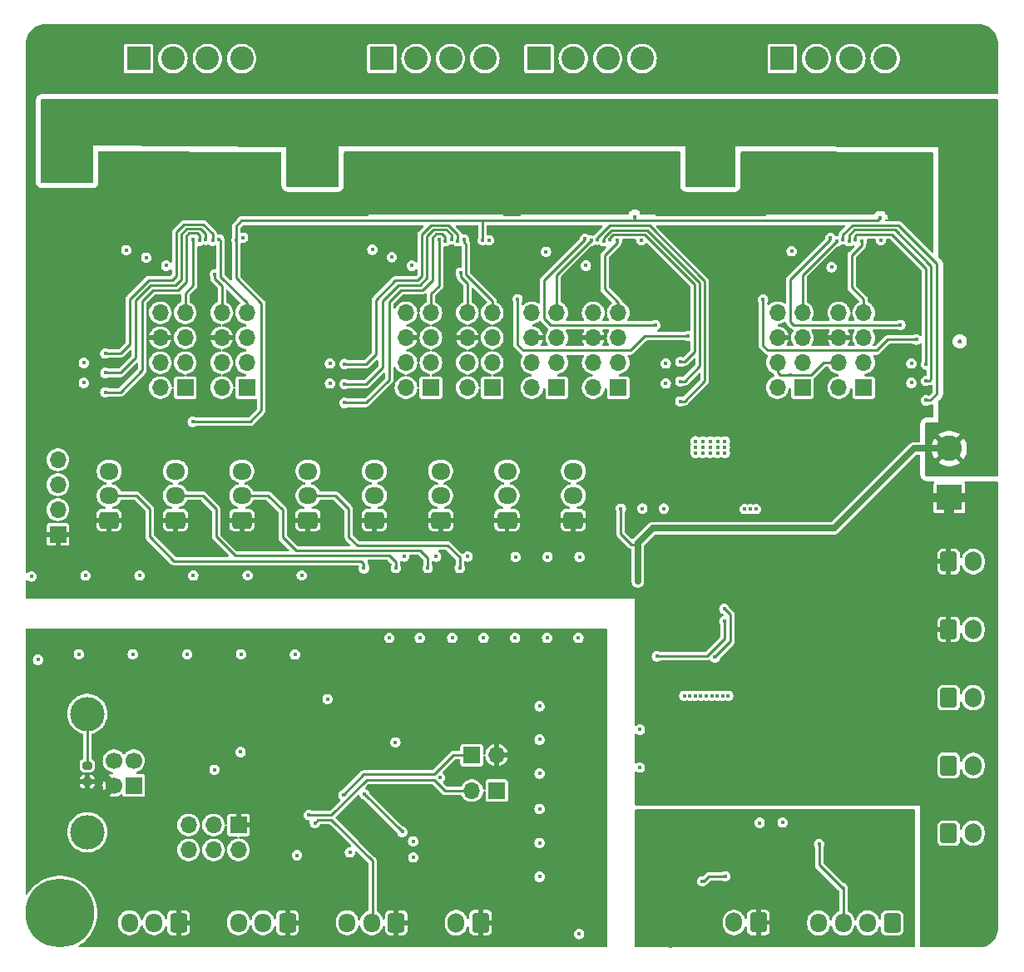
<source format=gbl>
G04 #@! TF.GenerationSoftware,KiCad,Pcbnew,7.0.8*
G04 #@! TF.CreationDate,2024-11-23T18:49:15+01:00*
G04 #@! TF.ProjectId,PCK-Controller,50434b2d-436f-46e7-9472-6f6c6c65722e,rev?*
G04 #@! TF.SameCoordinates,Original*
G04 #@! TF.FileFunction,Copper,L4,Bot*
G04 #@! TF.FilePolarity,Positive*
%FSLAX46Y46*%
G04 Gerber Fmt 4.6, Leading zero omitted, Abs format (unit mm)*
G04 Created by KiCad (PCBNEW 7.0.8) date 2024-11-23 18:49:15*
%MOMM*%
%LPD*%
G01*
G04 APERTURE LIST*
G04 Aperture macros list*
%AMRoundRect*
0 Rectangle with rounded corners*
0 $1 Rounding radius*
0 $2 $3 $4 $5 $6 $7 $8 $9 X,Y pos of 4 corners*
0 Add a 4 corners polygon primitive as box body*
4,1,4,$2,$3,$4,$5,$6,$7,$8,$9,$2,$3,0*
0 Add four circle primitives for the rounded corners*
1,1,$1+$1,$2,$3*
1,1,$1+$1,$4,$5*
1,1,$1+$1,$6,$7*
1,1,$1+$1,$8,$9*
0 Add four rect primitives between the rounded corners*
20,1,$1+$1,$2,$3,$4,$5,0*
20,1,$1+$1,$4,$5,$6,$7,0*
20,1,$1+$1,$6,$7,$8,$9,0*
20,1,$1+$1,$8,$9,$2,$3,0*%
G04 Aperture macros list end*
G04 #@! TA.AperFunction,ComponentPad*
%ADD10RoundRect,0.250000X0.600000X0.725000X-0.600000X0.725000X-0.600000X-0.725000X0.600000X-0.725000X0*%
G04 #@! TD*
G04 #@! TA.AperFunction,ComponentPad*
%ADD11O,1.700000X1.950000*%
G04 #@! TD*
G04 #@! TA.AperFunction,ComponentPad*
%ADD12R,2.600000X2.600000*%
G04 #@! TD*
G04 #@! TA.AperFunction,ComponentPad*
%ADD13C,2.600000*%
G04 #@! TD*
G04 #@! TA.AperFunction,ComponentPad*
%ADD14R,2.400000X2.400000*%
G04 #@! TD*
G04 #@! TA.AperFunction,ComponentPad*
%ADD15C,2.400000*%
G04 #@! TD*
G04 #@! TA.AperFunction,ComponentPad*
%ADD16R,1.700000X1.700000*%
G04 #@! TD*
G04 #@! TA.AperFunction,ComponentPad*
%ADD17O,1.700000X1.700000*%
G04 #@! TD*
G04 #@! TA.AperFunction,ComponentPad*
%ADD18RoundRect,0.250000X0.600000X0.750000X-0.600000X0.750000X-0.600000X-0.750000X0.600000X-0.750000X0*%
G04 #@! TD*
G04 #@! TA.AperFunction,ComponentPad*
%ADD19O,1.700000X2.000000*%
G04 #@! TD*
G04 #@! TA.AperFunction,ComponentPad*
%ADD20RoundRect,0.250000X-0.600000X-0.750000X0.600000X-0.750000X0.600000X0.750000X-0.600000X0.750000X0*%
G04 #@! TD*
G04 #@! TA.AperFunction,ComponentPad*
%ADD21C,7.000000*%
G04 #@! TD*
G04 #@! TA.AperFunction,ComponentPad*
%ADD22RoundRect,0.250000X0.725000X-0.600000X0.725000X0.600000X-0.725000X0.600000X-0.725000X-0.600000X0*%
G04 #@! TD*
G04 #@! TA.AperFunction,ComponentPad*
%ADD23O,1.950000X1.700000*%
G04 #@! TD*
G04 #@! TA.AperFunction,ComponentPad*
%ADD24C,1.700000*%
G04 #@! TD*
G04 #@! TA.AperFunction,ComponentPad*
%ADD25C,3.500000*%
G04 #@! TD*
G04 #@! TA.AperFunction,SMDPad,CuDef*
%ADD26RoundRect,0.200000X-0.275000X0.200000X-0.275000X-0.200000X0.275000X-0.200000X0.275000X0.200000X0*%
G04 #@! TD*
G04 #@! TA.AperFunction,ViaPad*
%ADD27C,0.450000*%
G04 #@! TD*
G04 #@! TA.AperFunction,Conductor*
%ADD28C,0.250000*%
G04 #@! TD*
G04 #@! TA.AperFunction,Conductor*
%ADD29C,0.650000*%
G04 #@! TD*
G04 APERTURE END LIST*
D10*
X127152400Y-141986000D03*
D11*
X124652400Y-141986000D03*
X122152400Y-141986000D03*
D12*
X194513400Y-98704400D03*
D13*
X194513400Y-93704400D03*
D10*
X188712800Y-142003000D03*
D11*
X186212800Y-142003000D03*
X183712800Y-142003000D03*
X181212800Y-142003000D03*
D14*
X112000000Y-54000000D03*
D15*
X115500000Y-54000000D03*
X119000000Y-54000000D03*
X122500000Y-54000000D03*
D16*
X154560000Y-87500000D03*
D17*
X152020000Y-87500000D03*
X154560000Y-84960000D03*
X152020000Y-84960000D03*
X154560000Y-82420000D03*
X152020000Y-82420000D03*
X154560000Y-79880000D03*
X152020000Y-79880000D03*
D18*
X146822800Y-141986000D03*
D19*
X144322800Y-141986000D03*
D20*
X194451600Y-119075200D03*
D19*
X196951600Y-119075200D03*
D16*
X145907061Y-124927690D03*
D17*
X148447061Y-124927690D03*
D21*
X196000000Y-141000000D03*
D16*
X141750000Y-87500000D03*
D17*
X139210000Y-87500000D03*
X141750000Y-84960000D03*
X139210000Y-84960000D03*
X141750000Y-82420000D03*
X139210000Y-82420000D03*
X141750000Y-79880000D03*
X139210000Y-79880000D03*
D22*
X129250000Y-101000000D03*
D23*
X129250000Y-98500000D03*
X129250000Y-96000000D03*
D20*
X194451600Y-105206800D03*
D19*
X196951600Y-105206800D03*
D16*
X123000000Y-87500000D03*
D17*
X120460000Y-87500000D03*
X123000000Y-84960000D03*
X120460000Y-84960000D03*
X123000000Y-82420000D03*
X120460000Y-82420000D03*
X123000000Y-79880000D03*
X120460000Y-79880000D03*
D20*
X194449875Y-132875800D03*
D19*
X196949875Y-132875800D03*
D16*
X111500000Y-128000000D03*
D24*
X111500000Y-125500000D03*
X109500000Y-125500000D03*
X109500000Y-128000000D03*
D25*
X106790000Y-132770000D03*
X106790000Y-120730000D03*
D16*
X122159000Y-132040200D03*
D17*
X122159000Y-134580200D03*
X119619000Y-132040200D03*
X119619000Y-134580200D03*
X117079000Y-132040200D03*
X117079000Y-134580200D03*
D14*
X136750000Y-54000000D03*
D15*
X140250000Y-54000000D03*
X143750000Y-54000000D03*
X147250000Y-54000000D03*
D22*
X122500000Y-101000000D03*
D23*
X122500000Y-98500000D03*
X122500000Y-96000000D03*
D16*
X179560000Y-87500000D03*
D17*
X177020000Y-87500000D03*
X179560000Y-84960000D03*
X177020000Y-84960000D03*
X179560000Y-82420000D03*
X177020000Y-82420000D03*
X179560000Y-79880000D03*
X177020000Y-79880000D03*
D21*
X104000000Y-141000000D03*
D16*
X148000000Y-87500000D03*
D17*
X145460000Y-87500000D03*
X148000000Y-84960000D03*
X145460000Y-84960000D03*
X148000000Y-82420000D03*
X145460000Y-82420000D03*
X148000000Y-79880000D03*
X145460000Y-79880000D03*
D14*
X152750000Y-54000000D03*
D15*
X156250000Y-54000000D03*
X159750000Y-54000000D03*
X163250000Y-54000000D03*
D10*
X138226800Y-141986000D03*
D11*
X135726800Y-141986000D03*
X133226800Y-141986000D03*
D16*
X103784400Y-102463600D03*
D17*
X103784400Y-99923600D03*
X103784400Y-97383600D03*
X103784400Y-94843600D03*
D14*
X177500000Y-54000000D03*
D15*
X181000000Y-54000000D03*
X184500000Y-54000000D03*
X188000000Y-54000000D03*
D18*
X175096800Y-141969200D03*
D19*
X172596800Y-141969200D03*
D16*
X160810000Y-87500000D03*
D17*
X158270000Y-87500000D03*
X160810000Y-84960000D03*
X158270000Y-84960000D03*
X160810000Y-82420000D03*
X158270000Y-82420000D03*
X160810000Y-79880000D03*
X158270000Y-79880000D03*
D22*
X136000000Y-101000000D03*
D23*
X136000000Y-98500000D03*
X136000000Y-96000000D03*
D16*
X148462910Y-128539430D03*
D17*
X145922910Y-128539430D03*
D21*
X196000000Y-54000000D03*
X104000000Y-54000000D03*
D20*
X194451600Y-112115600D03*
D19*
X196951600Y-112115600D03*
D22*
X156250000Y-101000000D03*
D23*
X156250000Y-98500000D03*
X156250000Y-96000000D03*
D10*
X116078000Y-141986000D03*
D11*
X113578000Y-141986000D03*
X111078000Y-141986000D03*
D22*
X149500000Y-101000000D03*
D23*
X149500000Y-98500000D03*
X149500000Y-96000000D03*
D22*
X109000000Y-101000000D03*
D23*
X109000000Y-98500000D03*
X109000000Y-96000000D03*
D22*
X142750000Y-101000000D03*
D23*
X142750000Y-98500000D03*
X142750000Y-96000000D03*
D16*
X116750000Y-87500000D03*
D17*
X114210000Y-87500000D03*
X116750000Y-84960000D03*
X114210000Y-84960000D03*
X116750000Y-82420000D03*
X114210000Y-82420000D03*
X116750000Y-79880000D03*
X114210000Y-79880000D03*
D22*
X115750000Y-101000000D03*
D23*
X115750000Y-98500000D03*
X115750000Y-96000000D03*
D20*
X194451600Y-125984000D03*
D19*
X196951600Y-125984000D03*
D16*
X185810000Y-87500000D03*
D17*
X183270000Y-87500000D03*
X185810000Y-84960000D03*
X183270000Y-84960000D03*
X185810000Y-82420000D03*
X183270000Y-82420000D03*
X185810000Y-79880000D03*
X183270000Y-79880000D03*
D26*
X106781600Y-125971800D03*
X106781600Y-127621800D03*
D27*
X183110842Y-66770266D03*
X120533632Y-65337479D03*
X169722800Y-125628400D03*
X163922513Y-68224650D03*
X173078093Y-126866780D03*
X144796004Y-67514670D03*
X148421004Y-66789670D03*
X158122513Y-68949650D03*
X114733632Y-68962479D03*
X153047513Y-68949650D03*
X111833632Y-66062479D03*
X180210842Y-66770266D03*
X161747513Y-66049650D03*
X179485842Y-68220266D03*
X146246004Y-65339670D03*
X119083632Y-66787479D03*
X192430400Y-71424800D03*
X137546004Y-67514670D03*
X144071004Y-66789670D03*
X132384800Y-106375200D03*
X161022513Y-65324650D03*
X156672513Y-66049650D03*
X117633632Y-67512479D03*
X147696004Y-68239670D03*
X141896004Y-65339670D03*
X118358632Y-65337479D03*
X185285842Y-66045266D03*
X180210842Y-69670266D03*
X186010842Y-69670266D03*
X114008632Y-66787479D03*
X159969200Y-107950000D03*
X188185842Y-65320266D03*
X100939600Y-71475600D03*
X153047513Y-65324650D03*
X143764000Y-73406000D03*
X182122246Y-127799319D03*
X140446004Y-68239670D03*
X138271004Y-68239670D03*
X116183632Y-67512479D03*
X151597513Y-69674650D03*
X151597513Y-65324650D03*
X123433632Y-66062479D03*
X158292800Y-89255600D03*
X136096004Y-68964670D03*
X182385842Y-66045266D03*
X121983632Y-66787479D03*
X120533632Y-69687479D03*
X183110842Y-66045266D03*
X181660842Y-66770266D03*
X184505600Y-89103200D03*
X180935842Y-65320266D03*
X157397513Y-66774650D03*
X120533632Y-66787479D03*
X146246004Y-68964670D03*
X136821004Y-69689670D03*
X183110842Y-68945266D03*
X163197513Y-65324650D03*
X162472513Y-68224650D03*
X120533632Y-68962479D03*
X146246004Y-68239670D03*
X158122513Y-67499650D03*
X112558632Y-67512479D03*
X181660842Y-69670266D03*
X163197513Y-66774650D03*
X155222513Y-68224650D03*
X158122513Y-69674650D03*
X155222513Y-66049650D03*
X155222513Y-68949650D03*
X188185842Y-68220266D03*
X118358632Y-68237479D03*
X168452800Y-97180400D03*
X147696004Y-68964670D03*
X168452800Y-96062800D03*
X126898400Y-91643200D03*
X195783200Y-129286000D03*
X119083632Y-65337479D03*
X161022513Y-66774650D03*
X166166800Y-126746000D03*
X178035842Y-66045266D03*
X159572513Y-69674650D03*
X156672513Y-68224650D03*
X185470800Y-74320400D03*
X173380400Y-103378000D03*
X187353127Y-127754912D03*
X121983632Y-68237479D03*
X186735842Y-68945266D03*
X188185842Y-69670266D03*
X121258632Y-68962479D03*
X163197513Y-67499650D03*
X185285842Y-69670266D03*
X111108632Y-69687479D03*
X143346004Y-68964670D03*
X119808632Y-67512479D03*
X147696004Y-67514670D03*
X182385842Y-68945266D03*
X104444800Y-82854800D03*
X145521004Y-66789670D03*
X144796004Y-66789670D03*
X119808632Y-69687479D03*
X142621004Y-65339670D03*
X133502400Y-71628000D03*
X158847513Y-65324650D03*
X154497513Y-66774650D03*
X118358632Y-69687479D03*
X180210842Y-66045266D03*
X172466000Y-96621600D03*
X155947513Y-66774650D03*
X159572513Y-68949650D03*
X116908632Y-66787479D03*
X121258632Y-66787479D03*
X153772513Y-68949650D03*
X139721004Y-65339670D03*
X175062637Y-127749978D03*
X119083632Y-66062479D03*
X117633632Y-66062479D03*
X173939200Y-103378000D03*
X153772513Y-66049650D03*
X187460842Y-66770266D03*
X144796004Y-66064670D03*
X163922513Y-66774650D03*
X183835842Y-68945266D03*
X111833632Y-69687479D03*
X179485842Y-66770266D03*
X176585842Y-66045266D03*
X167628828Y-106820867D03*
X143346004Y-66789670D03*
X111833632Y-65337479D03*
X186010842Y-66045266D03*
X153047513Y-68224650D03*
X166872688Y-108991438D03*
X186010842Y-68220266D03*
X167386000Y-71577200D03*
X146971004Y-66789670D03*
X177310842Y-67495266D03*
X137546004Y-68964670D03*
X147696004Y-66789670D03*
X111108632Y-66062479D03*
X102616000Y-71475600D03*
X163922513Y-67499650D03*
X170535600Y-82854800D03*
X141171004Y-68964670D03*
X181660842Y-67495266D03*
X156672513Y-68949650D03*
X168452800Y-96621600D03*
X184560842Y-66045266D03*
X153047513Y-66049650D03*
X141896004Y-66064670D03*
X153047513Y-69674650D03*
X137546004Y-66789670D03*
X122708632Y-66062479D03*
X147696004Y-66064670D03*
X143346004Y-68239670D03*
X146971004Y-67514670D03*
X186735842Y-65320266D03*
X122708632Y-68237479D03*
X111108632Y-65337479D03*
X121258632Y-66062479D03*
X112558632Y-65337479D03*
X120533632Y-66062479D03*
X140446004Y-68964670D03*
X179485842Y-67495266D03*
X116183632Y-69687479D03*
X146246004Y-69689670D03*
X141171004Y-65339670D03*
X167622688Y-109741438D03*
X177310842Y-66045266D03*
X163197513Y-66049650D03*
X167386000Y-80264000D03*
X185285842Y-67495266D03*
X147696004Y-69689670D03*
X181660842Y-68220266D03*
X113283632Y-65337479D03*
X161022513Y-69674650D03*
X141896004Y-67514670D03*
X137546004Y-66064670D03*
X121983632Y-68962479D03*
X117633632Y-69687479D03*
X140446004Y-67514670D03*
X116183632Y-68962479D03*
X111252000Y-106629200D03*
X167944800Y-71577200D03*
X186735842Y-67495266D03*
X138996004Y-66789670D03*
X176585842Y-69670266D03*
X156672513Y-67499650D03*
X158847513Y-69674650D03*
X180390800Y-77571600D03*
X119083632Y-69687479D03*
X183835842Y-68220266D03*
X177310842Y-68220266D03*
X122708632Y-68962479D03*
X188185842Y-66770266D03*
X158847513Y-68224650D03*
X178035842Y-69670266D03*
X121983632Y-65337479D03*
X114733632Y-67512479D03*
X146971004Y-68239670D03*
X132384800Y-71628000D03*
X153772513Y-66774650D03*
X116183632Y-65337479D03*
X139721004Y-66064670D03*
X112558632Y-68962479D03*
X148421004Y-66064670D03*
X188010800Y-74320400D03*
X181660842Y-68945266D03*
X156672513Y-66774650D03*
X148421004Y-67514670D03*
X155947513Y-66049650D03*
X178760842Y-66770266D03*
X111833632Y-68237479D03*
X167894000Y-96621600D03*
X180935842Y-68220266D03*
X186074437Y-126896384D03*
X111833632Y-68962479D03*
X144071004Y-69689670D03*
X144071004Y-68239670D03*
X140446004Y-65339670D03*
X114733632Y-68237479D03*
X186010842Y-67495266D03*
X167625022Y-107437549D03*
X136821004Y-68964670D03*
X154497513Y-67499650D03*
X180935842Y-69670266D03*
X121258632Y-68237479D03*
X177310842Y-69670266D03*
X107950000Y-71475600D03*
X155947513Y-68224650D03*
X115458632Y-67512479D03*
X188185842Y-68945266D03*
X153772513Y-69674650D03*
X108508800Y-71475600D03*
X176585842Y-68220266D03*
X162204400Y-95800800D03*
X139721004Y-68964670D03*
X137546004Y-65339670D03*
X115458632Y-69687479D03*
X137546004Y-69689670D03*
X159572513Y-68224650D03*
X113283632Y-68962479D03*
X122326400Y-106578400D03*
X162472513Y-68949650D03*
X153772513Y-67499650D03*
X152322513Y-69674650D03*
X155222513Y-67499650D03*
X121983632Y-69687479D03*
X163922513Y-68949650D03*
X163197513Y-68949650D03*
X178035842Y-68220266D03*
X171907200Y-97180400D03*
X162472513Y-67499650D03*
X185285842Y-68220266D03*
X166827200Y-71577200D03*
X142621004Y-66789670D03*
X138271004Y-65339670D03*
X173380400Y-102819200D03*
X144796004Y-69689670D03*
X145521004Y-67514670D03*
X123433632Y-65337479D03*
X186010842Y-66770266D03*
X142621004Y-69689670D03*
X114008632Y-67512479D03*
X122708632Y-69687479D03*
X114008632Y-68237479D03*
X159969200Y-107391200D03*
X182385842Y-66770266D03*
X138271004Y-69689670D03*
X136821004Y-66789670D03*
X139721004Y-69689670D03*
X159572513Y-67499650D03*
X111108632Y-68237479D03*
X115458632Y-65337479D03*
X195580000Y-82804000D03*
X153047513Y-66774650D03*
X163922513Y-66049650D03*
X152322513Y-66774650D03*
X164388800Y-95800800D03*
X158847513Y-67499650D03*
X158122513Y-65324650D03*
X171907200Y-96062800D03*
X169875200Y-122174000D03*
X120533632Y-67512479D03*
X158847513Y-66774650D03*
X163922513Y-69674650D03*
X186010842Y-68945266D03*
X160297513Y-66774650D03*
X182385842Y-67495266D03*
X105765600Y-106578400D03*
X141171004Y-66064670D03*
X144071004Y-66064670D03*
X163922513Y-65324650D03*
X138996004Y-69689670D03*
X111108632Y-68962479D03*
X111108632Y-66787479D03*
X183110842Y-65320266D03*
X153772513Y-68224650D03*
X176585842Y-65320266D03*
X191312800Y-71424800D03*
X138996004Y-67514670D03*
X146971004Y-69689670D03*
X166875022Y-107437549D03*
X188910842Y-66045266D03*
X161747513Y-66774650D03*
X120533632Y-68237479D03*
X145521004Y-68239670D03*
X168375022Y-107437549D03*
X180210842Y-68220266D03*
X187460842Y-68220266D03*
X144071004Y-67514670D03*
X174453037Y-127749978D03*
X157397513Y-68949650D03*
X119083632Y-67512479D03*
X180935842Y-67495266D03*
X158847513Y-66049650D03*
X167622688Y-108241438D03*
X160297513Y-66049650D03*
X102057200Y-71475600D03*
X172008800Y-71577200D03*
X154497513Y-68224650D03*
X144796004Y-68239670D03*
X144796004Y-68964670D03*
X186735842Y-66045266D03*
X157397513Y-67499650D03*
X114733632Y-69687479D03*
X185285842Y-68945266D03*
X154497513Y-68949650D03*
X155947513Y-67499650D03*
X117633632Y-68237479D03*
X182385842Y-69670266D03*
X160297513Y-68224650D03*
X157397513Y-66049650D03*
X154497513Y-66049650D03*
X178035842Y-65320266D03*
X156672513Y-69674650D03*
X168378828Y-106820867D03*
X121258632Y-69687479D03*
X127711200Y-106527600D03*
X187460842Y-67495266D03*
X146246004Y-66064670D03*
X181512646Y-127799319D03*
X117633632Y-68962479D03*
X187460842Y-65320266D03*
X179485842Y-65320266D03*
X161086800Y-107950000D03*
X155947513Y-65324650D03*
X136821004Y-65339670D03*
X138271004Y-66789670D03*
X182385842Y-65320266D03*
X161747513Y-69674650D03*
X136821004Y-66064670D03*
X116908632Y-65337479D03*
X172567600Y-71577200D03*
X142621004Y-68964670D03*
X146971004Y-65339670D03*
X136821004Y-68239670D03*
X186735842Y-69670266D03*
X161747513Y-65324650D03*
X162994946Y-74235073D03*
X159572513Y-66774650D03*
X143346004Y-69689670D03*
X188910842Y-68945266D03*
X180210842Y-67495266D03*
X144796004Y-65339670D03*
X114008632Y-66062479D03*
X112558632Y-66062479D03*
X116908632Y-69687479D03*
X180935842Y-66770266D03*
X158122513Y-66049650D03*
X185285842Y-65320266D03*
X121983632Y-66062479D03*
X180210842Y-65320266D03*
X153047513Y-67499650D03*
X152322513Y-68949650D03*
X115458632Y-68237479D03*
X126085600Y-71628000D03*
X152322513Y-65324650D03*
X172821600Y-102819200D03*
X152322513Y-66049650D03*
X188910842Y-66770266D03*
X179546661Y-126911186D03*
X161022513Y-68949650D03*
X173126400Y-71577200D03*
X118358632Y-67512479D03*
X189077600Y-76555600D03*
X162472513Y-66049650D03*
X162472513Y-65324650D03*
X143346004Y-67514670D03*
X180903046Y-127799319D03*
X122708632Y-65337479D03*
X116738400Y-106578400D03*
X123433632Y-68962479D03*
X138996004Y-65339670D03*
X115458632Y-68962479D03*
X159572513Y-65324650D03*
X160528000Y-107950000D03*
X141171004Y-68239670D03*
X177310842Y-65320266D03*
X148421004Y-68964670D03*
X183835842Y-65320266D03*
X154497513Y-65324650D03*
X116908632Y-68237479D03*
X161086800Y-107391200D03*
X138996004Y-68239670D03*
X116183632Y-68237479D03*
X155947513Y-68949650D03*
X155222513Y-66774650D03*
X178035842Y-68945266D03*
X166872688Y-108241438D03*
X168503600Y-71577200D03*
X136096004Y-66789670D03*
X119808632Y-68237479D03*
X122708632Y-66787479D03*
X185285842Y-66770266D03*
X146971004Y-68964670D03*
X139721004Y-67514670D03*
X136096004Y-66064670D03*
X177310842Y-68945266D03*
X113283632Y-68237479D03*
X184560842Y-65320266D03*
X188013527Y-127754912D03*
X113283632Y-67512479D03*
X119808632Y-66787479D03*
X154497513Y-69674650D03*
X188910842Y-68220266D03*
X152322513Y-68224650D03*
X106832400Y-71475600D03*
X186735842Y-68220266D03*
X172821600Y-103378000D03*
X184560842Y-68220266D03*
X119808632Y-68962479D03*
X173939200Y-102819200D03*
X116183632Y-66062479D03*
X178760842Y-68945266D03*
X122708632Y-67512479D03*
X157397513Y-65324650D03*
X172466000Y-97180400D03*
X155397200Y-77368400D03*
X129489200Y-82753200D03*
X178760842Y-65320266D03*
X138271004Y-66064670D03*
X138271004Y-68964670D03*
X169787466Y-129436933D03*
X141171004Y-66789670D03*
X138996004Y-66064670D03*
X141171004Y-69689670D03*
X188673927Y-127754912D03*
X139721004Y-68239670D03*
X123433632Y-66787479D03*
X116908632Y-68962479D03*
X141896004Y-68964670D03*
X160297513Y-67499650D03*
X178760842Y-67495266D03*
X160297513Y-69674650D03*
X158122513Y-68224650D03*
X101092000Y-103276400D03*
X142621004Y-67514670D03*
X127762000Y-71628000D03*
X184560842Y-69670266D03*
X165506400Y-102666800D03*
X115458632Y-66787479D03*
X151597513Y-66049650D03*
X117633632Y-66787479D03*
X111833632Y-67512479D03*
X127203200Y-71628000D03*
X156672513Y-65324650D03*
X116908632Y-67512479D03*
X188910842Y-65320266D03*
X145521004Y-65339670D03*
X158847513Y-68949650D03*
X161022513Y-67499650D03*
X188910842Y-69670266D03*
X112558632Y-66787479D03*
X115458632Y-66062479D03*
X160528000Y-107391200D03*
X118770400Y-73456800D03*
X160506061Y-74217721D03*
X136821004Y-67514670D03*
X108762800Y-75031600D03*
X184560842Y-67495266D03*
X123433632Y-67512479D03*
X168372688Y-108241438D03*
X113283632Y-66787479D03*
X112558632Y-69687479D03*
X116908632Y-66062479D03*
X178760842Y-69670266D03*
X168372688Y-108991438D03*
X179485842Y-68945266D03*
X180935842Y-66045266D03*
X157397513Y-69674650D03*
X151597513Y-68224650D03*
X179485842Y-69670266D03*
X177310842Y-66770266D03*
X116183632Y-66787479D03*
X107391200Y-71475600D03*
X158122513Y-66774650D03*
X114733632Y-66787479D03*
X140446004Y-66064670D03*
X146246004Y-67514670D03*
X142621004Y-66064670D03*
X140446004Y-69689670D03*
X171907200Y-96621600D03*
X168372688Y-110491438D03*
X151597513Y-68949650D03*
X175672237Y-127749978D03*
X113283632Y-66062479D03*
X178035842Y-66770266D03*
X182385842Y-68220266D03*
X147696004Y-65339670D03*
X172466000Y-96062800D03*
X114733632Y-65337479D03*
X114733632Y-66062479D03*
X183835842Y-66045266D03*
X187460842Y-68945266D03*
X183835842Y-69670266D03*
X101498400Y-71475600D03*
X173685200Y-71577200D03*
X167622688Y-110491438D03*
X157397513Y-68224650D03*
X191871600Y-71424800D03*
X180935842Y-68945266D03*
X187460842Y-66045266D03*
X123433632Y-68237479D03*
X148421004Y-65339670D03*
X114008632Y-69687479D03*
X141896004Y-69689670D03*
X161022513Y-66049650D03*
X181660842Y-66045266D03*
X118358632Y-66062479D03*
X113283632Y-69687479D03*
X119808632Y-66062479D03*
X188185842Y-67495266D03*
X155222513Y-69674650D03*
X188910842Y-67495266D03*
X160297513Y-65324650D03*
X162472513Y-66774650D03*
X136096004Y-67514670D03*
X140446004Y-66789670D03*
X136096004Y-68239670D03*
X167894000Y-96062800D03*
X161747513Y-68949650D03*
X119808632Y-65337479D03*
X138271004Y-67514670D03*
X176585842Y-66770266D03*
X186010842Y-65320266D03*
X136096004Y-65339670D03*
X183110842Y-68220266D03*
X141896004Y-66789670D03*
X181660842Y-65320266D03*
X114008632Y-68962479D03*
X145521004Y-69689670D03*
X183835842Y-66770266D03*
X148421004Y-69689670D03*
X159572513Y-66049650D03*
X137546004Y-68239670D03*
X183110842Y-67495266D03*
X178760842Y-68220266D03*
X180210842Y-68945266D03*
X112558632Y-68237479D03*
X155947513Y-69674650D03*
X142621004Y-68239670D03*
X118358632Y-68962479D03*
X139721004Y-66789670D03*
X121258632Y-65337479D03*
X144071004Y-68964670D03*
X151597513Y-67499650D03*
X119083632Y-68962479D03*
X166872688Y-110491438D03*
X176585842Y-67495266D03*
X161022513Y-68224650D03*
X151536400Y-75184000D03*
X166872688Y-109741438D03*
X146246004Y-66789670D03*
X118358632Y-66787479D03*
X167622688Y-108991438D03*
X188185842Y-66045266D03*
X151597513Y-66774650D03*
X160297513Y-68949650D03*
X148421004Y-68239670D03*
X117633632Y-65337479D03*
X126644400Y-71628000D03*
X179485842Y-66045266D03*
X163197513Y-69674650D03*
X131826000Y-71628000D03*
X121258632Y-67512479D03*
X184560842Y-68945266D03*
X145521004Y-68964670D03*
X152322513Y-67499650D03*
X132943600Y-71628000D03*
X166268400Y-77114400D03*
X138996004Y-68964670D03*
X141171004Y-67514670D03*
X144071004Y-65339670D03*
X153772513Y-65324650D03*
X123433632Y-69687479D03*
X143346004Y-65339670D03*
X163197513Y-68224650D03*
X181762400Y-125425200D03*
X168372688Y-109741438D03*
X178035842Y-67495266D03*
X176585842Y-68945266D03*
X186735842Y-66770266D03*
X166878828Y-106820867D03*
X141896004Y-68239670D03*
X119083632Y-68237479D03*
X136096004Y-69689670D03*
X114008632Y-65337479D03*
X145521004Y-66064670D03*
X111833632Y-66787479D03*
X146971004Y-66064670D03*
X155222513Y-65324650D03*
X178760842Y-66045266D03*
X184560842Y-66770266D03*
X121983632Y-67512479D03*
X161747513Y-67499650D03*
X167894000Y-97180400D03*
X183110842Y-69670266D03*
X111108632Y-67512479D03*
X161747513Y-68224650D03*
X183835842Y-67495266D03*
X143346004Y-66064670D03*
X129336800Y-131013200D03*
X117551200Y-72390000D03*
X118192403Y-72542400D03*
X108610400Y-87985600D03*
X118842194Y-72440800D03*
X108610400Y-86004400D03*
X108610400Y-84023200D03*
X119532400Y-72542400D03*
X120192800Y-72390000D03*
X119735600Y-75946000D03*
X142560714Y-72390000D03*
X132943600Y-89052400D03*
X143205200Y-72593200D03*
X132943600Y-87122000D03*
X143827477Y-72390000D03*
X132943600Y-85090000D03*
X144475200Y-72593200D03*
X145135600Y-72390000D03*
X157429200Y-72339200D03*
X164592000Y-81127600D03*
X158062132Y-72542400D03*
X167132000Y-88900000D03*
X158699200Y-72440800D03*
X167132000Y-86868000D03*
X159335009Y-72593200D03*
X167132000Y-84878600D03*
X159969200Y-72440800D03*
X160680400Y-72493128D03*
X189534800Y-81127600D03*
X182432000Y-72288400D03*
X183067285Y-72593200D03*
X192125600Y-88798400D03*
X183692800Y-72390000D03*
X192125600Y-86817200D03*
X184334228Y-72593200D03*
X192125600Y-85140800D03*
X184962800Y-72390000D03*
X185605397Y-72593200D03*
X150571200Y-78486000D03*
X167944800Y-82245200D03*
X191160400Y-82600800D03*
X175564800Y-78536800D03*
X144780000Y-75793600D03*
X144678400Y-105867200D03*
X141427200Y-105867200D03*
X138176000Y-105867200D03*
X171602400Y-111302800D03*
X164744400Y-114858800D03*
X171602400Y-110032800D03*
X170662600Y-114960400D03*
X132842000Y-128981200D03*
X123088400Y-116281200D03*
X113995200Y-114808000D03*
X150317200Y-131064000D03*
X141478000Y-121513600D03*
X139750800Y-115824000D03*
X156565600Y-133705600D03*
X150317200Y-137769600D03*
X101092000Y-116332000D03*
X121208800Y-128371600D03*
X131826000Y-121412000D03*
X145999200Y-134518400D03*
X119532400Y-114808000D03*
X149453600Y-115824000D03*
X156514800Y-130200400D03*
X117094000Y-127089471D03*
X124002800Y-132080000D03*
X114300000Y-125374400D03*
X112109539Y-116281200D03*
X144746508Y-126838222D03*
X125735963Y-125921423D03*
X152755600Y-142697200D03*
X141460416Y-126078375D03*
X127050800Y-116840000D03*
X143002000Y-115824000D03*
X136456712Y-115798914D03*
X134162800Y-129743200D03*
X121826006Y-128379534D03*
X132040527Y-116774810D03*
X130556000Y-136245600D03*
X139039600Y-124561600D03*
X150266400Y-121158000D03*
X156616400Y-126644400D03*
X128168400Y-133959600D03*
X155956000Y-115824000D03*
X136093200Y-132943600D03*
X139298177Y-130987324D03*
X103022400Y-114808000D03*
X135991600Y-125882400D03*
X156413200Y-140766800D03*
X117602000Y-116281200D03*
X108508800Y-114808000D03*
X131876800Y-136245600D03*
X158242000Y-119176800D03*
X120751600Y-124663200D03*
X152704800Y-115824000D03*
X125018800Y-114858800D03*
X156614961Y-123148236D03*
X151333200Y-127355600D03*
X146205037Y-115798255D03*
X150317200Y-134518400D03*
X106578400Y-116281200D03*
X132029200Y-116179600D03*
X138988800Y-135839200D03*
X151638000Y-123240800D03*
X126644400Y-133400800D03*
X156413200Y-137210800D03*
X143582067Y-130796543D03*
X194360800Y-59842400D03*
X133299200Y-61658684D03*
X117573138Y-62026800D03*
X182436329Y-61426095D03*
X173075600Y-61772800D03*
X182422800Y-62026800D03*
X195245888Y-61770597D03*
X128320800Y-59690000D03*
X127203200Y-59690000D03*
X170281600Y-61214000D03*
X171399200Y-61772800D03*
X142567442Y-62066037D03*
X134416800Y-61654234D03*
X175310800Y-61772800D03*
X107238800Y-61772800D03*
X192684400Y-59842400D03*
X170840400Y-61772800D03*
X157438905Y-61416357D03*
X158075390Y-61420481D03*
X167538400Y-59893200D03*
X116936699Y-62669712D03*
X129743200Y-60858400D03*
X133858000Y-61654234D03*
X193802000Y-59842400D03*
X171958000Y-61772800D03*
X117573138Y-62656360D03*
X108356400Y-61772800D03*
X129743200Y-61569600D03*
X195259240Y-61214000D03*
X126644400Y-59690000D03*
X162814000Y-105003600D03*
X132181600Y-61667585D03*
X147980400Y-60604400D03*
X127762000Y-59690000D03*
X108915200Y-61772800D03*
X157429200Y-62636400D03*
X147980400Y-60045600D03*
X150215600Y-60807600D03*
X142563564Y-61481812D03*
X166979600Y-59893200D03*
X195259240Y-62331600D03*
X170281600Y-61772800D03*
X147980400Y-61163200D03*
X189636400Y-61010800D03*
X166420800Y-59893200D03*
X158070448Y-62633163D03*
X183083200Y-62026800D03*
X117570466Y-61422904D03*
X174193200Y-61772800D03*
X141930957Y-62061913D03*
X162814000Y-106121200D03*
X131622800Y-61663135D03*
X164134800Y-61010800D03*
X148539200Y-60807600D03*
X168097200Y-59893200D03*
X174752000Y-61772800D03*
X141935200Y-62636400D03*
X126085600Y-59690000D03*
X149656800Y-60807600D03*
X110032800Y-61772800D03*
X164693600Y-61010800D03*
X193243200Y-59842400D03*
X131064000Y-61671200D03*
X141927079Y-61477688D03*
X162814000Y-107238800D03*
X116933981Y-61418780D03*
X172516800Y-61772800D03*
X192125600Y-59842400D03*
X129438400Y-60350400D03*
X183072814Y-61430219D03*
X168656000Y-59893200D03*
X105003600Y-61772800D03*
X169214800Y-59893200D03*
X123494800Y-60909200D03*
X161086800Y-99814000D03*
X173634400Y-61772800D03*
X132740400Y-61663135D03*
X129032000Y-59944000D03*
X105562400Y-61772800D03*
X183083200Y-62636400D03*
X134975600Y-61654234D03*
X106121200Y-61772800D03*
X191566800Y-59842400D03*
X195259240Y-60655200D03*
X106680000Y-61772800D03*
X116936699Y-62035701D03*
X150774400Y-60807600D03*
X129743200Y-62128400D03*
X189077600Y-61010800D03*
X130505200Y-61674467D03*
X109474000Y-61772800D03*
X142569660Y-62640535D03*
X124053600Y-60909200D03*
X182422800Y-62636400D03*
X162814000Y-106680000D03*
X107797600Y-61772800D03*
X124612400Y-60909200D03*
X162814000Y-105562400D03*
X157429200Y-62033094D03*
X158070448Y-62026800D03*
X149098000Y-60807600D03*
X168656000Y-118872000D03*
X170891200Y-118872000D03*
X153619200Y-104749600D03*
X156870400Y-104749600D03*
X163017200Y-126187200D03*
X173677138Y-99862608D03*
X163017200Y-122326400D03*
X139039600Y-104698800D03*
X172008800Y-118872000D03*
X171450000Y-118872000D03*
X163271200Y-99814000D03*
X142290800Y-104698800D03*
X145491200Y-104698800D03*
X167538400Y-118872000D03*
X174845538Y-99862608D03*
X150368000Y-104749600D03*
X174251538Y-99862608D03*
X168097200Y-118872000D03*
X169773600Y-118872000D03*
X169214800Y-118872000D03*
X170332400Y-118872000D03*
X137515600Y-112979200D03*
X116941600Y-114655600D03*
X143916400Y-112979200D03*
X127914400Y-114672800D03*
X156837031Y-143143277D03*
X119725318Y-126400682D03*
X140614400Y-112979200D03*
X101752400Y-115214400D03*
X147116800Y-112979200D03*
X105918000Y-114655600D03*
X156768800Y-112979200D03*
X138141219Y-123612419D03*
X111404400Y-114655600D03*
X139954000Y-135331200D03*
X122377200Y-124612400D03*
X128117600Y-135115000D03*
X133502400Y-134823200D03*
X122428000Y-114655600D03*
X153568400Y-112979200D03*
X150317200Y-112979200D03*
X142687355Y-127203200D03*
X131235596Y-119215394D03*
X152806400Y-119938800D03*
X152806400Y-130403600D03*
X152806400Y-126796800D03*
X152806400Y-133858000D03*
X152806400Y-137312400D03*
X139948426Y-133690332D03*
X152806400Y-123342400D03*
X171671270Y-94158098D03*
X137769600Y-74218800D03*
X123101400Y-106619167D03*
X153466800Y-73660000D03*
X170171270Y-93558098D03*
X135788400Y-73456800D03*
X170171270Y-92958098D03*
X163169600Y-72491600D03*
X147675600Y-72491600D03*
X122631200Y-72237600D03*
X170921270Y-94158098D03*
X187553600Y-72491600D03*
X169421270Y-94158098D03*
X168671270Y-92958098D03*
X171671270Y-93558098D03*
X131470400Y-87071200D03*
X112094470Y-106629289D03*
X190652400Y-87020400D03*
X178308000Y-86207600D03*
X106426000Y-84988400D03*
X114808000Y-75082400D03*
X139801600Y-75082400D03*
X110744000Y-73507600D03*
X157530800Y-75082400D03*
X101092000Y-106730800D03*
X170921270Y-93558098D03*
X169421270Y-92958098D03*
X165455600Y-99814000D03*
X182524400Y-75234800D03*
X170171270Y-94158098D03*
X190652400Y-85039200D03*
X112776000Y-74269600D03*
X168671270Y-93558098D03*
X106426000Y-87020400D03*
X106604024Y-106633246D03*
X128603931Y-106621287D03*
X171671270Y-92958098D03*
X117574247Y-106630578D03*
X178460400Y-73609200D03*
X168671270Y-94158098D03*
X169421270Y-93558098D03*
X165658800Y-87071200D03*
X131470400Y-85039200D03*
X165658800Y-85039200D03*
X170921270Y-92958098D03*
X129946400Y-131826000D03*
X134933200Y-105899200D03*
X117500400Y-90982800D03*
X162512000Y-70106800D03*
X121970800Y-72491600D03*
X187512000Y-70214800D03*
X147015200Y-72491600D03*
X169367200Y-137769600D03*
X171704000Y-137261600D03*
X135001000Y-128905000D03*
X138836400Y-132740400D03*
X188671200Y-131927600D03*
X169570400Y-136144000D03*
X184962800Y-144068800D03*
X183591200Y-136739400D03*
X166116000Y-144424400D03*
X182524400Y-135063000D03*
X189534800Y-136296400D03*
X189890400Y-144068800D03*
X165963600Y-137160000D03*
X166420800Y-141833600D03*
X166319200Y-134162800D03*
X169570400Y-132638800D03*
X189534800Y-135737600D03*
X177088800Y-138277600D03*
X188010800Y-131927600D03*
X164795200Y-140766800D03*
X178155600Y-141935200D03*
X170434000Y-140360400D03*
X175310800Y-134656600D03*
X175209200Y-131811800D03*
X177546000Y-131775200D03*
X181254400Y-133996200D03*
D28*
X185470800Y-74320400D02*
X188010800Y-74320400D01*
X189026800Y-74371200D02*
X189026800Y-76504800D01*
X189026800Y-76504800D02*
X189077600Y-76555600D01*
X160506061Y-74217721D02*
X162977594Y-74217721D01*
X188010800Y-74320400D02*
X188976000Y-74320400D01*
X188976000Y-74320400D02*
X189026800Y-74371200D01*
X162977594Y-74217721D02*
X162994946Y-74235073D01*
X131622800Y-131013200D02*
X135191000Y-127445000D01*
X143169830Y-128539430D02*
X145922910Y-128539430D01*
X129336800Y-131013200D02*
X131622800Y-131013200D01*
X142075400Y-127445000D02*
X143169830Y-128539430D01*
X135191000Y-127445000D02*
X142075400Y-127445000D01*
X116750000Y-77938800D02*
X116750000Y-79880000D01*
X116738400Y-77927200D02*
X116750000Y-77938800D01*
X117536678Y-72404522D02*
X117551200Y-72390000D01*
X117551200Y-72390000D02*
X117573767Y-72412567D01*
X117573767Y-72412567D02*
X117573767Y-77091833D01*
X117536678Y-72491599D02*
X117536678Y-72404522D01*
X117573767Y-77091833D02*
X116738400Y-77927200D01*
X116840000Y-76708000D02*
X115976400Y-77571600D01*
X113487200Y-77571600D02*
X112369600Y-78689200D01*
X110134400Y-87985600D02*
X108631200Y-87985600D01*
X117144800Y-71780400D02*
X116840000Y-72085200D01*
X118211600Y-72491600D02*
X118211600Y-72034400D01*
X112369600Y-85750400D02*
X110134400Y-87985600D01*
X115976400Y-77571600D02*
X113487200Y-77571600D01*
X118211600Y-72034400D02*
X117957600Y-71780400D01*
X112369600Y-78689200D02*
X112369600Y-85750400D01*
X116840000Y-72085200D02*
X116840000Y-76708000D01*
X117957600Y-71780400D02*
X117144800Y-71780400D01*
X116890800Y-71323200D02*
X116332000Y-71882000D01*
X113233200Y-77063600D02*
X111709200Y-78587600D01*
X116332000Y-71882000D02*
X116332000Y-76454000D01*
X115722400Y-77063600D02*
X113233200Y-77063600D01*
X118842194Y-72440800D02*
X118842194Y-71852194D01*
X118313200Y-71323200D02*
X116890800Y-71323200D01*
X116332000Y-76454000D02*
X115722400Y-77063600D01*
X111709200Y-84429600D02*
X110134400Y-86004400D01*
X110134400Y-86004400D02*
X108631200Y-86004400D01*
X111709200Y-78587600D02*
X111709200Y-84429600D01*
X118842194Y-71852194D02*
X118313200Y-71323200D01*
X115824000Y-76149200D02*
X115417600Y-76555600D01*
X118567200Y-70866000D02*
X116636800Y-70866000D01*
X113030000Y-76555600D02*
X111099600Y-78486000D01*
X119532400Y-71831200D02*
X118567200Y-70866000D01*
X115824000Y-71678800D02*
X115824000Y-76149200D01*
X110134400Y-84023200D02*
X108631200Y-84023200D01*
X116636800Y-70866000D02*
X115824000Y-71678800D01*
X111099600Y-78486000D02*
X111099600Y-83058000D01*
X111099600Y-83058000D02*
X110134400Y-84023200D01*
X119532400Y-72542400D02*
X119532400Y-71831200D01*
X115417600Y-76555600D02*
X113030000Y-76555600D01*
X120192800Y-72390000D02*
X120345200Y-72542400D01*
X120345200Y-76200000D02*
X123000000Y-78854800D01*
X123000000Y-78854800D02*
X123000000Y-79880000D01*
X120345200Y-72542400D02*
X120345200Y-76200000D01*
X119735600Y-76403200D02*
X120460000Y-77127600D01*
X119735600Y-75946000D02*
X119735600Y-76403200D01*
X120460000Y-77127600D02*
X120460000Y-79880000D01*
X142573346Y-77136654D02*
X142573346Y-72573553D01*
X141750000Y-77960000D02*
X142573346Y-77136654D01*
X141750000Y-79880000D02*
X141750000Y-77960000D01*
X135178800Y-89052400D02*
X137515600Y-86715600D01*
X142276600Y-71845400D02*
X142863800Y-71845400D01*
X140868400Y-77571600D02*
X141884400Y-76555600D01*
X143205200Y-72186800D02*
X143205200Y-72593200D01*
X137515600Y-86715600D02*
X137515600Y-78790800D01*
X137515600Y-78790800D02*
X138734800Y-77571600D01*
X141884400Y-72237600D02*
X142276600Y-71845400D01*
X138734800Y-77571600D02*
X140868400Y-77571600D01*
X141884400Y-76555600D02*
X141884400Y-72237600D01*
X142863800Y-71845400D02*
X143205200Y-72186800D01*
X132943600Y-89052400D02*
X135178800Y-89052400D01*
X138430000Y-77063600D02*
X140614400Y-77063600D01*
X135178800Y-87122000D02*
X136804400Y-85496400D01*
X136804400Y-78689200D02*
X138430000Y-77063600D01*
X141325600Y-72085200D02*
X142010400Y-71400400D01*
X140614400Y-77063600D02*
X141325600Y-76352400D01*
X141325600Y-76352400D02*
X141325600Y-72085200D01*
X132943600Y-87122000D02*
X135178800Y-87122000D01*
X142010400Y-71400400D02*
X143282400Y-71400400D01*
X136804400Y-85496400D02*
X136804400Y-78689200D01*
X143282400Y-71400400D02*
X143827477Y-71945477D01*
X143827477Y-71945477D02*
X143827477Y-72390000D01*
X141744200Y-70955400D02*
X143497800Y-70955400D01*
X143497800Y-70955400D02*
X144475200Y-71932800D01*
X140360400Y-76606400D02*
X140817600Y-76149200D01*
X135178800Y-85090000D02*
X136144000Y-84124800D01*
X132943600Y-85090000D02*
X135178800Y-85090000D01*
X136144000Y-84124800D02*
X136144000Y-78587600D01*
X138125200Y-76606400D02*
X140360400Y-76606400D01*
X144475200Y-71932800D02*
X144475200Y-72593200D01*
X140817600Y-71882000D02*
X141744200Y-70955400D01*
X140817600Y-76149200D02*
X140817600Y-71882000D01*
X136144000Y-78587600D02*
X138125200Y-76606400D01*
X145338800Y-75996800D02*
X145338800Y-72898000D01*
X145135600Y-72694800D02*
X145135600Y-72390000D01*
X148000000Y-79880000D02*
X148000000Y-78658000D01*
X145338800Y-72898000D02*
X145135600Y-72694800D01*
X148000000Y-78658000D02*
X145338800Y-75996800D01*
X153924000Y-81127600D02*
X164592000Y-81127600D01*
X153263600Y-80467200D02*
X153924000Y-81127600D01*
X153263600Y-76555600D02*
X153263600Y-80467200D01*
X157429200Y-72390000D02*
X153263600Y-76555600D01*
X158062132Y-72491600D02*
X158062132Y-72519068D01*
X158062132Y-72519068D02*
X154560000Y-76021200D01*
X154560000Y-76021200D02*
X154560000Y-79880000D01*
X169621200Y-76657200D02*
X163982400Y-71018400D01*
X169621200Y-86817200D02*
X169621200Y-76657200D01*
X167538400Y-88900000D02*
X169621200Y-86817200D01*
X158699200Y-72237600D02*
X158699200Y-72491600D01*
X163982400Y-71018400D02*
X159918400Y-71018400D01*
X159918400Y-71018400D02*
X158699200Y-72237600D01*
X167132000Y-88900000D02*
X167538400Y-88900000D01*
X169113200Y-76835000D02*
X163766000Y-71487800D01*
X160089674Y-71487800D02*
X159335009Y-72242465D01*
X169113200Y-85293200D02*
X169113200Y-76835000D01*
X159335009Y-72242465D02*
X159335009Y-72493128D01*
X167538400Y-86868000D02*
X169113200Y-85293200D01*
X167132000Y-86868000D02*
X167538400Y-86868000D01*
X163766000Y-71487800D02*
X160089674Y-71487800D01*
X160274000Y-71932800D02*
X159969200Y-72237600D01*
X163525200Y-71932800D02*
X160274000Y-71932800D01*
X168605200Y-83820000D02*
X168605200Y-77012800D01*
X159969200Y-72237600D02*
X159969200Y-72491600D01*
X167546600Y-84878600D02*
X168605200Y-83820000D01*
X168605200Y-77012800D02*
X163525200Y-71932800D01*
X167132000Y-84878600D02*
X167546600Y-84878600D01*
X160810000Y-78818800D02*
X160810000Y-79880000D01*
X159410400Y-74066400D02*
X159410400Y-77419200D01*
X160680400Y-72565642D02*
X160680400Y-72796400D01*
X160680400Y-72796400D02*
X159410400Y-74066400D01*
X159410400Y-77419200D02*
X160810000Y-78818800D01*
X160607886Y-72493128D02*
X160680400Y-72565642D01*
X178308000Y-80772000D02*
X178663600Y-81127600D01*
X182432000Y-72380800D02*
X178308000Y-76504800D01*
X178308000Y-76504800D02*
X178308000Y-80772000D01*
X178663600Y-81127600D02*
X189534800Y-81127600D01*
X182432000Y-72339200D02*
X182432000Y-72380800D01*
X183067285Y-72558315D02*
X179560000Y-76065600D01*
X179560000Y-76065600D02*
X179560000Y-79880000D01*
X183067285Y-72507154D02*
X183067285Y-72558315D01*
X193243200Y-74879200D02*
X189331600Y-70967600D01*
X193243200Y-88138000D02*
X193243200Y-74879200D01*
X192582800Y-88798400D02*
X193243200Y-88138000D01*
X184658000Y-70967600D02*
X183692800Y-71932800D01*
X189331600Y-70967600D02*
X184658000Y-70967600D01*
X183692800Y-71932800D02*
X183692800Y-72491600D01*
X192125600Y-88798400D02*
X192582800Y-88798400D01*
X184334228Y-71951772D02*
X184334228Y-72498253D01*
X192670600Y-75119400D02*
X188976000Y-71424800D01*
X188976000Y-71424800D02*
X184861200Y-71424800D01*
X192481200Y-86817200D02*
X192670600Y-86627800D01*
X192125600Y-86817200D02*
X192481200Y-86817200D01*
X192670600Y-86627800D02*
X192670600Y-75119400D01*
X184861200Y-71424800D02*
X184334228Y-71951772D01*
X192125600Y-85140800D02*
X192125600Y-75387200D01*
X185115200Y-71882000D02*
X184962800Y-72034400D01*
X184962800Y-72034400D02*
X184962800Y-72491600D01*
X188620400Y-71882000D02*
X185115200Y-71882000D01*
X192125600Y-75387200D02*
X188620400Y-71882000D01*
X185810000Y-78520400D02*
X185810000Y-79880000D01*
X185605397Y-73013310D02*
X184556400Y-74062307D01*
X185605397Y-72504951D02*
X185605397Y-73013310D01*
X184556400Y-74062307D02*
X184556400Y-77266800D01*
X184556400Y-77266800D02*
X185810000Y-78520400D01*
X167944800Y-82245200D02*
X163525200Y-82245200D01*
X163525200Y-82245200D02*
X162052000Y-83718400D01*
X162052000Y-83718400D02*
X151130000Y-83718400D01*
X151130000Y-83718400D02*
X150571200Y-83159600D01*
X150571200Y-83159600D02*
X150571200Y-78486000D01*
X188264800Y-82600800D02*
X187147200Y-83718400D01*
X176022000Y-83718400D02*
X175564800Y-83261200D01*
X175564800Y-83261200D02*
X175564800Y-78536800D01*
X191160400Y-82600800D02*
X188264800Y-82600800D01*
X187147200Y-83718400D02*
X176022000Y-83718400D01*
X144780000Y-75793600D02*
X144780000Y-76200000D01*
X145460000Y-76880000D02*
X145460000Y-79880000D01*
X144780000Y-76200000D02*
X145460000Y-76880000D01*
X132028000Y-98500000D02*
X133400800Y-99872800D01*
X134264400Y-103581200D02*
X143459200Y-103581200D01*
X143459200Y-103581200D02*
X144678400Y-104800400D01*
X133400800Y-99872800D02*
X133400800Y-102717600D01*
X129250000Y-98500000D02*
X132028000Y-98500000D01*
X133400800Y-102717600D02*
X134264400Y-103581200D01*
X144678400Y-104800400D02*
X144678400Y-105867200D01*
X125170000Y-98500000D02*
X126644400Y-99974400D01*
X126644400Y-102717600D02*
X128016000Y-104089200D01*
X122500000Y-98500000D02*
X125170000Y-98500000D01*
X141427200Y-104851200D02*
X141427200Y-105867200D01*
X140665200Y-104089200D02*
X141427200Y-104851200D01*
X128016000Y-104089200D02*
X140665200Y-104089200D01*
X126644400Y-99974400D02*
X126644400Y-102717600D01*
X137515600Y-104597200D02*
X138176000Y-105257600D01*
X119888000Y-99872800D02*
X119888000Y-102666800D01*
X138176000Y-105257600D02*
X138176000Y-105867200D01*
X121818400Y-104597200D02*
X137515600Y-104597200D01*
X119888000Y-102666800D02*
X121818400Y-104597200D01*
X115750000Y-98500000D02*
X118515200Y-98500000D01*
X118515200Y-98500000D02*
X119888000Y-99872800D01*
X171602400Y-113080800D02*
X171602400Y-111302800D01*
X164744400Y-114858800D02*
X169824400Y-114858800D01*
X169824400Y-114858800D02*
X171602400Y-113080800D01*
X171653200Y-110032800D02*
X171602400Y-110032800D01*
X170662600Y-114935000D02*
X172262800Y-113334800D01*
X170662600Y-114960400D02*
X170662600Y-114935000D01*
X172262800Y-113334800D02*
X172262800Y-110642400D01*
X172262800Y-110642400D02*
X171653200Y-110032800D01*
X142062200Y-126898400D02*
X144032910Y-124927690D01*
X134924800Y-126898400D02*
X142062200Y-126898400D01*
X132842000Y-128981200D02*
X134924800Y-126898400D01*
X144032910Y-124927690D02*
X145907061Y-124927690D01*
X106781600Y-125882400D02*
X106790000Y-125874000D01*
X106781600Y-126021800D02*
X106781600Y-125882400D01*
X106790000Y-125874000D02*
X106790000Y-120730000D01*
X161086800Y-102412800D02*
X162153600Y-103479600D01*
D29*
X162814000Y-103327200D02*
X164321000Y-101820200D01*
X164321000Y-101820200D02*
X182812200Y-101820200D01*
D28*
X161086800Y-99814000D02*
X161086800Y-102412800D01*
D29*
X162814000Y-107238800D02*
X162814000Y-103327200D01*
D28*
X162153600Y-103479600D02*
X162814000Y-103479600D01*
D29*
X182812200Y-101820200D02*
X190928000Y-93704400D01*
X190928000Y-93704400D02*
X194513400Y-93704400D01*
D28*
X177020000Y-85935600D02*
X177020000Y-84960000D01*
X181689200Y-84960000D02*
X180441600Y-86207600D01*
X178308000Y-86207600D02*
X177292000Y-86207600D01*
X180441600Y-86207600D02*
X178308000Y-86207600D01*
X177292000Y-86207600D02*
X177020000Y-85935600D01*
X183270000Y-84960000D02*
X181689200Y-84960000D01*
X135788400Y-135686800D02*
X135788400Y-141924400D01*
X130251200Y-131521200D02*
X131622800Y-131521200D01*
X131622800Y-131521200D02*
X135788400Y-135686800D01*
X135788400Y-141924400D02*
X135726800Y-141986000D01*
X129946400Y-131826000D02*
X130251200Y-131521200D01*
X115620800Y-105156000D02*
X134620000Y-105156000D01*
X134933200Y-105469200D02*
X134933200Y-105899200D01*
X109000000Y-98500000D02*
X111758800Y-98500000D01*
X113131600Y-99872800D02*
X113131600Y-102666800D01*
X134620000Y-105156000D02*
X134933200Y-105469200D01*
X111758800Y-98500000D02*
X113131600Y-99872800D01*
X113131600Y-102666800D02*
X115620800Y-105156000D01*
X147015200Y-70561200D02*
X147066000Y-70510400D01*
X124510800Y-89814400D02*
X124510800Y-78943200D01*
X121920000Y-71069200D02*
X121920000Y-72491600D01*
X187512000Y-70214800D02*
X187216400Y-70510400D01*
X162509200Y-70510400D02*
X147066000Y-70510400D01*
X124510800Y-78943200D02*
X121920000Y-76352400D01*
X187216400Y-70510400D02*
X162509200Y-70510400D01*
X117500400Y-90982800D02*
X123342400Y-90982800D01*
X122478800Y-70510400D02*
X121920000Y-71069200D01*
X162509200Y-70109600D02*
X162509200Y-70510400D01*
X162512000Y-70106800D02*
X162509200Y-70109600D01*
X147015200Y-72491600D02*
X147015200Y-70561200D01*
X147066000Y-70510400D02*
X122478800Y-70510400D01*
X123342400Y-90982800D02*
X124510800Y-89814400D01*
X121920000Y-76352400D02*
X121920000Y-72491600D01*
X169519600Y-137769600D02*
X170027600Y-137261600D01*
X170027600Y-137261600D02*
X171704000Y-137261600D01*
X169367200Y-137769600D02*
X169519600Y-137769600D01*
X138836400Y-132740400D02*
X135001000Y-128905000D01*
X183712800Y-138348400D02*
X183712800Y-142003000D01*
X181254400Y-136079000D02*
X183712800Y-138537400D01*
X181254400Y-133996200D02*
X181254400Y-136079000D01*
G04 #@! TA.AperFunction,Conductor*
G36*
X191001839Y-130474085D02*
G01*
X191047594Y-130526889D01*
X191058800Y-130578400D01*
X191058800Y-144375500D01*
X191039115Y-144442539D01*
X190986311Y-144488294D01*
X190934800Y-144499500D01*
X162633200Y-144499500D01*
X162566161Y-144479815D01*
X162520406Y-144427011D01*
X162509200Y-144375500D01*
X162509200Y-142172394D01*
X171446300Y-142172394D01*
X171461044Y-142331510D01*
X171513826Y-142517018D01*
X171519396Y-142536592D01*
X171519396Y-142536594D01*
X171614432Y-142727453D01*
X171714199Y-142859564D01*
X171742928Y-142897607D01*
X171900498Y-143041252D01*
X172081781Y-143153498D01*
X172280602Y-143230521D01*
X172490190Y-143269700D01*
X172490192Y-143269700D01*
X172703408Y-143269700D01*
X172703410Y-143269700D01*
X172912998Y-143230521D01*
X173111819Y-143153498D01*
X173293102Y-143041252D01*
X173450672Y-142897607D01*
X173579166Y-142727455D01*
X173669822Y-142545392D01*
X173674203Y-142536594D01*
X173674203Y-142536593D01*
X173674205Y-142536589D01*
X173703534Y-142433508D01*
X173740813Y-142374416D01*
X173804123Y-142344859D01*
X173873363Y-142354221D01*
X173926549Y-142399531D01*
X173946796Y-142466403D01*
X173946800Y-142467444D01*
X173946800Y-142762253D01*
X173957413Y-142850643D01*
X174012879Y-142991295D01*
X174104235Y-143111764D01*
X174224704Y-143203120D01*
X174365356Y-143258586D01*
X174453746Y-143269200D01*
X174846800Y-143269200D01*
X174846800Y-142404701D01*
X174954485Y-142453880D01*
X175061037Y-142469200D01*
X175132563Y-142469200D01*
X175239115Y-142453880D01*
X175346800Y-142404701D01*
X175346800Y-143269200D01*
X175739854Y-143269200D01*
X175828243Y-143258586D01*
X175968895Y-143203120D01*
X176089364Y-143111764D01*
X176180720Y-142991295D01*
X176236186Y-142850643D01*
X176246800Y-142762253D01*
X176246800Y-142219200D01*
X175530486Y-142219200D01*
X175554914Y-142181190D01*
X180062300Y-142181190D01*
X180077044Y-142340310D01*
X180135396Y-142545392D01*
X180135396Y-142545394D01*
X180230432Y-142736253D01*
X180352282Y-142897607D01*
X180358928Y-142906407D01*
X180516498Y-143050052D01*
X180697781Y-143162298D01*
X180896602Y-143239321D01*
X181106190Y-143278500D01*
X181106192Y-143278500D01*
X181319408Y-143278500D01*
X181319410Y-143278500D01*
X181528998Y-143239321D01*
X181727819Y-143162298D01*
X181909102Y-143050052D01*
X182066672Y-142906407D01*
X182195166Y-142736255D01*
X182290205Y-142545389D01*
X182343534Y-142357959D01*
X182380814Y-142298867D01*
X182444123Y-142269310D01*
X182513363Y-142278672D01*
X182566549Y-142323982D01*
X182582066Y-142357960D01*
X182635396Y-142545392D01*
X182635396Y-142545394D01*
X182730432Y-142736253D01*
X182852282Y-142897607D01*
X182858928Y-142906407D01*
X183016498Y-143050052D01*
X183197781Y-143162298D01*
X183396602Y-143239321D01*
X183606190Y-143278500D01*
X183606192Y-143278500D01*
X183819408Y-143278500D01*
X183819410Y-143278500D01*
X184028998Y-143239321D01*
X184227819Y-143162298D01*
X184409102Y-143050052D01*
X184566672Y-142906407D01*
X184695166Y-142736255D01*
X184790205Y-142545389D01*
X184843534Y-142357959D01*
X184880814Y-142298867D01*
X184944123Y-142269310D01*
X185013363Y-142278672D01*
X185066549Y-142323982D01*
X185082066Y-142357960D01*
X185135396Y-142545392D01*
X185135396Y-142545394D01*
X185230432Y-142736253D01*
X185352282Y-142897607D01*
X185358928Y-142906407D01*
X185516498Y-143050052D01*
X185697781Y-143162298D01*
X185896602Y-143239321D01*
X186106190Y-143278500D01*
X186106192Y-143278500D01*
X186319408Y-143278500D01*
X186319410Y-143278500D01*
X186528998Y-143239321D01*
X186727819Y-143162298D01*
X186909102Y-143050052D01*
X187066672Y-142906407D01*
X187195166Y-142736255D01*
X187290205Y-142545389D01*
X187319034Y-142444064D01*
X187356313Y-142384973D01*
X187419623Y-142355416D01*
X187488863Y-142364778D01*
X187542049Y-142410088D01*
X187562296Y-142476960D01*
X187562300Y-142478001D01*
X187562300Y-142771102D01*
X187564793Y-142791862D01*
X187572922Y-142859561D01*
X187628439Y-143000343D01*
X187719877Y-143120922D01*
X187840456Y-143212360D01*
X187840457Y-143212360D01*
X187840458Y-143212361D01*
X187981236Y-143267877D01*
X188069698Y-143278500D01*
X188069703Y-143278500D01*
X189355897Y-143278500D01*
X189355902Y-143278500D01*
X189444364Y-143267877D01*
X189585142Y-143212361D01*
X189705722Y-143120922D01*
X189797161Y-143000342D01*
X189852677Y-142859564D01*
X189863300Y-142771102D01*
X189863300Y-141234898D01*
X189852677Y-141146436D01*
X189797161Y-141005658D01*
X189797160Y-141005657D01*
X189797160Y-141005656D01*
X189705722Y-140885077D01*
X189585143Y-140793639D01*
X189444361Y-140738122D01*
X189398726Y-140732642D01*
X189355902Y-140727500D01*
X188069698Y-140727500D01*
X188030653Y-140732188D01*
X187981238Y-140738122D01*
X187840456Y-140793639D01*
X187719877Y-140885077D01*
X187628439Y-141005656D01*
X187572922Y-141146438D01*
X187569355Y-141176146D01*
X187562300Y-141234898D01*
X187562300Y-141234903D01*
X187562300Y-141527998D01*
X187542615Y-141595037D01*
X187489811Y-141640792D01*
X187420653Y-141650736D01*
X187357097Y-141621711D01*
X187319323Y-141562933D01*
X187319034Y-141561933D01*
X187314002Y-141544248D01*
X187290205Y-141460611D01*
X187290203Y-141460606D01*
X187290203Y-141460605D01*
X187195167Y-141269746D01*
X187066672Y-141099593D01*
X186909102Y-140955948D01*
X186727819Y-140843702D01*
X186727817Y-140843701D01*
X186576035Y-140784901D01*
X186528998Y-140766679D01*
X186319410Y-140727500D01*
X186106190Y-140727500D01*
X185896602Y-140766679D01*
X185896599Y-140766679D01*
X185896599Y-140766680D01*
X185697782Y-140843701D01*
X185697780Y-140843702D01*
X185516499Y-140955947D01*
X185358927Y-141099593D01*
X185230432Y-141269746D01*
X185135396Y-141460605D01*
X185135396Y-141460607D01*
X185082066Y-141648039D01*
X185044786Y-141707132D01*
X184981476Y-141736689D01*
X184912237Y-141727327D01*
X184859051Y-141682017D01*
X184843534Y-141648039D01*
X184819812Y-141564668D01*
X184790205Y-141460611D01*
X184790203Y-141460606D01*
X184790203Y-141460605D01*
X184695167Y-141269746D01*
X184566672Y-141099593D01*
X184409102Y-140955948D01*
X184314137Y-140897148D01*
X184227820Y-140843702D01*
X184227812Y-140843698D01*
X184217502Y-140839704D01*
X184162102Y-140797129D01*
X184138514Y-140731361D01*
X184138300Y-140724079D01*
X184138300Y-138314906D01*
X184122520Y-138215278D01*
X184122519Y-138215276D01*
X184122519Y-138215274D01*
X184061328Y-138095180D01*
X184061326Y-138095178D01*
X184061323Y-138095174D01*
X183966025Y-137999876D01*
X183966021Y-137999873D01*
X183966020Y-137999872D01*
X183845926Y-137938681D01*
X183845925Y-137938680D01*
X183845922Y-137938679D01*
X183731137Y-137920499D01*
X183668003Y-137890569D01*
X183662855Y-137885707D01*
X181716219Y-135939071D01*
X181682734Y-135877748D01*
X181679900Y-135851390D01*
X181679900Y-134346999D01*
X181699585Y-134279960D01*
X181705528Y-134271508D01*
X181713422Y-134261220D01*
X181713424Y-134261218D01*
X181766374Y-134133383D01*
X181784435Y-133996200D01*
X181766374Y-133859017D01*
X181713424Y-133731183D01*
X181629191Y-133621409D01*
X181629189Y-133621408D01*
X181629189Y-133621407D01*
X181519415Y-133537174D01*
X181391586Y-133484227D01*
X181391584Y-133484226D01*
X181391583Y-133484226D01*
X181300127Y-133472185D01*
X181254401Y-133466165D01*
X181254399Y-133466165D01*
X181205963Y-133472542D01*
X181117217Y-133484226D01*
X181117216Y-133484226D01*
X181117213Y-133484227D01*
X180989385Y-133537174D01*
X180879609Y-133621409D01*
X180795374Y-133731185D01*
X180742427Y-133859013D01*
X180742426Y-133859018D01*
X180724365Y-133996199D01*
X180724365Y-133996200D01*
X180742426Y-134133381D01*
X180742427Y-134133386D01*
X180795375Y-134261216D01*
X180795377Y-134261220D01*
X180803272Y-134271508D01*
X180828470Y-134336676D01*
X180828900Y-134346999D01*
X180828900Y-136146394D01*
X180836362Y-136169358D01*
X180840903Y-136188273D01*
X180843870Y-136207010D01*
X180844681Y-136212127D01*
X180855643Y-136233641D01*
X180863088Y-136251615D01*
X180870550Y-136274580D01*
X180884740Y-136294110D01*
X180894908Y-136310703D01*
X180905870Y-136332218D01*
X183250981Y-138677329D01*
X183284466Y-138738652D01*
X183287300Y-138765010D01*
X183287300Y-140724079D01*
X183267615Y-140791118D01*
X183214811Y-140836873D01*
X183208098Y-140839704D01*
X183197787Y-140843698D01*
X183197779Y-140843702D01*
X183016499Y-140955947D01*
X182858927Y-141099593D01*
X182730432Y-141269746D01*
X182635396Y-141460605D01*
X182635396Y-141460607D01*
X182582066Y-141648039D01*
X182544786Y-141707132D01*
X182481476Y-141736689D01*
X182412237Y-141727327D01*
X182359051Y-141682017D01*
X182343534Y-141648039D01*
X182319812Y-141564668D01*
X182290205Y-141460611D01*
X182290203Y-141460606D01*
X182290203Y-141460605D01*
X182195167Y-141269746D01*
X182066672Y-141099593D01*
X181909102Y-140955948D01*
X181727819Y-140843702D01*
X181727817Y-140843701D01*
X181576035Y-140784901D01*
X181528998Y-140766679D01*
X181319410Y-140727500D01*
X181106190Y-140727500D01*
X180896602Y-140766679D01*
X180896599Y-140766679D01*
X180896599Y-140766680D01*
X180697782Y-140843701D01*
X180697780Y-140843702D01*
X180516499Y-140955947D01*
X180358927Y-141099593D01*
X180230432Y-141269746D01*
X180135396Y-141460605D01*
X180135396Y-141460607D01*
X180077044Y-141665689D01*
X180062300Y-141824809D01*
X180062300Y-142181190D01*
X175554914Y-142181190D01*
X175556293Y-142179044D01*
X175596800Y-142041089D01*
X175596800Y-141897311D01*
X175556293Y-141759356D01*
X175530486Y-141719200D01*
X176246800Y-141719200D01*
X176246800Y-141176146D01*
X176236186Y-141087756D01*
X176180720Y-140947104D01*
X176089364Y-140826635D01*
X175968895Y-140735279D01*
X175828243Y-140679813D01*
X175739854Y-140669200D01*
X175346800Y-140669200D01*
X175346800Y-141533698D01*
X175239115Y-141484520D01*
X175132563Y-141469200D01*
X175061037Y-141469200D01*
X174954485Y-141484520D01*
X174846800Y-141533698D01*
X174846800Y-140669200D01*
X174453746Y-140669200D01*
X174365356Y-140679813D01*
X174224704Y-140735279D01*
X174104235Y-140826635D01*
X174012879Y-140947104D01*
X173957413Y-141087756D01*
X173946800Y-141176146D01*
X173946800Y-141470955D01*
X173927115Y-141537994D01*
X173874311Y-141583749D01*
X173805153Y-141593693D01*
X173741597Y-141564668D01*
X173703823Y-141505890D01*
X173703534Y-141504890D01*
X173690934Y-141460607D01*
X173674205Y-141401811D01*
X173674203Y-141401806D01*
X173674203Y-141401805D01*
X173579167Y-141210946D01*
X173450672Y-141040793D01*
X173357602Y-140955948D01*
X173293102Y-140897148D01*
X173111819Y-140784902D01*
X173111817Y-140784901D01*
X172983726Y-140735279D01*
X172912998Y-140707879D01*
X172703410Y-140668700D01*
X172490190Y-140668700D01*
X172280602Y-140707879D01*
X172280599Y-140707879D01*
X172280599Y-140707880D01*
X172081782Y-140784901D01*
X172081780Y-140784902D01*
X171900499Y-140897147D01*
X171742927Y-141040793D01*
X171614432Y-141210946D01*
X171519396Y-141401805D01*
X171519396Y-141401807D01*
X171464417Y-141595037D01*
X171461044Y-141606890D01*
X171446300Y-141766006D01*
X171446300Y-142172394D01*
X162509200Y-142172394D01*
X162509200Y-137769600D01*
X168837165Y-137769600D01*
X168853091Y-137890569D01*
X168855226Y-137906781D01*
X168855227Y-137906786D01*
X168908174Y-138034615D01*
X168908175Y-138034617D01*
X168908176Y-138034618D01*
X168992409Y-138144391D01*
X169102182Y-138228624D01*
X169230017Y-138281574D01*
X169352902Y-138297752D01*
X169367199Y-138299635D01*
X169367200Y-138299635D01*
X169367201Y-138299635D01*
X169380147Y-138297930D01*
X169504383Y-138281574D01*
X169632218Y-138228624D01*
X169741991Y-138144391D01*
X169741994Y-138144386D01*
X169747744Y-138138639D01*
X169749258Y-138140153D01*
X169766402Y-138125896D01*
X169764925Y-138123863D01*
X169772812Y-138118131D01*
X169772820Y-138118128D01*
X169868128Y-138022820D01*
X170167529Y-137723419D01*
X170228852Y-137689934D01*
X170255210Y-137687100D01*
X171353200Y-137687100D01*
X171420239Y-137706785D01*
X171428685Y-137712723D01*
X171438982Y-137720624D01*
X171566817Y-137773574D01*
X171689702Y-137789752D01*
X171703999Y-137791635D01*
X171704000Y-137791635D01*
X171704001Y-137791635D01*
X171716947Y-137789930D01*
X171841183Y-137773574D01*
X171969018Y-137720624D01*
X172078791Y-137636391D01*
X172163024Y-137526618D01*
X172215974Y-137398783D01*
X172234035Y-137261600D01*
X172215974Y-137124417D01*
X172163024Y-136996583D01*
X172078791Y-136886809D01*
X172078789Y-136886808D01*
X172078789Y-136886807D01*
X172012146Y-136835670D01*
X171969018Y-136802576D01*
X171969017Y-136802575D01*
X171969015Y-136802574D01*
X171841186Y-136749627D01*
X171841184Y-136749626D01*
X171841183Y-136749626D01*
X171749727Y-136737585D01*
X171704001Y-136731565D01*
X171703999Y-136731565D01*
X171635408Y-136740595D01*
X171566817Y-136749626D01*
X171566816Y-136749626D01*
X171566813Y-136749627D01*
X171438984Y-136802574D01*
X171438983Y-136802575D01*
X171428686Y-136810477D01*
X171363517Y-136835670D01*
X171353201Y-136836100D01*
X169960204Y-136836100D01*
X169937239Y-136843562D01*
X169918322Y-136848103D01*
X169894473Y-136851880D01*
X169872958Y-136862843D01*
X169854986Y-136870288D01*
X169832018Y-136877751D01*
X169832016Y-136877752D01*
X169812484Y-136891943D01*
X169795899Y-136902106D01*
X169774382Y-136913069D01*
X169774380Y-136913071D01*
X169750405Y-136937047D01*
X169481739Y-137205712D01*
X169420416Y-137239196D01*
X169377878Y-137240970D01*
X169367202Y-137239565D01*
X169367199Y-137239565D01*
X169298608Y-137248595D01*
X169230017Y-137257626D01*
X169230016Y-137257626D01*
X169230013Y-137257627D01*
X169102185Y-137310574D01*
X168992409Y-137394809D01*
X168908174Y-137504585D01*
X168855227Y-137632413D01*
X168855226Y-137632416D01*
X168855226Y-137632417D01*
X168837165Y-137769600D01*
X162509200Y-137769600D01*
X162509200Y-131811800D01*
X174679165Y-131811800D01*
X174692407Y-131912383D01*
X174697226Y-131948981D01*
X174697227Y-131948986D01*
X174750174Y-132076815D01*
X174750175Y-132076817D01*
X174750176Y-132076818D01*
X174834409Y-132186591D01*
X174944182Y-132270824D01*
X175072017Y-132323774D01*
X175194902Y-132339952D01*
X175209199Y-132341835D01*
X175209200Y-132341835D01*
X175209201Y-132341835D01*
X175222147Y-132340130D01*
X175346383Y-132323774D01*
X175474218Y-132270824D01*
X175583991Y-132186591D01*
X175668224Y-132076818D01*
X175721174Y-131948983D01*
X175739235Y-131811800D01*
X175734416Y-131775200D01*
X177015965Y-131775200D01*
X177033656Y-131909575D01*
X177034026Y-131912381D01*
X177034027Y-131912386D01*
X177086974Y-132040215D01*
X177086975Y-132040217D01*
X177086976Y-132040218D01*
X177171209Y-132149991D01*
X177280982Y-132234224D01*
X177408817Y-132287174D01*
X177531702Y-132303352D01*
X177545999Y-132305235D01*
X177546000Y-132305235D01*
X177546001Y-132305235D01*
X177558947Y-132303530D01*
X177683183Y-132287174D01*
X177811018Y-132234224D01*
X177920791Y-132149991D01*
X178005024Y-132040218D01*
X178057974Y-131912383D01*
X178076035Y-131775200D01*
X178057974Y-131638017D01*
X178005024Y-131510183D01*
X177920791Y-131400409D01*
X177920789Y-131400408D01*
X177920789Y-131400407D01*
X177811015Y-131316174D01*
X177683186Y-131263227D01*
X177683184Y-131263226D01*
X177683183Y-131263226D01*
X177591727Y-131251185D01*
X177546001Y-131245165D01*
X177545999Y-131245165D01*
X177477408Y-131254195D01*
X177408817Y-131263226D01*
X177408816Y-131263226D01*
X177408813Y-131263227D01*
X177280985Y-131316174D01*
X177171209Y-131400409D01*
X177086974Y-131510185D01*
X177034027Y-131638013D01*
X177034026Y-131638016D01*
X177034026Y-131638017D01*
X177015965Y-131775200D01*
X175734416Y-131775200D01*
X175721174Y-131674617D01*
X175668224Y-131546783D01*
X175583991Y-131437009D01*
X175583989Y-131437008D01*
X175583989Y-131437007D01*
X175474215Y-131352774D01*
X175346386Y-131299827D01*
X175346384Y-131299826D01*
X175346383Y-131299826D01*
X175254927Y-131287785D01*
X175209201Y-131281765D01*
X175209199Y-131281765D01*
X175140608Y-131290795D01*
X175072017Y-131299826D01*
X175072016Y-131299826D01*
X175072013Y-131299827D01*
X174944185Y-131352774D01*
X174834409Y-131437009D01*
X174750174Y-131546785D01*
X174697227Y-131674613D01*
X174697226Y-131674616D01*
X174697226Y-131674617D01*
X174679165Y-131811800D01*
X162509200Y-131811800D01*
X162509200Y-130578400D01*
X162528885Y-130511361D01*
X162581689Y-130465606D01*
X162633200Y-130454400D01*
X190934800Y-130454400D01*
X191001839Y-130474085D01*
G37*
G04 #@! TD.AperFunction*
G04 #@! TA.AperFunction,Conductor*
G36*
X109976133Y-127973641D02*
G01*
X109971149Y-128043333D01*
X109956867Y-128065555D01*
X109963895Y-128034764D01*
X109956639Y-127937941D01*
X109976133Y-127973641D01*
G37*
G04 #@! TD.AperFunction*
G04 #@! TA.AperFunction,Conductor*
G36*
X159607439Y-112033685D02*
G01*
X159653194Y-112086489D01*
X159664400Y-112138000D01*
X159664400Y-144375500D01*
X159644715Y-144442539D01*
X159591911Y-144488294D01*
X159540400Y-144499500D01*
X106005231Y-144499500D01*
X105938192Y-144479815D01*
X105892437Y-144427011D01*
X105882493Y-144357853D01*
X105911518Y-144294297D01*
X105945054Y-144267081D01*
X105959305Y-144259170D01*
X106012911Y-144229417D01*
X106329298Y-144009205D01*
X106621784Y-143758115D01*
X106887366Y-143478722D01*
X107123320Y-143173895D01*
X107327225Y-142846760D01*
X107496987Y-142500675D01*
X107621606Y-142164194D01*
X109927500Y-142164194D01*
X109942244Y-142323310D01*
X109992517Y-142500000D01*
X110000596Y-142528392D01*
X110000596Y-142528394D01*
X110095632Y-142719253D01*
X110224127Y-142889406D01*
X110224128Y-142889407D01*
X110381698Y-143033052D01*
X110562981Y-143145298D01*
X110761802Y-143222321D01*
X110971390Y-143261500D01*
X110971392Y-143261500D01*
X111184608Y-143261500D01*
X111184610Y-143261500D01*
X111394198Y-143222321D01*
X111593019Y-143145298D01*
X111774302Y-143033052D01*
X111931872Y-142889407D01*
X112060366Y-142719255D01*
X112104160Y-142631304D01*
X112155403Y-142528394D01*
X112155403Y-142528393D01*
X112155405Y-142528389D01*
X112208734Y-142340959D01*
X112246014Y-142281867D01*
X112309323Y-142252310D01*
X112378563Y-142261672D01*
X112431749Y-142306982D01*
X112447265Y-142340959D01*
X112492517Y-142500000D01*
X112500596Y-142528392D01*
X112500596Y-142528394D01*
X112595632Y-142719253D01*
X112724127Y-142889406D01*
X112724128Y-142889407D01*
X112881698Y-143033052D01*
X113062981Y-143145298D01*
X113261802Y-143222321D01*
X113471390Y-143261500D01*
X113471392Y-143261500D01*
X113684608Y-143261500D01*
X113684610Y-143261500D01*
X113894198Y-143222321D01*
X114093019Y-143145298D01*
X114274302Y-143033052D01*
X114431872Y-142889407D01*
X114560366Y-142719255D01*
X114604160Y-142631304D01*
X114655403Y-142528394D01*
X114655403Y-142528393D01*
X114655405Y-142528389D01*
X114684734Y-142425308D01*
X114722013Y-142366216D01*
X114785323Y-142336659D01*
X114854563Y-142346021D01*
X114907749Y-142391331D01*
X114927996Y-142458203D01*
X114928000Y-142459244D01*
X114928000Y-142754053D01*
X114938613Y-142842443D01*
X114994079Y-142983095D01*
X115085435Y-143103564D01*
X115205904Y-143194920D01*
X115346556Y-143250386D01*
X115434946Y-143261000D01*
X115828000Y-143261000D01*
X115828000Y-142394018D01*
X115942801Y-142446446D01*
X116044025Y-142461000D01*
X116111975Y-142461000D01*
X116213199Y-142446446D01*
X116328000Y-142394018D01*
X116328000Y-143261000D01*
X116721054Y-143261000D01*
X116809443Y-143250386D01*
X116950095Y-143194920D01*
X117070564Y-143103564D01*
X117161920Y-142983095D01*
X117217386Y-142842443D01*
X117228000Y-142754053D01*
X117228000Y-142236000D01*
X116481969Y-142236000D01*
X116514519Y-142185351D01*
X116520731Y-142164194D01*
X121001900Y-142164194D01*
X121016644Y-142323310D01*
X121066917Y-142500000D01*
X121074996Y-142528392D01*
X121074996Y-142528394D01*
X121170032Y-142719253D01*
X121298527Y-142889406D01*
X121298528Y-142889407D01*
X121456098Y-143033052D01*
X121637381Y-143145298D01*
X121836202Y-143222321D01*
X122045790Y-143261500D01*
X122045792Y-143261500D01*
X122259008Y-143261500D01*
X122259010Y-143261500D01*
X122468598Y-143222321D01*
X122667419Y-143145298D01*
X122848702Y-143033052D01*
X123006272Y-142889407D01*
X123134766Y-142719255D01*
X123178560Y-142631304D01*
X123229803Y-142528394D01*
X123229803Y-142528393D01*
X123229805Y-142528389D01*
X123283134Y-142340959D01*
X123320414Y-142281867D01*
X123383723Y-142252310D01*
X123452963Y-142261672D01*
X123506149Y-142306982D01*
X123521665Y-142340959D01*
X123566917Y-142500000D01*
X123574996Y-142528392D01*
X123574996Y-142528394D01*
X123670032Y-142719253D01*
X123798527Y-142889406D01*
X123798528Y-142889407D01*
X123956098Y-143033052D01*
X124137381Y-143145298D01*
X124336202Y-143222321D01*
X124545790Y-143261500D01*
X124545792Y-143261500D01*
X124759008Y-143261500D01*
X124759010Y-143261500D01*
X124968598Y-143222321D01*
X125167419Y-143145298D01*
X125348702Y-143033052D01*
X125506272Y-142889407D01*
X125634766Y-142719255D01*
X125678560Y-142631304D01*
X125729803Y-142528394D01*
X125729803Y-142528393D01*
X125729805Y-142528389D01*
X125759134Y-142425308D01*
X125796413Y-142366216D01*
X125859723Y-142336659D01*
X125928963Y-142346021D01*
X125982149Y-142391331D01*
X126002396Y-142458203D01*
X126002400Y-142459244D01*
X126002400Y-142754053D01*
X126013013Y-142842443D01*
X126068479Y-142983095D01*
X126159835Y-143103564D01*
X126280304Y-143194920D01*
X126420956Y-143250386D01*
X126509346Y-143261000D01*
X126902400Y-143261000D01*
X126902400Y-142394018D01*
X127017201Y-142446446D01*
X127118425Y-142461000D01*
X127186375Y-142461000D01*
X127287599Y-142446446D01*
X127402400Y-142394018D01*
X127402400Y-143261000D01*
X127795454Y-143261000D01*
X127883843Y-143250386D01*
X128024495Y-143194920D01*
X128144964Y-143103564D01*
X128236320Y-142983095D01*
X128291786Y-142842443D01*
X128302400Y-142754053D01*
X128302400Y-142236000D01*
X127556369Y-142236000D01*
X127588919Y-142185351D01*
X127627400Y-142054295D01*
X127627400Y-141917705D01*
X127588919Y-141786649D01*
X127556369Y-141736000D01*
X128302400Y-141736000D01*
X128302400Y-141217946D01*
X128291786Y-141129556D01*
X128236320Y-140988904D01*
X128144964Y-140868435D01*
X128024495Y-140777079D01*
X127883843Y-140721613D01*
X127795454Y-140711000D01*
X127402400Y-140711000D01*
X127402400Y-141577981D01*
X127287599Y-141525554D01*
X127186375Y-141511000D01*
X127118425Y-141511000D01*
X127017201Y-141525554D01*
X126902400Y-141577981D01*
X126902400Y-140711000D01*
X126509346Y-140711000D01*
X126420956Y-140721613D01*
X126280304Y-140777079D01*
X126159835Y-140868435D01*
X126068479Y-140988904D01*
X126013013Y-141129556D01*
X126002400Y-141217946D01*
X126002400Y-141512755D01*
X125982715Y-141579794D01*
X125929911Y-141625549D01*
X125860753Y-141635493D01*
X125797197Y-141606468D01*
X125759423Y-141547690D01*
X125759134Y-141546690D01*
X125742365Y-141487755D01*
X125729805Y-141443611D01*
X125729803Y-141443606D01*
X125729803Y-141443605D01*
X125634767Y-141252746D01*
X125506272Y-141082593D01*
X125415672Y-141000000D01*
X125348702Y-140938948D01*
X125167419Y-140826702D01*
X125167417Y-140826701D01*
X124970082Y-140750254D01*
X124968598Y-140749679D01*
X124759010Y-140710500D01*
X124545790Y-140710500D01*
X124336202Y-140749679D01*
X124336199Y-140749679D01*
X124336199Y-140749680D01*
X124137382Y-140826701D01*
X124137380Y-140826702D01*
X123956099Y-140938947D01*
X123798527Y-141082593D01*
X123670032Y-141252746D01*
X123574996Y-141443605D01*
X123574996Y-141443607D01*
X123521666Y-141631039D01*
X123484386Y-141690132D01*
X123421076Y-141719689D01*
X123351837Y-141710327D01*
X123298651Y-141665017D01*
X123283134Y-141631039D01*
X123261440Y-141554794D01*
X123229805Y-141443611D01*
X123229803Y-141443606D01*
X123229803Y-141443605D01*
X123134767Y-141252746D01*
X123006272Y-141082593D01*
X122915672Y-141000000D01*
X122848702Y-140938948D01*
X122667419Y-140826702D01*
X122667417Y-140826701D01*
X122470082Y-140750254D01*
X122468598Y-140749679D01*
X122259010Y-140710500D01*
X122045790Y-140710500D01*
X121836202Y-140749679D01*
X121836199Y-140749679D01*
X121836199Y-140749680D01*
X121637382Y-140826701D01*
X121637380Y-140826702D01*
X121456099Y-140938947D01*
X121298527Y-141082593D01*
X121170032Y-141252746D01*
X121074996Y-141443605D01*
X121074996Y-141443607D01*
X121023758Y-141623689D01*
X121016644Y-141648690D01*
X121001900Y-141807806D01*
X121001900Y-142164194D01*
X116520731Y-142164194D01*
X116553000Y-142054295D01*
X116553000Y-141917705D01*
X116514519Y-141786649D01*
X116481969Y-141736000D01*
X117228000Y-141736000D01*
X117228000Y-141217946D01*
X117217386Y-141129556D01*
X117161920Y-140988904D01*
X117070564Y-140868435D01*
X116950095Y-140777079D01*
X116809443Y-140721613D01*
X116721054Y-140711000D01*
X116328000Y-140711000D01*
X116328000Y-141577981D01*
X116213199Y-141525554D01*
X116111975Y-141511000D01*
X116044025Y-141511000D01*
X115942801Y-141525554D01*
X115828000Y-141577981D01*
X115828000Y-140711000D01*
X115434946Y-140711000D01*
X115346556Y-140721613D01*
X115205904Y-140777079D01*
X115085435Y-140868435D01*
X114994079Y-140988904D01*
X114938613Y-141129556D01*
X114928000Y-141217946D01*
X114928000Y-141512755D01*
X114908315Y-141579794D01*
X114855511Y-141625549D01*
X114786353Y-141635493D01*
X114722797Y-141606468D01*
X114685023Y-141547690D01*
X114684734Y-141546690D01*
X114667965Y-141487755D01*
X114655405Y-141443611D01*
X114655403Y-141443606D01*
X114655403Y-141443605D01*
X114560367Y-141252746D01*
X114431872Y-141082593D01*
X114341272Y-141000000D01*
X114274302Y-140938948D01*
X114093019Y-140826702D01*
X114093017Y-140826701D01*
X113895682Y-140750254D01*
X113894198Y-140749679D01*
X113684610Y-140710500D01*
X113471390Y-140710500D01*
X113261802Y-140749679D01*
X113261799Y-140749679D01*
X113261799Y-140749680D01*
X113062982Y-140826701D01*
X113062980Y-140826702D01*
X112881699Y-140938947D01*
X112724127Y-141082593D01*
X112595632Y-141252746D01*
X112500596Y-141443605D01*
X112500596Y-141443607D01*
X112447266Y-141631039D01*
X112409986Y-141690132D01*
X112346676Y-141719689D01*
X112277437Y-141710327D01*
X112224251Y-141665017D01*
X112208734Y-141631039D01*
X112187040Y-141554794D01*
X112155405Y-141443611D01*
X112155403Y-141443606D01*
X112155403Y-141443605D01*
X112060367Y-141252746D01*
X111931872Y-141082593D01*
X111841272Y-141000000D01*
X111774302Y-140938948D01*
X111593019Y-140826702D01*
X111593017Y-140826701D01*
X111395682Y-140750254D01*
X111394198Y-140749679D01*
X111184610Y-140710500D01*
X110971390Y-140710500D01*
X110761802Y-140749679D01*
X110761799Y-140749679D01*
X110761799Y-140749680D01*
X110562982Y-140826701D01*
X110562980Y-140826702D01*
X110381699Y-140938947D01*
X110224127Y-141082593D01*
X110095632Y-141252746D01*
X110000596Y-141443605D01*
X110000596Y-141443607D01*
X109949358Y-141623689D01*
X109942244Y-141648690D01*
X109927500Y-141807806D01*
X109927500Y-142164194D01*
X107621606Y-142164194D01*
X107630866Y-142139192D01*
X107727488Y-141766018D01*
X107785860Y-141384984D01*
X107805384Y-141000000D01*
X107785860Y-140615016D01*
X107727488Y-140233982D01*
X107630866Y-139860808D01*
X107496987Y-139499325D01*
X107327225Y-139153240D01*
X107123320Y-138826105D01*
X106887366Y-138521278D01*
X106621784Y-138241885D01*
X106621783Y-138241884D01*
X106329300Y-137990796D01*
X106151090Y-137866759D01*
X106012911Y-137770583D01*
X105675869Y-137583509D01*
X105675870Y-137583509D01*
X105675864Y-137583506D01*
X105321635Y-137431495D01*
X105321614Y-137431487D01*
X104953839Y-137316097D01*
X104953833Y-137316096D01*
X104953830Y-137316095D01*
X104953829Y-137316095D01*
X104576241Y-137238498D01*
X104576240Y-137238497D01*
X104576236Y-137238497D01*
X104192741Y-137199500D01*
X104192740Y-137199500D01*
X103807260Y-137199500D01*
X103807259Y-137199500D01*
X103423763Y-137238497D01*
X103046166Y-137316096D01*
X103046160Y-137316097D01*
X102678385Y-137431487D01*
X102678364Y-137431495D01*
X102324135Y-137583506D01*
X101987087Y-137770584D01*
X101670699Y-137990796D01*
X101378216Y-138241884D01*
X101112629Y-138521283D01*
X100876683Y-138826100D01*
X100729732Y-139061861D01*
X100677565Y-139108341D01*
X100608551Y-139119239D01*
X100544600Y-139091095D01*
X100506017Y-139032844D01*
X100500500Y-138996269D01*
X100500500Y-132770000D01*
X104734709Y-132770000D01*
X104753851Y-133049862D01*
X104753852Y-133049864D01*
X104810921Y-133324499D01*
X104810926Y-133324516D01*
X104892183Y-133553149D01*
X104904864Y-133588830D01*
X105033919Y-133837896D01*
X105195688Y-134067069D01*
X105195692Y-134067073D01*
X105195692Y-134067074D01*
X105350460Y-134232790D01*
X105387155Y-134272081D01*
X105604754Y-134449111D01*
X105604756Y-134449112D01*
X105604757Y-134449113D01*
X105844433Y-134594863D01*
X106053257Y-134685567D01*
X106101725Y-134706620D01*
X106371839Y-134782303D01*
X106614725Y-134815687D01*
X106649741Y-134820500D01*
X106649742Y-134820500D01*
X106930259Y-134820500D01*
X106965275Y-134815687D01*
X107208161Y-134782303D01*
X107478275Y-134706620D01*
X107735568Y-134594862D01*
X107759679Y-134580200D01*
X115923571Y-134580200D01*
X115943244Y-134792510D01*
X115950845Y-134819226D01*
X116001596Y-134997592D01*
X116001596Y-134997594D01*
X116096632Y-135188453D01*
X116221071Y-135353235D01*
X116225128Y-135358607D01*
X116382698Y-135502252D01*
X116563981Y-135614498D01*
X116762802Y-135691521D01*
X116972390Y-135730700D01*
X116972392Y-135730700D01*
X117185608Y-135730700D01*
X117185610Y-135730700D01*
X117395198Y-135691521D01*
X117594019Y-135614498D01*
X117775302Y-135502252D01*
X117932872Y-135358607D01*
X118061366Y-135188455D01*
X118097942Y-135115000D01*
X118156403Y-134997594D01*
X118156403Y-134997593D01*
X118156405Y-134997589D01*
X118214756Y-134792510D01*
X118225529Y-134676247D01*
X118251315Y-134611311D01*
X118293622Y-134581004D01*
X118402130Y-134581004D01*
X118438503Y-134601868D01*
X118470693Y-134663881D01*
X118472470Y-134676247D01*
X118483244Y-134792510D01*
X118490845Y-134819226D01*
X118541596Y-134997592D01*
X118541596Y-134997594D01*
X118636632Y-135188453D01*
X118761071Y-135353235D01*
X118765128Y-135358607D01*
X118922698Y-135502252D01*
X119103981Y-135614498D01*
X119302802Y-135691521D01*
X119512390Y-135730700D01*
X119512392Y-135730700D01*
X119725608Y-135730700D01*
X119725610Y-135730700D01*
X119935198Y-135691521D01*
X120134019Y-135614498D01*
X120315302Y-135502252D01*
X120472872Y-135358607D01*
X120601366Y-135188455D01*
X120637942Y-135115000D01*
X120696403Y-134997594D01*
X120696403Y-134997593D01*
X120696405Y-134997589D01*
X120754756Y-134792510D01*
X120765529Y-134676247D01*
X120791315Y-134611311D01*
X120835869Y-134579394D01*
X120799497Y-134558531D01*
X120767307Y-134496518D01*
X120765529Y-134484151D01*
X120762217Y-134448409D01*
X120754756Y-134367890D01*
X120696405Y-134162811D01*
X120696403Y-134162806D01*
X120696403Y-134162805D01*
X120601367Y-133971946D01*
X120472872Y-133801793D01*
X120384046Y-133720817D01*
X120315302Y-133658148D01*
X120134019Y-133545902D01*
X120134017Y-133545901D01*
X119972183Y-133483207D01*
X119935198Y-133468879D01*
X119738385Y-133432088D01*
X119676106Y-133400421D01*
X119640833Y-133340108D01*
X119643767Y-133270300D01*
X119683976Y-133213160D01*
X119738384Y-133188311D01*
X119935198Y-133151521D01*
X120134019Y-133074498D01*
X120315302Y-132962252D01*
X120472872Y-132818607D01*
X120601366Y-132648455D01*
X120655270Y-132540200D01*
X120696403Y-132457594D01*
X120696403Y-132457593D01*
X120696405Y-132457589D01*
X120754756Y-132252510D01*
X120761529Y-132179409D01*
X120787314Y-132114473D01*
X120844115Y-132073785D01*
X120913895Y-132070265D01*
X120974502Y-132105029D01*
X121006693Y-132167042D01*
X121009000Y-132190851D01*
X121009000Y-132934985D01*
X121009002Y-132935008D01*
X121011908Y-132960069D01*
X121011909Y-132960073D01*
X121057211Y-133062674D01*
X121057214Y-133062679D01*
X121136520Y-133141985D01*
X121136525Y-133141988D01*
X121239123Y-133187289D01*
X121264206Y-133190199D01*
X121995431Y-133190199D01*
X122062470Y-133209883D01*
X122108225Y-133262687D01*
X122118169Y-133331846D01*
X122089144Y-133395402D01*
X122030366Y-133433176D01*
X122018215Y-133436088D01*
X121842802Y-133468879D01*
X121842800Y-133468879D01*
X121842798Y-133468880D01*
X121643982Y-133545901D01*
X121643980Y-133545902D01*
X121462699Y-133658147D01*
X121305127Y-133801793D01*
X121176632Y-133971946D01*
X121081596Y-134162805D01*
X121081596Y-134162807D01*
X121023244Y-134367889D01*
X121012471Y-134484151D01*
X120986685Y-134549088D01*
X120942130Y-134581004D01*
X120978503Y-134601868D01*
X121010693Y-134663881D01*
X121012470Y-134676247D01*
X121023244Y-134792510D01*
X121030845Y-134819226D01*
X121081596Y-134997592D01*
X121081596Y-134997594D01*
X121176632Y-135188453D01*
X121301071Y-135353235D01*
X121305128Y-135358607D01*
X121462698Y-135502252D01*
X121643981Y-135614498D01*
X121842802Y-135691521D01*
X122052390Y-135730700D01*
X122052392Y-135730700D01*
X122265608Y-135730700D01*
X122265610Y-135730700D01*
X122475198Y-135691521D01*
X122674019Y-135614498D01*
X122855302Y-135502252D01*
X123012872Y-135358607D01*
X123141366Y-135188455D01*
X123177942Y-135115000D01*
X127587565Y-135115000D01*
X127605626Y-135252181D01*
X127605627Y-135252186D01*
X127658574Y-135380015D01*
X127658575Y-135380017D01*
X127658576Y-135380018D01*
X127742809Y-135489791D01*
X127852582Y-135574024D01*
X127852583Y-135574024D01*
X127852584Y-135574025D01*
X127895193Y-135591674D01*
X127980417Y-135626974D01*
X128103302Y-135643152D01*
X128117599Y-135645035D01*
X128117600Y-135645035D01*
X128117601Y-135645035D01*
X128130547Y-135643330D01*
X128254783Y-135626974D01*
X128382618Y-135574024D01*
X128492391Y-135489791D01*
X128576624Y-135380018D01*
X128629574Y-135252183D01*
X128647635Y-135115000D01*
X128629574Y-134977817D01*
X128576624Y-134849983D01*
X128492391Y-134740209D01*
X128492389Y-134740208D01*
X128492389Y-134740207D01*
X128421762Y-134686013D01*
X128382618Y-134655976D01*
X128382617Y-134655975D01*
X128382615Y-134655974D01*
X128254786Y-134603027D01*
X128254784Y-134603026D01*
X128254783Y-134603026D01*
X128163327Y-134590985D01*
X128117601Y-134584965D01*
X128117599Y-134584965D01*
X128049008Y-134593995D01*
X127980417Y-134603026D01*
X127980416Y-134603026D01*
X127980413Y-134603027D01*
X127852585Y-134655974D01*
X127742809Y-134740209D01*
X127658574Y-134849985D01*
X127605627Y-134977813D01*
X127605626Y-134977816D01*
X127605626Y-134977817D01*
X127603022Y-134997594D01*
X127587565Y-135114999D01*
X127587565Y-135115000D01*
X123177942Y-135115000D01*
X123236403Y-134997594D01*
X123236403Y-134997593D01*
X123236405Y-134997589D01*
X123294756Y-134792510D01*
X123314429Y-134580200D01*
X123294756Y-134367890D01*
X123236405Y-134162811D01*
X123236403Y-134162806D01*
X123236403Y-134162805D01*
X123141367Y-133971946D01*
X123012872Y-133801793D01*
X122924046Y-133720817D01*
X122855302Y-133658148D01*
X122674019Y-133545902D01*
X122674017Y-133545901D01*
X122512183Y-133483207D01*
X122475198Y-133468879D01*
X122299781Y-133436087D01*
X122237501Y-133404419D01*
X122202228Y-133344107D01*
X122205162Y-133274299D01*
X122245371Y-133217159D01*
X122310089Y-133190828D01*
X122322567Y-133190199D01*
X123053786Y-133190199D01*
X123053808Y-133190197D01*
X123078869Y-133187291D01*
X123078873Y-133187290D01*
X123181474Y-133141988D01*
X123181479Y-133141985D01*
X123260785Y-133062679D01*
X123260788Y-133062674D01*
X123306089Y-132960077D01*
X123306089Y-132960075D01*
X123308999Y-132934994D01*
X123309000Y-132934991D01*
X123309000Y-132290200D01*
X122592686Y-132290200D01*
X122618493Y-132250044D01*
X122659000Y-132112089D01*
X122659000Y-131968311D01*
X122618493Y-131830356D01*
X122592686Y-131790200D01*
X123308999Y-131790200D01*
X123308999Y-131145414D01*
X123308997Y-131145391D01*
X123306091Y-131120330D01*
X123306090Y-131120326D01*
X123260788Y-131017725D01*
X123260785Y-131017720D01*
X123256265Y-131013200D01*
X128806765Y-131013200D01*
X128820869Y-131120330D01*
X128824826Y-131150381D01*
X128824827Y-131150386D01*
X128877774Y-131278215D01*
X128877775Y-131278217D01*
X128877776Y-131278218D01*
X128962009Y-131387991D01*
X129071782Y-131472224D01*
X129071783Y-131472224D01*
X129071784Y-131472225D01*
X129114393Y-131489874D01*
X129199617Y-131525174D01*
X129328665Y-131542164D01*
X129392560Y-131570429D01*
X129431031Y-131628754D01*
X129435417Y-131681288D01*
X129431716Y-131709402D01*
X129416365Y-131826000D01*
X129433557Y-131956585D01*
X129434426Y-131963181D01*
X129434427Y-131963186D01*
X129487374Y-132091015D01*
X129487375Y-132091017D01*
X129487376Y-132091018D01*
X129571609Y-132200791D01*
X129681382Y-132285024D01*
X129809217Y-132337974D01*
X129932102Y-132354152D01*
X129946399Y-132356035D01*
X129946400Y-132356035D01*
X129946401Y-132356035D01*
X129959347Y-132354330D01*
X130083583Y-132337974D01*
X130211418Y-132285024D01*
X130321191Y-132200791D01*
X130405424Y-132091018D01*
X130433495Y-132023248D01*
X130477335Y-131968844D01*
X130543629Y-131946779D01*
X130548056Y-131946700D01*
X131395190Y-131946700D01*
X131462229Y-131966385D01*
X131482871Y-131983019D01*
X133581407Y-134081555D01*
X133614892Y-134142878D01*
X133609908Y-134212570D01*
X133568036Y-134268503D01*
X133509913Y-134292175D01*
X133365217Y-134311226D01*
X133365213Y-134311227D01*
X133237385Y-134364174D01*
X133127609Y-134448409D01*
X133043374Y-134558185D01*
X132990427Y-134686013D01*
X132990426Y-134686016D01*
X132990426Y-134686017D01*
X132986941Y-134712489D01*
X132972365Y-134823199D01*
X132972365Y-134823200D01*
X132990426Y-134960381D01*
X132990427Y-134960386D01*
X133043374Y-135088215D01*
X133043375Y-135088217D01*
X133043376Y-135088218D01*
X133127609Y-135197991D01*
X133237382Y-135282224D01*
X133365217Y-135335174D01*
X133488102Y-135351352D01*
X133502399Y-135353235D01*
X133502400Y-135353235D01*
X133502401Y-135353235D01*
X133515347Y-135351530D01*
X133639583Y-135335174D01*
X133767418Y-135282224D01*
X133877191Y-135197991D01*
X133961424Y-135088218D01*
X134014374Y-134960383D01*
X134032435Y-134823200D01*
X134032434Y-134823199D01*
X134033424Y-134815687D01*
X134061691Y-134751791D01*
X134120015Y-134713320D01*
X134189880Y-134712489D01*
X134244044Y-134744192D01*
X135326581Y-135826729D01*
X135360066Y-135888052D01*
X135362900Y-135914410D01*
X135362900Y-140683215D01*
X135343215Y-140750254D01*
X135290411Y-140796009D01*
X135283695Y-140798841D01*
X135211787Y-140826698D01*
X135211779Y-140826702D01*
X135030499Y-140938947D01*
X134872927Y-141082593D01*
X134744432Y-141252746D01*
X134649396Y-141443605D01*
X134649396Y-141443607D01*
X134596066Y-141631039D01*
X134558786Y-141690132D01*
X134495476Y-141719689D01*
X134426237Y-141710327D01*
X134373051Y-141665017D01*
X134357534Y-141631039D01*
X134335840Y-141554794D01*
X134304205Y-141443611D01*
X134304203Y-141443606D01*
X134304203Y-141443605D01*
X134209167Y-141252746D01*
X134080672Y-141082593D01*
X133990072Y-141000000D01*
X133923102Y-140938948D01*
X133741819Y-140826702D01*
X133741817Y-140826701D01*
X133544482Y-140750254D01*
X133542998Y-140749679D01*
X133333410Y-140710500D01*
X133120190Y-140710500D01*
X132910602Y-140749679D01*
X132910599Y-140749679D01*
X132910599Y-140749680D01*
X132711782Y-140826701D01*
X132711780Y-140826702D01*
X132530499Y-140938947D01*
X132372927Y-141082593D01*
X132244432Y-141252746D01*
X132149396Y-141443605D01*
X132149396Y-141443607D01*
X132098158Y-141623689D01*
X132091044Y-141648690D01*
X132076300Y-141807806D01*
X132076300Y-142164194D01*
X132091044Y-142323310D01*
X132141317Y-142500000D01*
X132149396Y-142528392D01*
X132149396Y-142528394D01*
X132244432Y-142719253D01*
X132372927Y-142889406D01*
X132372928Y-142889407D01*
X132530498Y-143033052D01*
X132711781Y-143145298D01*
X132910602Y-143222321D01*
X133120190Y-143261500D01*
X133120192Y-143261500D01*
X133333408Y-143261500D01*
X133333410Y-143261500D01*
X133542998Y-143222321D01*
X133741819Y-143145298D01*
X133923102Y-143033052D01*
X134080672Y-142889407D01*
X134209166Y-142719255D01*
X134252960Y-142631304D01*
X134304203Y-142528394D01*
X134304203Y-142528393D01*
X134304205Y-142528389D01*
X134357534Y-142340959D01*
X134394814Y-142281867D01*
X134458123Y-142252310D01*
X134527363Y-142261672D01*
X134580549Y-142306982D01*
X134596065Y-142340959D01*
X134641317Y-142500000D01*
X134649396Y-142528392D01*
X134649396Y-142528394D01*
X134744432Y-142719253D01*
X134872927Y-142889406D01*
X134872928Y-142889407D01*
X135030498Y-143033052D01*
X135211781Y-143145298D01*
X135410602Y-143222321D01*
X135620190Y-143261500D01*
X135620192Y-143261500D01*
X135833408Y-143261500D01*
X135833410Y-143261500D01*
X136042998Y-143222321D01*
X136241819Y-143145298D01*
X136423102Y-143033052D01*
X136580672Y-142889407D01*
X136709166Y-142719255D01*
X136752960Y-142631304D01*
X136804203Y-142528394D01*
X136804203Y-142528393D01*
X136804205Y-142528389D01*
X136833534Y-142425308D01*
X136870813Y-142366216D01*
X136934123Y-142336659D01*
X137003363Y-142346021D01*
X137056549Y-142391331D01*
X137076796Y-142458203D01*
X137076800Y-142459244D01*
X137076800Y-142754053D01*
X137087413Y-142842443D01*
X137142879Y-142983095D01*
X137234235Y-143103564D01*
X137354704Y-143194920D01*
X137495356Y-143250386D01*
X137583746Y-143261000D01*
X137976800Y-143261000D01*
X137976800Y-142394018D01*
X138091601Y-142446446D01*
X138192825Y-142461000D01*
X138260775Y-142461000D01*
X138361999Y-142446446D01*
X138476800Y-142394018D01*
X138476800Y-143261000D01*
X138869854Y-143261000D01*
X138958243Y-143250386D01*
X139098895Y-143194920D01*
X139219364Y-143103564D01*
X139310720Y-142983095D01*
X139366186Y-142842443D01*
X139376800Y-142754053D01*
X139376800Y-142236000D01*
X138630769Y-142236000D01*
X138660849Y-142189194D01*
X143172300Y-142189194D01*
X143187044Y-142348310D01*
X143230397Y-142500679D01*
X143245396Y-142553392D01*
X143245396Y-142553394D01*
X143340432Y-142744253D01*
X143468927Y-142914406D01*
X143468928Y-142914407D01*
X143626498Y-143058052D01*
X143807781Y-143170298D01*
X144006602Y-143247321D01*
X144216190Y-143286500D01*
X144216192Y-143286500D01*
X144429408Y-143286500D01*
X144429410Y-143286500D01*
X144638998Y-143247321D01*
X144837819Y-143170298D01*
X145019102Y-143058052D01*
X145176672Y-142914407D01*
X145305166Y-142744255D01*
X145348489Y-142657250D01*
X145400203Y-142553394D01*
X145400203Y-142553393D01*
X145400205Y-142553389D01*
X145429534Y-142450308D01*
X145466813Y-142391216D01*
X145530123Y-142361659D01*
X145599363Y-142371021D01*
X145652549Y-142416331D01*
X145672796Y-142483203D01*
X145672800Y-142484244D01*
X145672800Y-142779053D01*
X145683413Y-142867443D01*
X145738879Y-143008095D01*
X145830235Y-143128564D01*
X145950704Y-143219920D01*
X146091356Y-143275386D01*
X146179746Y-143286000D01*
X146572800Y-143286000D01*
X146572800Y-142421501D01*
X146680485Y-142470680D01*
X146787037Y-142486000D01*
X146858563Y-142486000D01*
X146965115Y-142470680D01*
X147072800Y-142421501D01*
X147072800Y-143286000D01*
X147465854Y-143286000D01*
X147554243Y-143275386D01*
X147694895Y-143219920D01*
X147795962Y-143143277D01*
X156306996Y-143143277D01*
X156324687Y-143277652D01*
X156325057Y-143280458D01*
X156325058Y-143280463D01*
X156378005Y-143408292D01*
X156378006Y-143408294D01*
X156378007Y-143408295D01*
X156462240Y-143518068D01*
X156572013Y-143602301D01*
X156699848Y-143655251D01*
X156822733Y-143671429D01*
X156837030Y-143673312D01*
X156837031Y-143673312D01*
X156837032Y-143673312D01*
X156849978Y-143671607D01*
X156974214Y-143655251D01*
X157102049Y-143602301D01*
X157211822Y-143518068D01*
X157296055Y-143408295D01*
X157349005Y-143280460D01*
X157367066Y-143143277D01*
X157349005Y-143006094D01*
X157296055Y-142878260D01*
X157211822Y-142768486D01*
X157211820Y-142768485D01*
X157211820Y-142768484D01*
X157102046Y-142684251D01*
X156974217Y-142631304D01*
X156974215Y-142631303D01*
X156974214Y-142631303D01*
X156882758Y-142619262D01*
X156837032Y-142613242D01*
X156837030Y-142613242D01*
X156768439Y-142622272D01*
X156699848Y-142631303D01*
X156699847Y-142631303D01*
X156699844Y-142631304D01*
X156572016Y-142684251D01*
X156462240Y-142768486D01*
X156378005Y-142878262D01*
X156325058Y-143006090D01*
X156325057Y-143006093D01*
X156325057Y-143006094D01*
X156306996Y-143143277D01*
X147795962Y-143143277D01*
X147815364Y-143128564D01*
X147906720Y-143008095D01*
X147962186Y-142867443D01*
X147972800Y-142779053D01*
X147972800Y-142236000D01*
X147256486Y-142236000D01*
X147282293Y-142195844D01*
X147322800Y-142057889D01*
X147322800Y-141914111D01*
X147282293Y-141776156D01*
X147256486Y-141736000D01*
X147972800Y-141736000D01*
X147972800Y-141192946D01*
X147962186Y-141104556D01*
X147906720Y-140963904D01*
X147815364Y-140843435D01*
X147694895Y-140752079D01*
X147554243Y-140696613D01*
X147465854Y-140686000D01*
X147072800Y-140686000D01*
X147072800Y-141550498D01*
X146965115Y-141501320D01*
X146858563Y-141486000D01*
X146787037Y-141486000D01*
X146680485Y-141501320D01*
X146572800Y-141550498D01*
X146572800Y-140686000D01*
X146179746Y-140686000D01*
X146091356Y-140696613D01*
X145950704Y-140752079D01*
X145830235Y-140843435D01*
X145738879Y-140963904D01*
X145683413Y-141104556D01*
X145672800Y-141192946D01*
X145672800Y-141487755D01*
X145653115Y-141554794D01*
X145600311Y-141600549D01*
X145531153Y-141610493D01*
X145467597Y-141581468D01*
X145429823Y-141522690D01*
X145429534Y-141521690D01*
X145407318Y-141443611D01*
X145400205Y-141418611D01*
X145400203Y-141418606D01*
X145400203Y-141418605D01*
X145305167Y-141227746D01*
X145176672Y-141057593D01*
X145101324Y-140988904D01*
X145019102Y-140913948D01*
X144837819Y-140801702D01*
X144837817Y-140801701D01*
X144705015Y-140750254D01*
X144638998Y-140724679D01*
X144429410Y-140685500D01*
X144216190Y-140685500D01*
X144006602Y-140724679D01*
X144006599Y-140724679D01*
X144006599Y-140724680D01*
X143807782Y-140801701D01*
X143807780Y-140801702D01*
X143626499Y-140913947D01*
X143468927Y-141057593D01*
X143340432Y-141227746D01*
X143245396Y-141418605D01*
X143245396Y-141418607D01*
X143199534Y-141579794D01*
X143187044Y-141623690D01*
X143172300Y-141782806D01*
X143172300Y-142189194D01*
X138660849Y-142189194D01*
X138663319Y-142185351D01*
X138701800Y-142054295D01*
X138701800Y-141917705D01*
X138663319Y-141786649D01*
X138630769Y-141736000D01*
X139376800Y-141736000D01*
X139376800Y-141217946D01*
X139366186Y-141129556D01*
X139310720Y-140988904D01*
X139219364Y-140868435D01*
X139098895Y-140777079D01*
X138958243Y-140721613D01*
X138869854Y-140711000D01*
X138476800Y-140711000D01*
X138476800Y-141577981D01*
X138361999Y-141525554D01*
X138260775Y-141511000D01*
X138192825Y-141511000D01*
X138091601Y-141525554D01*
X137976800Y-141577981D01*
X137976800Y-140711000D01*
X137583746Y-140711000D01*
X137495356Y-140721613D01*
X137354704Y-140777079D01*
X137234235Y-140868435D01*
X137142879Y-140988904D01*
X137087413Y-141129556D01*
X137076800Y-141217946D01*
X137076800Y-141512755D01*
X137057115Y-141579794D01*
X137004311Y-141625549D01*
X136935153Y-141635493D01*
X136871597Y-141606468D01*
X136833823Y-141547690D01*
X136833534Y-141546690D01*
X136816765Y-141487755D01*
X136804205Y-141443611D01*
X136804203Y-141443606D01*
X136804203Y-141443605D01*
X136709167Y-141252746D01*
X136580672Y-141082593D01*
X136490072Y-141000000D01*
X136423102Y-140938948D01*
X136309220Y-140868435D01*
X136272622Y-140845774D01*
X136225987Y-140793746D01*
X136213900Y-140740347D01*
X136213900Y-137312400D01*
X152276365Y-137312400D01*
X152292044Y-137431493D01*
X152294426Y-137449581D01*
X152294427Y-137449586D01*
X152347374Y-137577415D01*
X152347375Y-137577417D01*
X152347376Y-137577418D01*
X152431609Y-137687191D01*
X152541382Y-137771424D01*
X152669217Y-137824374D01*
X152792102Y-137840552D01*
X152806399Y-137842435D01*
X152806400Y-137842435D01*
X152806401Y-137842435D01*
X152819347Y-137840730D01*
X152943583Y-137824374D01*
X153071418Y-137771424D01*
X153181191Y-137687191D01*
X153265424Y-137577418D01*
X153318374Y-137449583D01*
X153336435Y-137312400D01*
X153318374Y-137175217D01*
X153265424Y-137047383D01*
X153181191Y-136937609D01*
X153181189Y-136937608D01*
X153181189Y-136937607D01*
X153071415Y-136853374D01*
X152943586Y-136800427D01*
X152943584Y-136800426D01*
X152943583Y-136800426D01*
X152852127Y-136788385D01*
X152806401Y-136782365D01*
X152806399Y-136782365D01*
X152737808Y-136791395D01*
X152669217Y-136800426D01*
X152669216Y-136800426D01*
X152669213Y-136800427D01*
X152541385Y-136853374D01*
X152431609Y-136937609D01*
X152347374Y-137047385D01*
X152294427Y-137175213D01*
X152294426Y-137175216D01*
X152294426Y-137175217D01*
X152276365Y-137312400D01*
X136213900Y-137312400D01*
X136213900Y-135619408D01*
X136213899Y-135619404D01*
X136206439Y-135596445D01*
X136201895Y-135577521D01*
X136198119Y-135553674D01*
X136187153Y-135532154D01*
X136179708Y-135514178D01*
X136175833Y-135502252D01*
X136172249Y-135491219D01*
X136158051Y-135471678D01*
X136147892Y-135455099D01*
X136136928Y-135433580D01*
X136041620Y-135338272D01*
X136034548Y-135331200D01*
X139423965Y-135331200D01*
X139441421Y-135463790D01*
X139442026Y-135468381D01*
X139442027Y-135468386D01*
X139494974Y-135596215D01*
X139494975Y-135596217D01*
X139494976Y-135596218D01*
X139579209Y-135705991D01*
X139688982Y-135790224D01*
X139816817Y-135843174D01*
X139939702Y-135859352D01*
X139953999Y-135861235D01*
X139954000Y-135861235D01*
X139954001Y-135861235D01*
X139966947Y-135859530D01*
X140091183Y-135843174D01*
X140219018Y-135790224D01*
X140328791Y-135705991D01*
X140413024Y-135596218D01*
X140465974Y-135468383D01*
X140484035Y-135331200D01*
X140465974Y-135194017D01*
X140413024Y-135066183D01*
X140328791Y-134956409D01*
X140328789Y-134956408D01*
X140328789Y-134956407D01*
X140219015Y-134872174D01*
X140091186Y-134819227D01*
X140091184Y-134819226D01*
X140091183Y-134819226D01*
X139999727Y-134807185D01*
X139954001Y-134801165D01*
X139953999Y-134801165D01*
X139885408Y-134810195D01*
X139816817Y-134819226D01*
X139816816Y-134819226D01*
X139816813Y-134819227D01*
X139688985Y-134872174D01*
X139579209Y-134956409D01*
X139494974Y-135066185D01*
X139442027Y-135194013D01*
X139442026Y-135194016D01*
X139442026Y-135194017D01*
X139423965Y-135331200D01*
X136034548Y-135331200D01*
X134393680Y-133690332D01*
X139418391Y-133690332D01*
X139436452Y-133827513D01*
X139436453Y-133827518D01*
X139489400Y-133955347D01*
X139489401Y-133955349D01*
X139489402Y-133955350D01*
X139573635Y-134065123D01*
X139683408Y-134149356D01*
X139811243Y-134202306D01*
X139934128Y-134218484D01*
X139948425Y-134220367D01*
X139948426Y-134220367D01*
X139948427Y-134220367D01*
X139961373Y-134218662D01*
X140085609Y-134202306D01*
X140213444Y-134149356D01*
X140323217Y-134065123D01*
X140407450Y-133955350D01*
X140447773Y-133858000D01*
X152276365Y-133858000D01*
X152289181Y-133955347D01*
X152294426Y-133995181D01*
X152294427Y-133995186D01*
X152347374Y-134123015D01*
X152347375Y-134123017D01*
X152347376Y-134123018D01*
X152431609Y-134232791D01*
X152541382Y-134317024D01*
X152669217Y-134369974D01*
X152792102Y-134386152D01*
X152806399Y-134388035D01*
X152806400Y-134388035D01*
X152806401Y-134388035D01*
X152819347Y-134386330D01*
X152943583Y-134369974D01*
X153071418Y-134317024D01*
X153181191Y-134232791D01*
X153265424Y-134123018D01*
X153318374Y-133995183D01*
X153336435Y-133858000D01*
X153318374Y-133720817D01*
X153265424Y-133592983D01*
X153181191Y-133483209D01*
X153181189Y-133483208D01*
X153181189Y-133483207D01*
X153105743Y-133425315D01*
X153071418Y-133398976D01*
X153071417Y-133398975D01*
X153071415Y-133398974D01*
X152943586Y-133346027D01*
X152943584Y-133346026D01*
X152943583Y-133346026D01*
X152852127Y-133333985D01*
X152806401Y-133327965D01*
X152806399Y-133327965D01*
X152737808Y-133336995D01*
X152669217Y-133346026D01*
X152669216Y-133346026D01*
X152669213Y-133346027D01*
X152541385Y-133398974D01*
X152431609Y-133483209D01*
X152347374Y-133592985D01*
X152294427Y-133720813D01*
X152294426Y-133720818D01*
X152280379Y-133827515D01*
X152276365Y-133858000D01*
X140447773Y-133858000D01*
X140460400Y-133827515D01*
X140478461Y-133690332D01*
X140460400Y-133553149D01*
X140407450Y-133425315D01*
X140323217Y-133315541D01*
X140323215Y-133315540D01*
X140323215Y-133315539D01*
X140213441Y-133231306D01*
X140085612Y-133178359D01*
X140085610Y-133178358D01*
X140085609Y-133178358D01*
X139994153Y-133166317D01*
X139948427Y-133160297D01*
X139948425Y-133160297D01*
X139879834Y-133169327D01*
X139811243Y-133178358D01*
X139811242Y-133178358D01*
X139811239Y-133178359D01*
X139683411Y-133231306D01*
X139573635Y-133315541D01*
X139489400Y-133425317D01*
X139436453Y-133553145D01*
X139436452Y-133553150D01*
X139418391Y-133690331D01*
X139418391Y-133690332D01*
X134393680Y-133690332D01*
X132058228Y-131354880D01*
X132024743Y-131293557D01*
X132029727Y-131223865D01*
X132058224Y-131179523D01*
X134277086Y-128960660D01*
X134338409Y-128927176D01*
X134408101Y-128932160D01*
X134464034Y-128974032D01*
X134487705Y-129032154D01*
X134487929Y-129033850D01*
X134489026Y-129042182D01*
X134489027Y-129042186D01*
X134541974Y-129170015D01*
X134541975Y-129170017D01*
X134541976Y-129170018D01*
X134626209Y-129279791D01*
X134735982Y-129364024D01*
X134863817Y-129416974D01*
X134876680Y-129418667D01*
X134940576Y-129446932D01*
X134948177Y-129453925D01*
X138287473Y-132793221D01*
X138320958Y-132854544D01*
X138322730Y-132864711D01*
X138324424Y-132877576D01*
X138324426Y-132877585D01*
X138377374Y-133005415D01*
X138377375Y-133005417D01*
X138377376Y-133005418D01*
X138461609Y-133115191D01*
X138571382Y-133199424D01*
X138699217Y-133252374D01*
X138822102Y-133268552D01*
X138836399Y-133270435D01*
X138836400Y-133270435D01*
X138836401Y-133270435D01*
X138849347Y-133268730D01*
X138973583Y-133252374D01*
X139101418Y-133199424D01*
X139211191Y-133115191D01*
X139295424Y-133005418D01*
X139348374Y-132877583D01*
X139366435Y-132740400D01*
X139348374Y-132603217D01*
X139301535Y-132490137D01*
X139295425Y-132475385D01*
X139295424Y-132475384D01*
X139295424Y-132475383D01*
X139211191Y-132365609D01*
X139211189Y-132365608D01*
X139211189Y-132365607D01*
X139101415Y-132281374D01*
X138973585Y-132228426D01*
X138973576Y-132228424D01*
X138960711Y-132226730D01*
X138896816Y-132198461D01*
X138889221Y-132191473D01*
X137101348Y-130403600D01*
X152276365Y-130403600D01*
X152294426Y-130540781D01*
X152294427Y-130540786D01*
X152347374Y-130668615D01*
X152347375Y-130668617D01*
X152347376Y-130668618D01*
X152431609Y-130778391D01*
X152541382Y-130862624D01*
X152541383Y-130862624D01*
X152541384Y-130862625D01*
X152583993Y-130880274D01*
X152669217Y-130915574D01*
X152792102Y-130931752D01*
X152806399Y-130933635D01*
X152806400Y-130933635D01*
X152806401Y-130933635D01*
X152819347Y-130931930D01*
X152943583Y-130915574D01*
X153071418Y-130862624D01*
X153181191Y-130778391D01*
X153265424Y-130668618D01*
X153318374Y-130540783D01*
X153336435Y-130403600D01*
X153318374Y-130266417D01*
X153265424Y-130138583D01*
X153181191Y-130028809D01*
X153181189Y-130028808D01*
X153181189Y-130028807D01*
X153071415Y-129944574D01*
X152943586Y-129891627D01*
X152943584Y-129891626D01*
X152943583Y-129891626D01*
X152852127Y-129879585D01*
X152806401Y-129873565D01*
X152806399Y-129873565D01*
X152737808Y-129882595D01*
X152669217Y-129891626D01*
X152669216Y-129891626D01*
X152669213Y-129891627D01*
X152541385Y-129944574D01*
X152431609Y-130028809D01*
X152347374Y-130138585D01*
X152294427Y-130266413D01*
X152294426Y-130266418D01*
X152276365Y-130403599D01*
X152276365Y-130403600D01*
X137101348Y-130403600D01*
X135549925Y-128852177D01*
X135516440Y-128790854D01*
X135514667Y-128780679D01*
X135512974Y-128767819D01*
X135512974Y-128767817D01*
X135460024Y-128639983D01*
X135375791Y-128530209D01*
X135375789Y-128530208D01*
X135375789Y-128530207D01*
X135306571Y-128477094D01*
X135266018Y-128445976D01*
X135266017Y-128445975D01*
X135266015Y-128445974D01*
X135138186Y-128393027D01*
X135138184Y-128393026D01*
X135138183Y-128393026D01*
X135128154Y-128391705D01*
X135064259Y-128363439D01*
X135025789Y-128305114D01*
X135024958Y-128235249D01*
X135056661Y-128181086D01*
X135115707Y-128122041D01*
X135330929Y-127906819D01*
X135392252Y-127873334D01*
X135418610Y-127870500D01*
X141847790Y-127870500D01*
X141914829Y-127890185D01*
X141935471Y-127906819D01*
X142821302Y-128792650D01*
X142916610Y-128887958D01*
X142938126Y-128898921D01*
X142954708Y-128909083D01*
X142974249Y-128923280D01*
X142997213Y-128930741D01*
X143015192Y-128938187D01*
X143036704Y-128949149D01*
X143060551Y-128952925D01*
X143079473Y-128957469D01*
X143102431Y-128964929D01*
X143102437Y-128964930D01*
X143136342Y-128964930D01*
X144772766Y-128964930D01*
X144839805Y-128984615D01*
X144883766Y-129033659D01*
X144940542Y-129147683D01*
X145069037Y-129317836D01*
X145069038Y-129317837D01*
X145226608Y-129461482D01*
X145407891Y-129573728D01*
X145606712Y-129650751D01*
X145816300Y-129689930D01*
X145816302Y-129689930D01*
X146029518Y-129689930D01*
X146029520Y-129689930D01*
X146239108Y-129650751D01*
X146437929Y-129573728D01*
X146619212Y-129461482D01*
X146776782Y-129317837D01*
X146905276Y-129147685D01*
X146923624Y-129110837D01*
X147000313Y-128956824D01*
X147000313Y-128956823D01*
X147000315Y-128956819D01*
X147058666Y-128751740D01*
X147064939Y-128684035D01*
X147090724Y-128619099D01*
X147147524Y-128578411D01*
X147217305Y-128574891D01*
X147277912Y-128609655D01*
X147310103Y-128671668D01*
X147312410Y-128695477D01*
X147312410Y-129434286D01*
X147312412Y-129434312D01*
X147315323Y-129459417D01*
X147315325Y-129459421D01*
X147360703Y-129562194D01*
X147360704Y-129562195D01*
X147440145Y-129641636D01*
X147542919Y-129687015D01*
X147568045Y-129689930D01*
X149357774Y-129689929D01*
X149357789Y-129689927D01*
X149357792Y-129689927D01*
X149382897Y-129687016D01*
X149382898Y-129687015D01*
X149382901Y-129687015D01*
X149485675Y-129641636D01*
X149565116Y-129562195D01*
X149610495Y-129459421D01*
X149613410Y-129434295D01*
X149613409Y-127644566D01*
X149613407Y-127644547D01*
X149610496Y-127619442D01*
X149610495Y-127619440D01*
X149610495Y-127619439D01*
X149565116Y-127516665D01*
X149485675Y-127437224D01*
X149465034Y-127428110D01*
X149382902Y-127391845D01*
X149357775Y-127388930D01*
X147568053Y-127388930D01*
X147568027Y-127388932D01*
X147542922Y-127391843D01*
X147542918Y-127391845D01*
X147440145Y-127437223D01*
X147360704Y-127516664D01*
X147315325Y-127619436D01*
X147315325Y-127619438D01*
X147312410Y-127644561D01*
X147312410Y-128383381D01*
X147292725Y-128450420D01*
X147239921Y-128496175D01*
X147170763Y-128506119D01*
X147107207Y-128477094D01*
X147069433Y-128418316D01*
X147064939Y-128394821D01*
X147064650Y-128391706D01*
X147058666Y-128327120D01*
X147057152Y-128321800D01*
X147032526Y-128235249D01*
X147000315Y-128122041D01*
X147000313Y-128122036D01*
X147000313Y-128122035D01*
X146905277Y-127931176D01*
X146776782Y-127761023D01*
X146668405Y-127662224D01*
X146619212Y-127617378D01*
X146437929Y-127505132D01*
X146437927Y-127505131D01*
X146338518Y-127466620D01*
X146239108Y-127428109D01*
X146029520Y-127388930D01*
X145816300Y-127388930D01*
X145606712Y-127428109D01*
X145606709Y-127428109D01*
X145606709Y-127428110D01*
X145407892Y-127505131D01*
X145407890Y-127505132D01*
X145226609Y-127617377D01*
X145069037Y-127761023D01*
X144940542Y-127931176D01*
X144883766Y-128045201D01*
X144836264Y-128096438D01*
X144772766Y-128113930D01*
X143397440Y-128113930D01*
X143330401Y-128094245D01*
X143309759Y-128077611D01*
X143019535Y-127787387D01*
X142986050Y-127726064D01*
X142991034Y-127656372D01*
X143031730Y-127601330D01*
X143062146Y-127577991D01*
X143146379Y-127468218D01*
X143199329Y-127340383D01*
X143217390Y-127203200D01*
X143199329Y-127066017D01*
X143146379Y-126938183D01*
X143062146Y-126828409D01*
X143062144Y-126828407D01*
X143062143Y-126828406D01*
X143020954Y-126796800D01*
X152276365Y-126796800D01*
X152289661Y-126897794D01*
X152294426Y-126933981D01*
X152294427Y-126933986D01*
X152347374Y-127061815D01*
X152347375Y-127061817D01*
X152347376Y-127061818D01*
X152431609Y-127171591D01*
X152541382Y-127255824D01*
X152669217Y-127308774D01*
X152792102Y-127324952D01*
X152806399Y-127326835D01*
X152806400Y-127326835D01*
X152806401Y-127326835D01*
X152819347Y-127325130D01*
X152943583Y-127308774D01*
X153071418Y-127255824D01*
X153181191Y-127171591D01*
X153265424Y-127061818D01*
X153318374Y-126933983D01*
X153336435Y-126796800D01*
X153318374Y-126659617D01*
X153268376Y-126538910D01*
X153265425Y-126531785D01*
X153265424Y-126531784D01*
X153265424Y-126531783D01*
X153181191Y-126422009D01*
X153181189Y-126422008D01*
X153181189Y-126422007D01*
X153071415Y-126337774D01*
X152943586Y-126284827D01*
X152943584Y-126284826D01*
X152943583Y-126284826D01*
X152852127Y-126272785D01*
X152806401Y-126266765D01*
X152806399Y-126266765D01*
X152737808Y-126275795D01*
X152669217Y-126284826D01*
X152669216Y-126284826D01*
X152669213Y-126284827D01*
X152541385Y-126337774D01*
X152431609Y-126422009D01*
X152347374Y-126531785D01*
X152294427Y-126659613D01*
X152294426Y-126659616D01*
X152294426Y-126659617D01*
X152276365Y-126796800D01*
X143020954Y-126796800D01*
X142988612Y-126771983D01*
X142947410Y-126715555D01*
X142943256Y-126645809D01*
X142976417Y-126585929D01*
X144172839Y-125389509D01*
X144234162Y-125356024D01*
X144260520Y-125353190D01*
X144632562Y-125353190D01*
X144699601Y-125372875D01*
X144745356Y-125425679D01*
X144756562Y-125477190D01*
X144756562Y-125822546D01*
X144756563Y-125822572D01*
X144759474Y-125847677D01*
X144759476Y-125847681D01*
X144804854Y-125950454D01*
X144804855Y-125950455D01*
X144884296Y-126029896D01*
X144987070Y-126075275D01*
X145012196Y-126078190D01*
X146801925Y-126078189D01*
X146801940Y-126078187D01*
X146801943Y-126078187D01*
X146827048Y-126075276D01*
X146827049Y-126075275D01*
X146827052Y-126075275D01*
X146929826Y-126029896D01*
X147009267Y-125950455D01*
X147054646Y-125847681D01*
X147057561Y-125822555D01*
X147057560Y-125078315D01*
X147077244Y-125011278D01*
X147130048Y-124965523D01*
X147199207Y-124955579D01*
X147262763Y-124984604D01*
X147300537Y-125043382D01*
X147305031Y-125066875D01*
X147311798Y-125139906D01*
X147311799Y-125139909D01*
X147370119Y-125344886D01*
X147370127Y-125344906D01*
X147465120Y-125535679D01*
X147593561Y-125705761D01*
X147751061Y-125849341D01*
X147751063Y-125849343D01*
X147932262Y-125961536D01*
X147932268Y-125961539D01*
X148131002Y-126038528D01*
X148197061Y-126050876D01*
X148197061Y-125363191D01*
X148304746Y-125412370D01*
X148411298Y-125427690D01*
X148482824Y-125427690D01*
X148589376Y-125412370D01*
X148697061Y-125363191D01*
X148697061Y-126050875D01*
X148763119Y-126038528D01*
X148961853Y-125961539D01*
X148961859Y-125961536D01*
X149143058Y-125849343D01*
X149143060Y-125849341D01*
X149300560Y-125705761D01*
X149428999Y-125535681D01*
X149523993Y-125344908D01*
X149523998Y-125344895D01*
X149571573Y-125177690D01*
X148880747Y-125177690D01*
X148906554Y-125137534D01*
X148947061Y-124999579D01*
X148947061Y-124855801D01*
X148906554Y-124717846D01*
X148880747Y-124677690D01*
X149571573Y-124677690D01*
X149571573Y-124677689D01*
X149523998Y-124510484D01*
X149523993Y-124510471D01*
X149428999Y-124319698D01*
X149300560Y-124149618D01*
X149143060Y-124006038D01*
X149143058Y-124006036D01*
X148961859Y-123893843D01*
X148961850Y-123893839D01*
X148763124Y-123816853D01*
X148763119Y-123816852D01*
X148697061Y-123804503D01*
X148697061Y-124492188D01*
X148589376Y-124443010D01*
X148482824Y-124427690D01*
X148411298Y-124427690D01*
X148304746Y-124443010D01*
X148197061Y-124492188D01*
X148197061Y-123804503D01*
X148131002Y-123816852D01*
X148130997Y-123816853D01*
X147932271Y-123893839D01*
X147932262Y-123893843D01*
X147751063Y-124006036D01*
X147751061Y-124006038D01*
X147593561Y-124149618D01*
X147465120Y-124319700D01*
X147370127Y-124510473D01*
X147370119Y-124510493D01*
X147311799Y-124715470D01*
X147311799Y-124715473D01*
X147305031Y-124788506D01*
X147279244Y-124853443D01*
X147222444Y-124894130D01*
X147152663Y-124897650D01*
X147092056Y-124862884D01*
X147059867Y-124800871D01*
X147057560Y-124777064D01*
X147057560Y-124032833D01*
X147057560Y-124032826D01*
X147057558Y-124032807D01*
X147054647Y-124007702D01*
X147054646Y-124007700D01*
X147054646Y-124007699D01*
X147009267Y-123904925D01*
X146929826Y-123825484D01*
X146910279Y-123816853D01*
X146827053Y-123780105D01*
X146801926Y-123777190D01*
X145012204Y-123777190D01*
X145012178Y-123777192D01*
X144987073Y-123780103D01*
X144987069Y-123780105D01*
X144884296Y-123825483D01*
X144804855Y-123904924D01*
X144759476Y-124007696D01*
X144759476Y-124007698D01*
X144756561Y-124032821D01*
X144756561Y-124378190D01*
X144736876Y-124445229D01*
X144684072Y-124490984D01*
X144632561Y-124502190D01*
X144100303Y-124502190D01*
X143965517Y-124502190D01*
X143965514Y-124502191D01*
X143942545Y-124509653D01*
X143923632Y-124514193D01*
X143899784Y-124517970D01*
X143878269Y-124528932D01*
X143860299Y-124536375D01*
X143837331Y-124543838D01*
X143837327Y-124543839D01*
X143817790Y-124558034D01*
X143801208Y-124568196D01*
X143779693Y-124579159D01*
X143779690Y-124579161D01*
X141922271Y-126436581D01*
X141860948Y-126470066D01*
X141834590Y-126472900D01*
X134857404Y-126472900D01*
X134834439Y-126480362D01*
X134815522Y-126484903D01*
X134791673Y-126488680D01*
X134770158Y-126499643D01*
X134752185Y-126507088D01*
X134729217Y-126514551D01*
X134729214Y-126514552D01*
X134709678Y-126528746D01*
X134693093Y-126538910D01*
X134671580Y-126549871D01*
X134659593Y-126561858D01*
X134647606Y-126573846D01*
X134332290Y-126889162D01*
X132789177Y-128432273D01*
X132727854Y-128465758D01*
X132717689Y-128467530D01*
X132704822Y-128469224D01*
X132704814Y-128469226D01*
X132576985Y-128522174D01*
X132467209Y-128606409D01*
X132382974Y-128716185D01*
X132330027Y-128844013D01*
X132330026Y-128844018D01*
X132315175Y-128956822D01*
X132311965Y-128981200D01*
X132329032Y-129110836D01*
X132330026Y-129118381D01*
X132330027Y-129118386D01*
X132382974Y-129246215D01*
X132467209Y-129355991D01*
X132474452Y-129361549D01*
X132515654Y-129417978D01*
X132519808Y-129487724D01*
X132486645Y-129547605D01*
X131482871Y-130551381D01*
X131421548Y-130584866D01*
X131395190Y-130587700D01*
X129687600Y-130587700D01*
X129620561Y-130568015D01*
X129612115Y-130562077D01*
X129601817Y-130554175D01*
X129473986Y-130501227D01*
X129473984Y-130501226D01*
X129473983Y-130501226D01*
X129382527Y-130489185D01*
X129336801Y-130483165D01*
X129336799Y-130483165D01*
X129268208Y-130492195D01*
X129199617Y-130501226D01*
X129199616Y-130501226D01*
X129199613Y-130501227D01*
X129071785Y-130554174D01*
X128962009Y-130638409D01*
X128877774Y-130748185D01*
X128824827Y-130876013D01*
X128824826Y-130876016D01*
X128824826Y-130876017D01*
X128806765Y-131013200D01*
X123256265Y-131013200D01*
X123181479Y-130938414D01*
X123181474Y-130938411D01*
X123078876Y-130893110D01*
X123053794Y-130890200D01*
X122409000Y-130890200D01*
X122409000Y-131604698D01*
X122301315Y-131555520D01*
X122194763Y-131540200D01*
X122123237Y-131540200D01*
X122016685Y-131555520D01*
X121909000Y-131604698D01*
X121909000Y-130890200D01*
X121264214Y-130890200D01*
X121264191Y-130890202D01*
X121239130Y-130893108D01*
X121239126Y-130893109D01*
X121136525Y-130938411D01*
X121136520Y-130938414D01*
X121057214Y-131017720D01*
X121057211Y-131017725D01*
X121011910Y-131120322D01*
X121011910Y-131120324D01*
X121009000Y-131145405D01*
X121009000Y-131889546D01*
X120989315Y-131956585D01*
X120936511Y-132002340D01*
X120867353Y-132012284D01*
X120803797Y-131983259D01*
X120766023Y-131924481D01*
X120761529Y-131900987D01*
X120760469Y-131889546D01*
X120754756Y-131827890D01*
X120696405Y-131622811D01*
X120696403Y-131622806D01*
X120696403Y-131622805D01*
X120601367Y-131431946D01*
X120472872Y-131261793D01*
X120382621Y-131179518D01*
X120315302Y-131118148D01*
X120134019Y-131005902D01*
X120134017Y-131005901D01*
X120034608Y-130967390D01*
X119935198Y-130928879D01*
X119725610Y-130889700D01*
X119512390Y-130889700D01*
X119302802Y-130928879D01*
X119302799Y-130928879D01*
X119302799Y-130928880D01*
X119103982Y-131005901D01*
X119103980Y-131005902D01*
X118922699Y-131118147D01*
X118765127Y-131261793D01*
X118636632Y-131431946D01*
X118541596Y-131622805D01*
X118541596Y-131622807D01*
X118483244Y-131827889D01*
X118472471Y-131944151D01*
X118446685Y-132009088D01*
X118402130Y-132041004D01*
X118438503Y-132061868D01*
X118470693Y-132123881D01*
X118472470Y-132136247D01*
X118483244Y-132252510D01*
X118507560Y-132337972D01*
X118541596Y-132457592D01*
X118541596Y-132457594D01*
X118636632Y-132648453D01*
X118706068Y-132740400D01*
X118765128Y-132818607D01*
X118922698Y-132962252D01*
X119103981Y-133074498D01*
X119302802Y-133151521D01*
X119499613Y-133188311D01*
X119561893Y-133219979D01*
X119597166Y-133280292D01*
X119594232Y-133350100D01*
X119554023Y-133407240D01*
X119499613Y-133432088D01*
X119302802Y-133468879D01*
X119302799Y-133468879D01*
X119302799Y-133468880D01*
X119103982Y-133545901D01*
X119103980Y-133545902D01*
X118922699Y-133658147D01*
X118765127Y-133801793D01*
X118636632Y-133971946D01*
X118541596Y-134162805D01*
X118541596Y-134162807D01*
X118483244Y-134367889D01*
X118472471Y-134484151D01*
X118446685Y-134549088D01*
X118402130Y-134581004D01*
X118293622Y-134581004D01*
X118295869Y-134579394D01*
X118259497Y-134558531D01*
X118227307Y-134496518D01*
X118225529Y-134484151D01*
X118222217Y-134448409D01*
X118214756Y-134367890D01*
X118156405Y-134162811D01*
X118156403Y-134162806D01*
X118156403Y-134162805D01*
X118061367Y-133971946D01*
X117932872Y-133801793D01*
X117844046Y-133720817D01*
X117775302Y-133658148D01*
X117594019Y-133545902D01*
X117594017Y-133545901D01*
X117432183Y-133483207D01*
X117395198Y-133468879D01*
X117198385Y-133432088D01*
X117136106Y-133400421D01*
X117100833Y-133340108D01*
X117103767Y-133270300D01*
X117143976Y-133213160D01*
X117198384Y-133188311D01*
X117395198Y-133151521D01*
X117594019Y-133074498D01*
X117775302Y-132962252D01*
X117932872Y-132818607D01*
X118061366Y-132648455D01*
X118115270Y-132540200D01*
X118156403Y-132457594D01*
X118156403Y-132457593D01*
X118156405Y-132457589D01*
X118214756Y-132252510D01*
X118225529Y-132136247D01*
X118251315Y-132071311D01*
X118295869Y-132039394D01*
X118259497Y-132018531D01*
X118227307Y-131956518D01*
X118225529Y-131944151D01*
X118220469Y-131889546D01*
X118214756Y-131827890D01*
X118156405Y-131622811D01*
X118156403Y-131622806D01*
X118156403Y-131622805D01*
X118061367Y-131431946D01*
X117932872Y-131261793D01*
X117842621Y-131179518D01*
X117775302Y-131118148D01*
X117594019Y-131005902D01*
X117594017Y-131005901D01*
X117494608Y-130967390D01*
X117395198Y-130928879D01*
X117185610Y-130889700D01*
X116972390Y-130889700D01*
X116762802Y-130928879D01*
X116762799Y-130928879D01*
X116762799Y-130928880D01*
X116563982Y-131005901D01*
X116563980Y-131005902D01*
X116382699Y-131118147D01*
X116225127Y-131261793D01*
X116096632Y-131431946D01*
X116001596Y-131622805D01*
X116001596Y-131622807D01*
X115943244Y-131827889D01*
X115930708Y-131963183D01*
X115923571Y-132040200D01*
X115943244Y-132252510D01*
X115967560Y-132337972D01*
X116001596Y-132457592D01*
X116001596Y-132457594D01*
X116096632Y-132648453D01*
X116166068Y-132740400D01*
X116225128Y-132818607D01*
X116382698Y-132962252D01*
X116563981Y-133074498D01*
X116762802Y-133151521D01*
X116959613Y-133188311D01*
X117021893Y-133219979D01*
X117057166Y-133280292D01*
X117054232Y-133350100D01*
X117014023Y-133407240D01*
X116959613Y-133432088D01*
X116762802Y-133468879D01*
X116762799Y-133468879D01*
X116762799Y-133468880D01*
X116563982Y-133545901D01*
X116563980Y-133545902D01*
X116382699Y-133658147D01*
X116225127Y-133801793D01*
X116096632Y-133971946D01*
X116001596Y-134162805D01*
X116001596Y-134162807D01*
X115944301Y-134364176D01*
X115943244Y-134367890D01*
X115923571Y-134580200D01*
X107759679Y-134580200D01*
X107975246Y-134449111D01*
X108192845Y-134272081D01*
X108384312Y-134067069D01*
X108546081Y-133837896D01*
X108675136Y-133588830D01*
X108769075Y-133324511D01*
X108769076Y-133324504D01*
X108769078Y-133324499D01*
X108807004Y-133141988D01*
X108826148Y-133049862D01*
X108845291Y-132770000D01*
X108826148Y-132490138D01*
X108801390Y-132370998D01*
X108769078Y-132215500D01*
X108769073Y-132215483D01*
X108740913Y-132136248D01*
X108675136Y-131951170D01*
X108546081Y-131702104D01*
X108384312Y-131472931D01*
X108384307Y-131472925D01*
X108192845Y-131267919D01*
X108138695Y-131223865D01*
X107975246Y-131090889D01*
X107975244Y-131090888D01*
X107975242Y-131090886D01*
X107735566Y-130945136D01*
X107478276Y-130833380D01*
X107208166Y-130757698D01*
X107208162Y-130757697D01*
X107208161Y-130757697D01*
X107069209Y-130738598D01*
X106930259Y-130719500D01*
X106930258Y-130719500D01*
X106649742Y-130719500D01*
X106649741Y-130719500D01*
X106371839Y-130757697D01*
X106371833Y-130757698D01*
X106101723Y-130833380D01*
X105844433Y-130945136D01*
X105604757Y-131090886D01*
X105387154Y-131267919D01*
X105195692Y-131472925D01*
X105195692Y-131472926D01*
X105195689Y-131472928D01*
X105195688Y-131472931D01*
X105146062Y-131543235D01*
X105033919Y-131702103D01*
X104904863Y-131951171D01*
X104810926Y-132215483D01*
X104810921Y-132215500D01*
X104753852Y-132490135D01*
X104753851Y-132490137D01*
X104734709Y-132770000D01*
X100500500Y-132770000D01*
X100500500Y-127871800D01*
X106006834Y-127871800D01*
X106013001Y-127929175D01*
X106063245Y-128063886D01*
X106063249Y-128063893D01*
X106149409Y-128178987D01*
X106149412Y-128178990D01*
X106264506Y-128265150D01*
X106264513Y-128265154D01*
X106399220Y-128315396D01*
X106399227Y-128315398D01*
X106458755Y-128321799D01*
X106458772Y-128321800D01*
X106531600Y-128321800D01*
X106531600Y-127871800D01*
X107031600Y-127871800D01*
X107031600Y-128321800D01*
X107104428Y-128321800D01*
X107104444Y-128321799D01*
X107163972Y-128315398D01*
X107163979Y-128315396D01*
X107298686Y-128265154D01*
X107298693Y-128265150D01*
X107413787Y-128178990D01*
X107413790Y-128178987D01*
X107499950Y-128063893D01*
X107499954Y-128063886D01*
X107523782Y-128000000D01*
X108345073Y-128000000D01*
X108364737Y-128212216D01*
X108364738Y-128212219D01*
X108423060Y-128417203D01*
X108423063Y-128417209D01*
X108466077Y-128503592D01*
X108969670Y-128000000D01*
X108969670Y-127999999D01*
X108466077Y-127496406D01*
X108423063Y-127582792D01*
X108423058Y-127582803D01*
X108364738Y-127787780D01*
X108364737Y-127787783D01*
X108345073Y-127999999D01*
X108345073Y-128000000D01*
X107523782Y-128000000D01*
X107550198Y-127929175D01*
X107556366Y-127871800D01*
X107031600Y-127871800D01*
X106531600Y-127871800D01*
X106006834Y-127871800D01*
X100500500Y-127871800D01*
X100500500Y-127371800D01*
X106006834Y-127371800D01*
X106531600Y-127371800D01*
X106531600Y-126921800D01*
X107031600Y-126921800D01*
X107031600Y-127371800D01*
X107556365Y-127371800D01*
X107550198Y-127314424D01*
X107499954Y-127179713D01*
X107499950Y-127179706D01*
X107413790Y-127064612D01*
X107413787Y-127064609D01*
X107298693Y-126978449D01*
X107298686Y-126978445D01*
X107163979Y-126928203D01*
X107163972Y-126928201D01*
X107104444Y-126921800D01*
X107031600Y-126921800D01*
X106531600Y-126921800D01*
X106458755Y-126921800D01*
X106399227Y-126928201D01*
X106399220Y-126928203D01*
X106264513Y-126978445D01*
X106264506Y-126978449D01*
X106149412Y-127064609D01*
X106149409Y-127064612D01*
X106063249Y-127179706D01*
X106063245Y-127179713D01*
X106013001Y-127314424D01*
X106006834Y-127371800D01*
X100500500Y-127371800D01*
X100500500Y-120730000D01*
X104734709Y-120730000D01*
X104753851Y-121009862D01*
X104753852Y-121009864D01*
X104810921Y-121284499D01*
X104810926Y-121284516D01*
X104904863Y-121548828D01*
X104904864Y-121548830D01*
X105033919Y-121797896D01*
X105195688Y-122027069D01*
X105195692Y-122027073D01*
X105195692Y-122027074D01*
X105387154Y-122232080D01*
X105387155Y-122232081D01*
X105604754Y-122409111D01*
X105604756Y-122409112D01*
X105604757Y-122409113D01*
X105844433Y-122554863D01*
X106053257Y-122645567D01*
X106101725Y-122666620D01*
X106273956Y-122714876D01*
X106333197Y-122751918D01*
X106363009Y-122815108D01*
X106364500Y-122834278D01*
X106364500Y-125204524D01*
X106344815Y-125271563D01*
X106292011Y-125317318D01*
X106283836Y-125320705D01*
X106264272Y-125328002D01*
X106264264Y-125328006D01*
X106149055Y-125414252D01*
X106149052Y-125414255D01*
X106062806Y-125529464D01*
X106062802Y-125529471D01*
X106012510Y-125664313D01*
X106012509Y-125664317D01*
X106006100Y-125723927D01*
X106006100Y-125723934D01*
X106006100Y-125723935D01*
X106006100Y-126219670D01*
X106006101Y-126219676D01*
X106012508Y-126279283D01*
X106062802Y-126414128D01*
X106062806Y-126414135D01*
X106149052Y-126529344D01*
X106149055Y-126529347D01*
X106264264Y-126615593D01*
X106264271Y-126615597D01*
X106298504Y-126628365D01*
X106399117Y-126665891D01*
X106458727Y-126672300D01*
X107104472Y-126672299D01*
X107164083Y-126665891D01*
X107298931Y-126615596D01*
X107414146Y-126529346D01*
X107500396Y-126414131D01*
X107550691Y-126279283D01*
X107557100Y-126219673D01*
X107557099Y-125723928D01*
X107550691Y-125664317D01*
X107500396Y-125529469D01*
X107500395Y-125529468D01*
X107500393Y-125529464D01*
X107478336Y-125500000D01*
X108344571Y-125500000D01*
X108364244Y-125712310D01*
X108414434Y-125888708D01*
X108422596Y-125917392D01*
X108422596Y-125917394D01*
X108517632Y-126108253D01*
X108637336Y-126266765D01*
X108646128Y-126278407D01*
X108803698Y-126422052D01*
X108984981Y-126534298D01*
X109183802Y-126611321D01*
X109274985Y-126628366D01*
X109337264Y-126660033D01*
X109372537Y-126720345D01*
X109369603Y-126790154D01*
X109329394Y-126847294D01*
X109274984Y-126872143D01*
X109183935Y-126889163D01*
X108993332Y-126963003D01*
X109500000Y-127469670D01*
X109570774Y-127540444D01*
X109569334Y-127540000D01*
X109465526Y-127540000D01*
X109362881Y-127555471D01*
X109237946Y-127615637D01*
X109136295Y-127709955D01*
X109066961Y-127830045D01*
X109036105Y-127965236D01*
X109046467Y-128103516D01*
X109097128Y-128232598D01*
X109183586Y-128341013D01*
X109298159Y-128419127D01*
X109430666Y-128460000D01*
X109534474Y-128460000D01*
X109576690Y-128453636D01*
X108993332Y-129036995D01*
X108993333Y-129036996D01*
X109183934Y-129110836D01*
X109393439Y-129150000D01*
X109606561Y-129150000D01*
X109816058Y-129110837D01*
X109816063Y-129110836D01*
X110014789Y-129033850D01*
X110014798Y-129033846D01*
X110198255Y-128920255D01*
X110265615Y-128901700D01*
X110332315Y-128922508D01*
X110376966Y-128975594D01*
X110397794Y-129022765D01*
X110477235Y-129102206D01*
X110580009Y-129147585D01*
X110605135Y-129150500D01*
X112394864Y-129150499D01*
X112394879Y-129150497D01*
X112394882Y-129150497D01*
X112419987Y-129147586D01*
X112419988Y-129147585D01*
X112419991Y-129147585D01*
X112522765Y-129102206D01*
X112602206Y-129022765D01*
X112647585Y-128919991D01*
X112650500Y-128894865D01*
X112650499Y-127105136D01*
X112649707Y-127098307D01*
X112647586Y-127080012D01*
X112647585Y-127080010D01*
X112647585Y-127080009D01*
X112602206Y-126977235D01*
X112522765Y-126897794D01*
X112503218Y-126889163D01*
X112419992Y-126852415D01*
X112394868Y-126849500D01*
X111864728Y-126849500D01*
X111797689Y-126829815D01*
X111751934Y-126777011D01*
X111741990Y-126707853D01*
X111771015Y-126644297D01*
X111819934Y-126609873D01*
X112015019Y-126534298D01*
X112196302Y-126422052D01*
X112219744Y-126400682D01*
X119195283Y-126400682D01*
X119212874Y-126534298D01*
X119213344Y-126537863D01*
X119213345Y-126537868D01*
X119266292Y-126665697D01*
X119266293Y-126665699D01*
X119266294Y-126665700D01*
X119350527Y-126775473D01*
X119460300Y-126859706D01*
X119588135Y-126912656D01*
X119706208Y-126928201D01*
X119725317Y-126930717D01*
X119725318Y-126930717D01*
X119725319Y-126930717D01*
X119744428Y-126928201D01*
X119862501Y-126912656D01*
X119990336Y-126859706D01*
X120100109Y-126775473D01*
X120184342Y-126665700D01*
X120237292Y-126537865D01*
X120255353Y-126400682D01*
X120237292Y-126263499D01*
X120184342Y-126135665D01*
X120100109Y-126025891D01*
X120100107Y-126025890D01*
X120100107Y-126025889D01*
X119990333Y-125941656D01*
X119862504Y-125888709D01*
X119862502Y-125888708D01*
X119862501Y-125888708D01*
X119771045Y-125876667D01*
X119725319Y-125870647D01*
X119725317Y-125870647D01*
X119656726Y-125879677D01*
X119588135Y-125888708D01*
X119588134Y-125888708D01*
X119588131Y-125888709D01*
X119460303Y-125941656D01*
X119350527Y-126025891D01*
X119266292Y-126135667D01*
X119213345Y-126263495D01*
X119213344Y-126263498D01*
X119213344Y-126263499D01*
X119195283Y-126400682D01*
X112219744Y-126400682D01*
X112353872Y-126278407D01*
X112482366Y-126108255D01*
X112482367Y-126108253D01*
X112577403Y-125917394D01*
X112577403Y-125917393D01*
X112577405Y-125917389D01*
X112635756Y-125712310D01*
X112655429Y-125500000D01*
X112635756Y-125287690D01*
X112577405Y-125082611D01*
X112577403Y-125082606D01*
X112577403Y-125082605D01*
X112482367Y-124891746D01*
X112353872Y-124721593D01*
X112305712Y-124677689D01*
X112234094Y-124612400D01*
X121847165Y-124612400D01*
X121865226Y-124749581D01*
X121865227Y-124749586D01*
X121918174Y-124877415D01*
X121918175Y-124877417D01*
X121918176Y-124877418D01*
X122002409Y-124987191D01*
X122112182Y-125071424D01*
X122240017Y-125124374D01*
X122357991Y-125139906D01*
X122377199Y-125142435D01*
X122377200Y-125142435D01*
X122377201Y-125142435D01*
X122396409Y-125139906D01*
X122514383Y-125124374D01*
X122642218Y-125071424D01*
X122751991Y-124987191D01*
X122836224Y-124877418D01*
X122889174Y-124749583D01*
X122907235Y-124612400D01*
X122889174Y-124475217D01*
X122836224Y-124347383D01*
X122751991Y-124237609D01*
X122751989Y-124237608D01*
X122751989Y-124237607D01*
X122642215Y-124153374D01*
X122514386Y-124100427D01*
X122514384Y-124100426D01*
X122514383Y-124100426D01*
X122422927Y-124088385D01*
X122377201Y-124082365D01*
X122377199Y-124082365D01*
X122308608Y-124091395D01*
X122240017Y-124100426D01*
X122240016Y-124100426D01*
X122240013Y-124100427D01*
X122112185Y-124153374D01*
X122002409Y-124237609D01*
X121918174Y-124347385D01*
X121865227Y-124475213D01*
X121865226Y-124475216D01*
X121865226Y-124475217D01*
X121860095Y-124514193D01*
X121847165Y-124612399D01*
X121847165Y-124612400D01*
X112234094Y-124612400D01*
X112196302Y-124577948D01*
X112015019Y-124465702D01*
X112015017Y-124465701D01*
X111915608Y-124427190D01*
X111816198Y-124388679D01*
X111606610Y-124349500D01*
X111393390Y-124349500D01*
X111183802Y-124388679D01*
X111183799Y-124388679D01*
X111183799Y-124388680D01*
X110984982Y-124465701D01*
X110984980Y-124465702D01*
X110803699Y-124577947D01*
X110646126Y-124721594D01*
X110598953Y-124784061D01*
X110542844Y-124825696D01*
X110473132Y-124830387D01*
X110411950Y-124796644D01*
X110401047Y-124784061D01*
X110353873Y-124721594D01*
X110305712Y-124677689D01*
X110196302Y-124577948D01*
X110015019Y-124465702D01*
X110015017Y-124465701D01*
X109915608Y-124427190D01*
X109816198Y-124388679D01*
X109606610Y-124349500D01*
X109393390Y-124349500D01*
X109183802Y-124388679D01*
X109183799Y-124388679D01*
X109183799Y-124388680D01*
X108984982Y-124465701D01*
X108984980Y-124465702D01*
X108803699Y-124577947D01*
X108646127Y-124721593D01*
X108517632Y-124891746D01*
X108422596Y-125082605D01*
X108422596Y-125082607D01*
X108364244Y-125287689D01*
X108352517Y-125414252D01*
X108344571Y-125500000D01*
X107478336Y-125500000D01*
X107414147Y-125414255D01*
X107414144Y-125414252D01*
X107298934Y-125328005D01*
X107296161Y-125326971D01*
X107293794Y-125325199D01*
X107291151Y-125323756D01*
X107291358Y-125323375D01*
X107240229Y-125285097D01*
X107215816Y-125219631D01*
X107215500Y-125210791D01*
X107215500Y-123612419D01*
X137611184Y-123612419D01*
X137629245Y-123749600D01*
X137629246Y-123749605D01*
X137682193Y-123877434D01*
X137682194Y-123877436D01*
X137682195Y-123877437D01*
X137766428Y-123987210D01*
X137876201Y-124071443D01*
X137876202Y-124071443D01*
X137876203Y-124071444D01*
X137918812Y-124089093D01*
X138004036Y-124124393D01*
X138126921Y-124140571D01*
X138141218Y-124142454D01*
X138141219Y-124142454D01*
X138141220Y-124142454D01*
X138154166Y-124140749D01*
X138278402Y-124124393D01*
X138406237Y-124071443D01*
X138516010Y-123987210D01*
X138600243Y-123877437D01*
X138653193Y-123749602D01*
X138671254Y-123612419D01*
X138653193Y-123475236D01*
X138600243Y-123347402D01*
X138596405Y-123342400D01*
X152276365Y-123342400D01*
X152294426Y-123479581D01*
X152294427Y-123479586D01*
X152347374Y-123607415D01*
X152347375Y-123607417D01*
X152347376Y-123607418D01*
X152431609Y-123717191D01*
X152541382Y-123801424D01*
X152541383Y-123801424D01*
X152541384Y-123801425D01*
X152578629Y-123816852D01*
X152669217Y-123854374D01*
X152792102Y-123870552D01*
X152806399Y-123872435D01*
X152806400Y-123872435D01*
X152806401Y-123872435D01*
X152819347Y-123870730D01*
X152943583Y-123854374D01*
X153071418Y-123801424D01*
X153181191Y-123717191D01*
X153265424Y-123607418D01*
X153318374Y-123479583D01*
X153336435Y-123342400D01*
X153318374Y-123205217D01*
X153274977Y-123100446D01*
X153265425Y-123077385D01*
X153265424Y-123077384D01*
X153265424Y-123077383D01*
X153181191Y-122967609D01*
X153181189Y-122967608D01*
X153181189Y-122967607D01*
X153071415Y-122883374D01*
X152943586Y-122830427D01*
X152943584Y-122830426D01*
X152943583Y-122830426D01*
X152827235Y-122815108D01*
X152806401Y-122812365D01*
X152806399Y-122812365D01*
X152785565Y-122815108D01*
X152669217Y-122830426D01*
X152669216Y-122830426D01*
X152669213Y-122830427D01*
X152541385Y-122883374D01*
X152431609Y-122967609D01*
X152347374Y-123077385D01*
X152294427Y-123205213D01*
X152294426Y-123205218D01*
X152276365Y-123342399D01*
X152276365Y-123342400D01*
X138596405Y-123342400D01*
X138516010Y-123237628D01*
X138516008Y-123237627D01*
X138516008Y-123237626D01*
X138406234Y-123153393D01*
X138278405Y-123100446D01*
X138278403Y-123100445D01*
X138278402Y-123100445D01*
X138186946Y-123088404D01*
X138141220Y-123082384D01*
X138141218Y-123082384D01*
X138072627Y-123091414D01*
X138004036Y-123100445D01*
X138004035Y-123100445D01*
X138004032Y-123100446D01*
X137876204Y-123153393D01*
X137766428Y-123237628D01*
X137682193Y-123347404D01*
X137629246Y-123475232D01*
X137629245Y-123475237D01*
X137611184Y-123612418D01*
X137611184Y-123612419D01*
X107215500Y-123612419D01*
X107215500Y-122834278D01*
X107235185Y-122767239D01*
X107287989Y-122721484D01*
X107306038Y-122714878D01*
X107478275Y-122666620D01*
X107735568Y-122554862D01*
X107975246Y-122409111D01*
X108192845Y-122232081D01*
X108384312Y-122027069D01*
X108546081Y-121797896D01*
X108675136Y-121548830D01*
X108769075Y-121284511D01*
X108769076Y-121284504D01*
X108769078Y-121284499D01*
X108795571Y-121157005D01*
X108826148Y-121009862D01*
X108845291Y-120730000D01*
X108826192Y-120450774D01*
X108826148Y-120450137D01*
X108826147Y-120450135D01*
X108769078Y-120175500D01*
X108769073Y-120175483D01*
X108733710Y-120075981D01*
X108684956Y-119938800D01*
X152276365Y-119938800D01*
X152294426Y-120075981D01*
X152294427Y-120075986D01*
X152347374Y-120203815D01*
X152347375Y-120203817D01*
X152347376Y-120203818D01*
X152431609Y-120313591D01*
X152541382Y-120397824D01*
X152669217Y-120450774D01*
X152792102Y-120466952D01*
X152806399Y-120468835D01*
X152806400Y-120468835D01*
X152806401Y-120468835D01*
X152819347Y-120467130D01*
X152943583Y-120450774D01*
X153071418Y-120397824D01*
X153181191Y-120313591D01*
X153265424Y-120203818D01*
X153318374Y-120075983D01*
X153336435Y-119938800D01*
X153318374Y-119801617D01*
X153283074Y-119716394D01*
X153265425Y-119673785D01*
X153265424Y-119673784D01*
X153265424Y-119673783D01*
X153181191Y-119564009D01*
X153181189Y-119564008D01*
X153181189Y-119564007D01*
X153114620Y-119512927D01*
X153071418Y-119479776D01*
X153071417Y-119479775D01*
X153071415Y-119479774D01*
X152943586Y-119426827D01*
X152943584Y-119426826D01*
X152943583Y-119426826D01*
X152852127Y-119414785D01*
X152806401Y-119408765D01*
X152806399Y-119408765D01*
X152737808Y-119417795D01*
X152669217Y-119426826D01*
X152669216Y-119426826D01*
X152669213Y-119426827D01*
X152541385Y-119479774D01*
X152431609Y-119564009D01*
X152347374Y-119673785D01*
X152294427Y-119801613D01*
X152294426Y-119801618D01*
X152276365Y-119938799D01*
X152276365Y-119938800D01*
X108684956Y-119938800D01*
X108675136Y-119911170D01*
X108546081Y-119662104D01*
X108384312Y-119432931D01*
X108384307Y-119432925D01*
X108192845Y-119227919D01*
X108177450Y-119215394D01*
X130705561Y-119215394D01*
X130723622Y-119352575D01*
X130723623Y-119352580D01*
X130776570Y-119480409D01*
X130776571Y-119480411D01*
X130776572Y-119480412D01*
X130860805Y-119590185D01*
X130970578Y-119674418D01*
X131098413Y-119727368D01*
X131221298Y-119743546D01*
X131235595Y-119745429D01*
X131235596Y-119745429D01*
X131235597Y-119745429D01*
X131248543Y-119743724D01*
X131372779Y-119727368D01*
X131500614Y-119674418D01*
X131610387Y-119590185D01*
X131694620Y-119480412D01*
X131747570Y-119352577D01*
X131765631Y-119215394D01*
X131747570Y-119078211D01*
X131694620Y-118950377D01*
X131610387Y-118840603D01*
X131610385Y-118840602D01*
X131610385Y-118840601D01*
X131500611Y-118756368D01*
X131372782Y-118703421D01*
X131372780Y-118703420D01*
X131372779Y-118703420D01*
X131281323Y-118691379D01*
X131235597Y-118685359D01*
X131235595Y-118685359D01*
X131167004Y-118694389D01*
X131098413Y-118703420D01*
X131098412Y-118703420D01*
X131098409Y-118703421D01*
X130970581Y-118756368D01*
X130860805Y-118840603D01*
X130776570Y-118950379D01*
X130723623Y-119078207D01*
X130723622Y-119078212D01*
X130705561Y-119215393D01*
X130705561Y-119215394D01*
X108177450Y-119215394D01*
X107975242Y-119050886D01*
X107735566Y-118905136D01*
X107478276Y-118793380D01*
X107208166Y-118717698D01*
X107208162Y-118717697D01*
X107208161Y-118717697D01*
X107069209Y-118698598D01*
X106930259Y-118679500D01*
X106930258Y-118679500D01*
X106649742Y-118679500D01*
X106649741Y-118679500D01*
X106371839Y-118717697D01*
X106371833Y-118717698D01*
X106101723Y-118793380D01*
X105844433Y-118905136D01*
X105604757Y-119050886D01*
X105387154Y-119227919D01*
X105195692Y-119432925D01*
X105195692Y-119432926D01*
X105195689Y-119432928D01*
X105195688Y-119432931D01*
X105162621Y-119479776D01*
X105033919Y-119662103D01*
X104904863Y-119911171D01*
X104810926Y-120175483D01*
X104810921Y-120175500D01*
X104753852Y-120450135D01*
X104753851Y-120450137D01*
X104734709Y-120730000D01*
X100500500Y-120730000D01*
X100500500Y-115214400D01*
X101222365Y-115214400D01*
X101240426Y-115351581D01*
X101240427Y-115351586D01*
X101293374Y-115479415D01*
X101293375Y-115479417D01*
X101293376Y-115479418D01*
X101377609Y-115589191D01*
X101487382Y-115673424D01*
X101615217Y-115726374D01*
X101738102Y-115742552D01*
X101752399Y-115744435D01*
X101752400Y-115744435D01*
X101752401Y-115744435D01*
X101765347Y-115742730D01*
X101889583Y-115726374D01*
X102017418Y-115673424D01*
X102127191Y-115589191D01*
X102211424Y-115479418D01*
X102264374Y-115351583D01*
X102282435Y-115214400D01*
X102264374Y-115077217D01*
X102211424Y-114949383D01*
X102127191Y-114839609D01*
X102127189Y-114839608D01*
X102127189Y-114839607D01*
X102017415Y-114755374D01*
X101889586Y-114702427D01*
X101889584Y-114702426D01*
X101889583Y-114702426D01*
X101798127Y-114690385D01*
X101752401Y-114684365D01*
X101752399Y-114684365D01*
X101683808Y-114693395D01*
X101615217Y-114702426D01*
X101615216Y-114702426D01*
X101615213Y-114702427D01*
X101487385Y-114755374D01*
X101377609Y-114839609D01*
X101293374Y-114949385D01*
X101240427Y-115077213D01*
X101240426Y-115077218D01*
X101222365Y-115214399D01*
X101222365Y-115214400D01*
X100500500Y-115214400D01*
X100500500Y-114655600D01*
X105387965Y-114655600D01*
X105390229Y-114672800D01*
X105406026Y-114792781D01*
X105406027Y-114792786D01*
X105458974Y-114920615D01*
X105458975Y-114920617D01*
X105458976Y-114920618D01*
X105543209Y-115030391D01*
X105652982Y-115114624D01*
X105780817Y-115167574D01*
X105903702Y-115183752D01*
X105917999Y-115185635D01*
X105918000Y-115185635D01*
X105918001Y-115185635D01*
X105930947Y-115183930D01*
X106055183Y-115167574D01*
X106183018Y-115114624D01*
X106292791Y-115030391D01*
X106377024Y-114920618D01*
X106429974Y-114792783D01*
X106448035Y-114655600D01*
X110874365Y-114655600D01*
X110876629Y-114672800D01*
X110892426Y-114792781D01*
X110892427Y-114792786D01*
X110945374Y-114920615D01*
X110945375Y-114920617D01*
X110945376Y-114920618D01*
X111029609Y-115030391D01*
X111139382Y-115114624D01*
X111267217Y-115167574D01*
X111390102Y-115183752D01*
X111404399Y-115185635D01*
X111404400Y-115185635D01*
X111404401Y-115185635D01*
X111417347Y-115183930D01*
X111541583Y-115167574D01*
X111669418Y-115114624D01*
X111779191Y-115030391D01*
X111863424Y-114920618D01*
X111916374Y-114792783D01*
X111934435Y-114655600D01*
X116411565Y-114655600D01*
X116413829Y-114672800D01*
X116429626Y-114792781D01*
X116429627Y-114792786D01*
X116482574Y-114920615D01*
X116482575Y-114920617D01*
X116482576Y-114920618D01*
X116566809Y-115030391D01*
X116676582Y-115114624D01*
X116804417Y-115167574D01*
X116927302Y-115183752D01*
X116941599Y-115185635D01*
X116941600Y-115185635D01*
X116941601Y-115185635D01*
X116954547Y-115183930D01*
X117078783Y-115167574D01*
X117206618Y-115114624D01*
X117316391Y-115030391D01*
X117400624Y-114920618D01*
X117453574Y-114792783D01*
X117471635Y-114655600D01*
X121897965Y-114655600D01*
X121900229Y-114672800D01*
X121916026Y-114792781D01*
X121916027Y-114792786D01*
X121968974Y-114920615D01*
X121968975Y-114920617D01*
X121968976Y-114920618D01*
X122053209Y-115030391D01*
X122162982Y-115114624D01*
X122290817Y-115167574D01*
X122413702Y-115183752D01*
X122427999Y-115185635D01*
X122428000Y-115185635D01*
X122428001Y-115185635D01*
X122440947Y-115183930D01*
X122565183Y-115167574D01*
X122693018Y-115114624D01*
X122802791Y-115030391D01*
X122887024Y-114920618D01*
X122939974Y-114792783D01*
X122955771Y-114672800D01*
X127384365Y-114672800D01*
X127395236Y-114755374D01*
X127402426Y-114809981D01*
X127402427Y-114809986D01*
X127455374Y-114937815D01*
X127455375Y-114937817D01*
X127455376Y-114937818D01*
X127539609Y-115047591D01*
X127649382Y-115131824D01*
X127777217Y-115184774D01*
X127900102Y-115200952D01*
X127914399Y-115202835D01*
X127914400Y-115202835D01*
X127914401Y-115202835D01*
X127927347Y-115201130D01*
X128051583Y-115184774D01*
X128179418Y-115131824D01*
X128289191Y-115047591D01*
X128373424Y-114937818D01*
X128426374Y-114809983D01*
X128444435Y-114672800D01*
X128426374Y-114535617D01*
X128373424Y-114407783D01*
X128289191Y-114298009D01*
X128289189Y-114298008D01*
X128289189Y-114298007D01*
X128179415Y-114213774D01*
X128051586Y-114160827D01*
X128051584Y-114160826D01*
X128051583Y-114160826D01*
X127960127Y-114148785D01*
X127914401Y-114142765D01*
X127914399Y-114142765D01*
X127845808Y-114151795D01*
X127777217Y-114160826D01*
X127777216Y-114160826D01*
X127777213Y-114160827D01*
X127649385Y-114213774D01*
X127539609Y-114298009D01*
X127455374Y-114407785D01*
X127402427Y-114535613D01*
X127402426Y-114535616D01*
X127402426Y-114535617D01*
X127384365Y-114672800D01*
X122955771Y-114672800D01*
X122958035Y-114655600D01*
X122939974Y-114518417D01*
X122887024Y-114390583D01*
X122802791Y-114280809D01*
X122802789Y-114280808D01*
X122802789Y-114280807D01*
X122715433Y-114213776D01*
X122693018Y-114196576D01*
X122693017Y-114196575D01*
X122693015Y-114196574D01*
X122565186Y-114143627D01*
X122565184Y-114143626D01*
X122565183Y-114143626D01*
X122473727Y-114131585D01*
X122428001Y-114125565D01*
X122427999Y-114125565D01*
X122359408Y-114134595D01*
X122290817Y-114143626D01*
X122290816Y-114143626D01*
X122290813Y-114143627D01*
X122162985Y-114196574D01*
X122053209Y-114280809D01*
X121968974Y-114390585D01*
X121916027Y-114518413D01*
X121916026Y-114518416D01*
X121916026Y-114518417D01*
X121897965Y-114655600D01*
X117471635Y-114655600D01*
X117453574Y-114518417D01*
X117400624Y-114390583D01*
X117316391Y-114280809D01*
X117316389Y-114280808D01*
X117316389Y-114280807D01*
X117229033Y-114213776D01*
X117206618Y-114196576D01*
X117206617Y-114196575D01*
X117206615Y-114196574D01*
X117078786Y-114143627D01*
X117078784Y-114143626D01*
X117078783Y-114143626D01*
X116987327Y-114131585D01*
X116941601Y-114125565D01*
X116941599Y-114125565D01*
X116873008Y-114134595D01*
X116804417Y-114143626D01*
X116804416Y-114143626D01*
X116804413Y-114143627D01*
X116676585Y-114196574D01*
X116566809Y-114280809D01*
X116482574Y-114390585D01*
X116429627Y-114518413D01*
X116429626Y-114518416D01*
X116429626Y-114518417D01*
X116411565Y-114655600D01*
X111934435Y-114655600D01*
X111916374Y-114518417D01*
X111863424Y-114390583D01*
X111779191Y-114280809D01*
X111779189Y-114280808D01*
X111779189Y-114280807D01*
X111691833Y-114213776D01*
X111669418Y-114196576D01*
X111669417Y-114196575D01*
X111669415Y-114196574D01*
X111541586Y-114143627D01*
X111541584Y-114143626D01*
X111541583Y-114143626D01*
X111450127Y-114131585D01*
X111404401Y-114125565D01*
X111404399Y-114125565D01*
X111335808Y-114134595D01*
X111267217Y-114143626D01*
X111267216Y-114143626D01*
X111267213Y-114143627D01*
X111139385Y-114196574D01*
X111029609Y-114280809D01*
X110945374Y-114390585D01*
X110892427Y-114518413D01*
X110892426Y-114518416D01*
X110892426Y-114518417D01*
X110874365Y-114655600D01*
X106448035Y-114655600D01*
X106429974Y-114518417D01*
X106377024Y-114390583D01*
X106292791Y-114280809D01*
X106292789Y-114280808D01*
X106292789Y-114280807D01*
X106205433Y-114213776D01*
X106183018Y-114196576D01*
X106183017Y-114196575D01*
X106183015Y-114196574D01*
X106055186Y-114143627D01*
X106055184Y-114143626D01*
X106055183Y-114143626D01*
X105963727Y-114131585D01*
X105918001Y-114125565D01*
X105917999Y-114125565D01*
X105849408Y-114134595D01*
X105780817Y-114143626D01*
X105780816Y-114143626D01*
X105780813Y-114143627D01*
X105652985Y-114196574D01*
X105543209Y-114280809D01*
X105458974Y-114390585D01*
X105406027Y-114518413D01*
X105406026Y-114518416D01*
X105406026Y-114518417D01*
X105387965Y-114655600D01*
X100500500Y-114655600D01*
X100500500Y-112979200D01*
X136985565Y-112979200D01*
X137003626Y-113116381D01*
X137003627Y-113116386D01*
X137056574Y-113244215D01*
X137056575Y-113244217D01*
X137056576Y-113244218D01*
X137140809Y-113353991D01*
X137250582Y-113438224D01*
X137378417Y-113491174D01*
X137501302Y-113507352D01*
X137515599Y-113509235D01*
X137515600Y-113509235D01*
X137515601Y-113509235D01*
X137528547Y-113507530D01*
X137652783Y-113491174D01*
X137780618Y-113438224D01*
X137890391Y-113353991D01*
X137974624Y-113244218D01*
X138027574Y-113116383D01*
X138045635Y-112979200D01*
X140084365Y-112979200D01*
X140102426Y-113116381D01*
X140102427Y-113116386D01*
X140155374Y-113244215D01*
X140155375Y-113244217D01*
X140155376Y-113244218D01*
X140239609Y-113353991D01*
X140349382Y-113438224D01*
X140477217Y-113491174D01*
X140600102Y-113507352D01*
X140614399Y-113509235D01*
X140614400Y-113509235D01*
X140614401Y-113509235D01*
X140627347Y-113507530D01*
X140751583Y-113491174D01*
X140879418Y-113438224D01*
X140989191Y-113353991D01*
X141073424Y-113244218D01*
X141126374Y-113116383D01*
X141144435Y-112979200D01*
X143386365Y-112979200D01*
X143404426Y-113116381D01*
X143404427Y-113116386D01*
X143457374Y-113244215D01*
X143457375Y-113244217D01*
X143457376Y-113244218D01*
X143541609Y-113353991D01*
X143651382Y-113438224D01*
X143779217Y-113491174D01*
X143902102Y-113507352D01*
X143916399Y-113509235D01*
X143916400Y-113509235D01*
X143916401Y-113509235D01*
X143929347Y-113507530D01*
X144053583Y-113491174D01*
X144181418Y-113438224D01*
X144291191Y-113353991D01*
X144375424Y-113244218D01*
X144428374Y-113116383D01*
X144446435Y-112979200D01*
X146586765Y-112979200D01*
X146604826Y-113116381D01*
X146604827Y-113116386D01*
X146657774Y-113244215D01*
X146657775Y-113244217D01*
X146657776Y-113244218D01*
X146742009Y-113353991D01*
X146851782Y-113438224D01*
X146979617Y-113491174D01*
X147102502Y-113507352D01*
X147116799Y-113509235D01*
X147116800Y-113509235D01*
X147116801Y-113509235D01*
X147129747Y-113507530D01*
X147253983Y-113491174D01*
X147381818Y-113438224D01*
X147491591Y-113353991D01*
X147575824Y-113244218D01*
X147628774Y-113116383D01*
X147646835Y-112979200D01*
X149787165Y-112979200D01*
X149805226Y-113116381D01*
X149805227Y-113116386D01*
X149858174Y-113244215D01*
X149858175Y-113244217D01*
X149858176Y-113244218D01*
X149942409Y-113353991D01*
X150052182Y-113438224D01*
X150180017Y-113491174D01*
X150302902Y-113507352D01*
X150317199Y-113509235D01*
X150317200Y-113509235D01*
X150317201Y-113509235D01*
X150330147Y-113507530D01*
X150454383Y-113491174D01*
X150582218Y-113438224D01*
X150691991Y-113353991D01*
X150776224Y-113244218D01*
X150829174Y-113116383D01*
X150847235Y-112979200D01*
X153038365Y-112979200D01*
X153056426Y-113116381D01*
X153056427Y-113116386D01*
X153109374Y-113244215D01*
X153109375Y-113244217D01*
X153109376Y-113244218D01*
X153193609Y-113353991D01*
X153303382Y-113438224D01*
X153431217Y-113491174D01*
X153554102Y-113507352D01*
X153568399Y-113509235D01*
X153568400Y-113509235D01*
X153568401Y-113509235D01*
X153581347Y-113507530D01*
X153705583Y-113491174D01*
X153833418Y-113438224D01*
X153943191Y-113353991D01*
X154027424Y-113244218D01*
X154080374Y-113116383D01*
X154098435Y-112979200D01*
X156238765Y-112979200D01*
X156256826Y-113116381D01*
X156256827Y-113116386D01*
X156309774Y-113244215D01*
X156309775Y-113244217D01*
X156309776Y-113244218D01*
X156394009Y-113353991D01*
X156503782Y-113438224D01*
X156631617Y-113491174D01*
X156754502Y-113507352D01*
X156768799Y-113509235D01*
X156768800Y-113509235D01*
X156768801Y-113509235D01*
X156781747Y-113507530D01*
X156905983Y-113491174D01*
X157033818Y-113438224D01*
X157143591Y-113353991D01*
X157227824Y-113244218D01*
X157280774Y-113116383D01*
X157298835Y-112979200D01*
X157280774Y-112842017D01*
X157227824Y-112714183D01*
X157143591Y-112604409D01*
X157143589Y-112604408D01*
X157143589Y-112604407D01*
X157033815Y-112520174D01*
X156905986Y-112467227D01*
X156905984Y-112467226D01*
X156905983Y-112467226D01*
X156814527Y-112455185D01*
X156768801Y-112449165D01*
X156768799Y-112449165D01*
X156700208Y-112458195D01*
X156631617Y-112467226D01*
X156631616Y-112467226D01*
X156631613Y-112467227D01*
X156503785Y-112520174D01*
X156394009Y-112604409D01*
X156309774Y-112714185D01*
X156256827Y-112842013D01*
X156256826Y-112842018D01*
X156238765Y-112979199D01*
X156238765Y-112979200D01*
X154098435Y-112979200D01*
X154080374Y-112842017D01*
X154027424Y-112714183D01*
X153943191Y-112604409D01*
X153943189Y-112604408D01*
X153943189Y-112604407D01*
X153833415Y-112520174D01*
X153705586Y-112467227D01*
X153705584Y-112467226D01*
X153705583Y-112467226D01*
X153614127Y-112455185D01*
X153568401Y-112449165D01*
X153568399Y-112449165D01*
X153499808Y-112458195D01*
X153431217Y-112467226D01*
X153431216Y-112467226D01*
X153431213Y-112467227D01*
X153303385Y-112520174D01*
X153193609Y-112604409D01*
X153109374Y-112714185D01*
X153056427Y-112842013D01*
X153056426Y-112842018D01*
X153038365Y-112979199D01*
X153038365Y-112979200D01*
X150847235Y-112979200D01*
X150829174Y-112842017D01*
X150776224Y-112714183D01*
X150691991Y-112604409D01*
X150691989Y-112604408D01*
X150691989Y-112604407D01*
X150582215Y-112520174D01*
X150454386Y-112467227D01*
X150454384Y-112467226D01*
X150454383Y-112467226D01*
X150362927Y-112455185D01*
X150317201Y-112449165D01*
X150317199Y-112449165D01*
X150248608Y-112458195D01*
X150180017Y-112467226D01*
X150180016Y-112467226D01*
X150180013Y-112467227D01*
X150052185Y-112520174D01*
X149942409Y-112604409D01*
X149858174Y-112714185D01*
X149805227Y-112842013D01*
X149805226Y-112842018D01*
X149787165Y-112979199D01*
X149787165Y-112979200D01*
X147646835Y-112979200D01*
X147628774Y-112842017D01*
X147575824Y-112714183D01*
X147491591Y-112604409D01*
X147491589Y-112604408D01*
X147491589Y-112604407D01*
X147381815Y-112520174D01*
X147253986Y-112467227D01*
X147253984Y-112467226D01*
X147253983Y-112467226D01*
X147162527Y-112455185D01*
X147116801Y-112449165D01*
X147116799Y-112449165D01*
X147048208Y-112458195D01*
X146979617Y-112467226D01*
X146979616Y-112467226D01*
X146979613Y-112467227D01*
X146851785Y-112520174D01*
X146742009Y-112604409D01*
X146657774Y-112714185D01*
X146604827Y-112842013D01*
X146604826Y-112842018D01*
X146586765Y-112979199D01*
X146586765Y-112979200D01*
X144446435Y-112979200D01*
X144428374Y-112842017D01*
X144375424Y-112714183D01*
X144291191Y-112604409D01*
X144291189Y-112604408D01*
X144291189Y-112604407D01*
X144181415Y-112520174D01*
X144053586Y-112467227D01*
X144053584Y-112467226D01*
X144053583Y-112467226D01*
X143962127Y-112455185D01*
X143916401Y-112449165D01*
X143916399Y-112449165D01*
X143847808Y-112458195D01*
X143779217Y-112467226D01*
X143779216Y-112467226D01*
X143779213Y-112467227D01*
X143651385Y-112520174D01*
X143541609Y-112604409D01*
X143457374Y-112714185D01*
X143404427Y-112842013D01*
X143404426Y-112842018D01*
X143386365Y-112979199D01*
X143386365Y-112979200D01*
X141144435Y-112979200D01*
X141126374Y-112842017D01*
X141073424Y-112714183D01*
X140989191Y-112604409D01*
X140989189Y-112604408D01*
X140989189Y-112604407D01*
X140879415Y-112520174D01*
X140751586Y-112467227D01*
X140751584Y-112467226D01*
X140751583Y-112467226D01*
X140660127Y-112455185D01*
X140614401Y-112449165D01*
X140614399Y-112449165D01*
X140545808Y-112458195D01*
X140477217Y-112467226D01*
X140477216Y-112467226D01*
X140477213Y-112467227D01*
X140349385Y-112520174D01*
X140239609Y-112604409D01*
X140155374Y-112714185D01*
X140102427Y-112842013D01*
X140102426Y-112842018D01*
X140084365Y-112979199D01*
X140084365Y-112979200D01*
X138045635Y-112979200D01*
X138027574Y-112842017D01*
X137974624Y-112714183D01*
X137890391Y-112604409D01*
X137890389Y-112604408D01*
X137890389Y-112604407D01*
X137780615Y-112520174D01*
X137652786Y-112467227D01*
X137652784Y-112467226D01*
X137652783Y-112467226D01*
X137561327Y-112455185D01*
X137515601Y-112449165D01*
X137515599Y-112449165D01*
X137447008Y-112458195D01*
X137378417Y-112467226D01*
X137378416Y-112467226D01*
X137378413Y-112467227D01*
X137250585Y-112520174D01*
X137140809Y-112604409D01*
X137056574Y-112714185D01*
X137003627Y-112842013D01*
X137003626Y-112842018D01*
X136985565Y-112979199D01*
X136985565Y-112979200D01*
X100500500Y-112979200D01*
X100500500Y-112138000D01*
X100520185Y-112070961D01*
X100572989Y-112025206D01*
X100624500Y-112014000D01*
X159540400Y-112014000D01*
X159607439Y-112033685D01*
G37*
G04 #@! TD.AperFunction*
G04 #@! TA.AperFunction,Conductor*
G36*
X197502018Y-50500633D02*
G01*
X197685281Y-50512644D01*
X197756937Y-50517340D01*
X197764970Y-50518398D01*
X197999158Y-50564980D01*
X198013517Y-50567837D01*
X198021358Y-50569938D01*
X198090361Y-50593361D01*
X198261337Y-50651399D01*
X198268811Y-50654495D01*
X198496107Y-50766585D01*
X198503132Y-50770642D01*
X198713840Y-50911433D01*
X198720268Y-50916365D01*
X198910801Y-51083457D01*
X198916540Y-51089196D01*
X199083632Y-51279729D01*
X199088570Y-51286164D01*
X199229357Y-51496867D01*
X199233417Y-51503898D01*
X199345498Y-51731175D01*
X199348605Y-51738676D01*
X199430061Y-51978641D01*
X199432162Y-51986482D01*
X199481599Y-52235016D01*
X199482659Y-52243065D01*
X199499367Y-52497981D01*
X199499500Y-52502037D01*
X199499500Y-57485700D01*
X199479815Y-57552739D01*
X199427011Y-57598494D01*
X199375500Y-57609700D01*
X102181200Y-57609700D01*
X102181191Y-57609700D01*
X102181190Y-57609701D01*
X102073749Y-57621252D01*
X102073737Y-57621254D01*
X102022227Y-57632460D01*
X101919702Y-57666583D01*
X101919696Y-57666586D01*
X101798662Y-57744371D01*
X101798651Y-57744379D01*
X101745859Y-57790123D01*
X101651633Y-57898864D01*
X101651630Y-57898868D01*
X101591864Y-58029734D01*
X101572178Y-58096775D01*
X101572176Y-58096780D01*
X101555795Y-58210716D01*
X101551700Y-58239200D01*
X101551700Y-66576400D01*
X101551701Y-66576409D01*
X101563252Y-66683850D01*
X101563254Y-66683862D01*
X101574460Y-66735372D01*
X101608583Y-66837897D01*
X101608586Y-66837903D01*
X101686371Y-66958937D01*
X101686379Y-66958948D01*
X101732123Y-67011740D01*
X101732126Y-67011743D01*
X101732130Y-67011747D01*
X101840864Y-67105967D01*
X101840867Y-67105968D01*
X101840868Y-67105969D01*
X101935125Y-67149016D01*
X101971741Y-67165738D01*
X102016557Y-67178897D01*
X102038775Y-67185422D01*
X102038780Y-67185423D01*
X102038784Y-67185424D01*
X102181200Y-67205900D01*
X102181203Y-67205900D01*
X107267190Y-67205900D01*
X107267200Y-67205900D01*
X107374656Y-67194347D01*
X107426167Y-67183141D01*
X107460397Y-67171747D01*
X107528697Y-67149016D01*
X107528701Y-67149013D01*
X107528704Y-67149013D01*
X107649743Y-67071225D01*
X107702547Y-67025470D01*
X107796767Y-66916736D01*
X107856538Y-66785859D01*
X107876223Y-66718820D01*
X107876224Y-66718816D01*
X107896700Y-66576400D01*
X107896700Y-63523159D01*
X107916385Y-63456120D01*
X107969189Y-63410365D01*
X108021340Y-63399161D01*
X126421941Y-63494255D01*
X126488877Y-63514285D01*
X126534358Y-63567325D01*
X126545299Y-63618253D01*
X126545299Y-66931989D01*
X126545301Y-66932009D01*
X126556852Y-67039450D01*
X126556854Y-67039462D01*
X126568060Y-67090972D01*
X126602183Y-67193497D01*
X126602186Y-67193503D01*
X126679971Y-67314537D01*
X126679979Y-67314548D01*
X126725723Y-67367340D01*
X126725726Y-67367343D01*
X126725730Y-67367347D01*
X126834464Y-67461567D01*
X126834467Y-67461568D01*
X126834468Y-67461569D01*
X126928725Y-67504616D01*
X126965341Y-67521338D01*
X127010157Y-67534497D01*
X127032375Y-67541022D01*
X127032380Y-67541023D01*
X127032384Y-67541024D01*
X127174800Y-67561500D01*
X127174803Y-67561500D01*
X132260790Y-67561500D01*
X132260800Y-67561500D01*
X132368256Y-67549947D01*
X132419767Y-67538741D01*
X132453997Y-67527347D01*
X132522297Y-67504616D01*
X132522301Y-67504613D01*
X132522304Y-67504613D01*
X132643343Y-67426825D01*
X132696147Y-67381070D01*
X132790367Y-67272336D01*
X132850138Y-67141459D01*
X132869823Y-67074420D01*
X132869824Y-67074416D01*
X132890300Y-66932000D01*
X132890300Y-63570700D01*
X132909985Y-63503661D01*
X132962789Y-63457906D01*
X133014300Y-63446700D01*
X167010500Y-63446700D01*
X167077539Y-63466385D01*
X167123294Y-63519189D01*
X167134500Y-63570700D01*
X167134500Y-66932000D01*
X167134501Y-66932009D01*
X167146052Y-67039450D01*
X167146054Y-67039462D01*
X167157260Y-67090972D01*
X167191383Y-67193497D01*
X167191386Y-67193503D01*
X167269171Y-67314537D01*
X167269179Y-67314548D01*
X167314923Y-67367340D01*
X167314926Y-67367343D01*
X167314930Y-67367347D01*
X167423664Y-67461567D01*
X167423667Y-67461568D01*
X167423668Y-67461569D01*
X167517925Y-67504616D01*
X167554541Y-67521338D01*
X167599357Y-67534497D01*
X167621575Y-67541022D01*
X167621580Y-67541023D01*
X167621584Y-67541024D01*
X167764000Y-67561500D01*
X167764003Y-67561500D01*
X172646790Y-67561500D01*
X172646800Y-67561500D01*
X172754256Y-67549947D01*
X172805767Y-67538741D01*
X172839997Y-67527347D01*
X172908297Y-67504616D01*
X172908301Y-67504613D01*
X172908304Y-67504613D01*
X173029343Y-67426825D01*
X173082147Y-67381070D01*
X173176367Y-67272336D01*
X173236138Y-67141459D01*
X173255823Y-67074420D01*
X173255824Y-67074416D01*
X173276300Y-66932000D01*
X173276300Y-63572252D01*
X173295985Y-63505213D01*
X173348789Y-63459458D01*
X173400604Y-63448252D01*
X192766406Y-63495950D01*
X192833396Y-63515800D01*
X192879021Y-63568717D01*
X192890100Y-63619950D01*
X192890100Y-73624990D01*
X192870415Y-73692029D01*
X192817611Y-73737784D01*
X192748453Y-73747728D01*
X192684897Y-73718703D01*
X192678419Y-73712671D01*
X189584818Y-70619070D01*
X189563303Y-70608108D01*
X189546710Y-70597940D01*
X189527180Y-70583750D01*
X189504215Y-70576288D01*
X189486241Y-70568843D01*
X189464727Y-70557881D01*
X189459610Y-70557070D01*
X189440873Y-70554103D01*
X189421958Y-70549562D01*
X189398994Y-70542100D01*
X189398993Y-70542100D01*
X189365088Y-70542100D01*
X188130804Y-70542100D01*
X188063765Y-70522415D01*
X188018010Y-70469611D01*
X188008066Y-70400453D01*
X188016243Y-70370648D01*
X188017531Y-70367537D01*
X188021482Y-70358000D01*
X189636400Y-70358000D01*
X189636400Y-64668400D01*
X175869600Y-64668400D01*
X175869600Y-70084900D01*
X164642800Y-70084900D01*
X164642800Y-64668400D01*
X150876000Y-64668400D01*
X150876000Y-70084900D01*
X149148800Y-70084900D01*
X149148800Y-64668400D01*
X135382000Y-64668400D01*
X135382000Y-70084900D01*
X124104400Y-70084900D01*
X124104400Y-64668400D01*
X110388400Y-64668400D01*
X110388400Y-70358000D01*
X122029451Y-70358000D01*
X121666780Y-70720672D01*
X121571471Y-70815980D01*
X121560510Y-70837493D01*
X121550346Y-70854078D01*
X121536152Y-70873614D01*
X121536151Y-70873617D01*
X121528688Y-70896585D01*
X121521243Y-70914558D01*
X121510280Y-70936073D01*
X121506503Y-70959922D01*
X121501962Y-70978839D01*
X121494500Y-71001804D01*
X121494500Y-72243627D01*
X121485061Y-72291079D01*
X121458827Y-72354413D01*
X121458826Y-72354416D01*
X121458826Y-72354417D01*
X121451604Y-72409274D01*
X121442950Y-72475007D01*
X121440765Y-72491600D01*
X121458826Y-72628783D01*
X121485061Y-72692122D01*
X121494500Y-72739572D01*
X121494500Y-76419791D01*
X121496027Y-76429434D01*
X121493098Y-76429897D01*
X121494638Y-76483935D01*
X121458554Y-76543765D01*
X121395851Y-76574589D01*
X121326437Y-76566620D01*
X121287033Y-76540085D01*
X120807019Y-76060071D01*
X120773534Y-75998748D01*
X120770700Y-75972390D01*
X120770700Y-72475008D01*
X120770699Y-72475004D01*
X120763239Y-72452045D01*
X120758695Y-72433121D01*
X120758111Y-72429431D01*
X120754919Y-72409274D01*
X120743953Y-72387754D01*
X120736508Y-72369778D01*
X120732779Y-72358300D01*
X120729049Y-72346819D01*
X120729047Y-72346816D01*
X120724616Y-72338118D01*
X120726906Y-72336951D01*
X120710405Y-72295591D01*
X120704774Y-72252818D01*
X120704772Y-72252813D01*
X120698470Y-72237599D01*
X120651824Y-72124983D01*
X120567591Y-72015209D01*
X120567589Y-72015208D01*
X120567589Y-72015207D01*
X120457815Y-71930974D01*
X120329986Y-71878027D01*
X120329984Y-71878026D01*
X120329983Y-71878026D01*
X120206442Y-71861761D01*
X120192801Y-71859965D01*
X120192798Y-71859965D01*
X120097378Y-71872527D01*
X120028343Y-71861761D01*
X119976087Y-71815381D01*
X119958719Y-71768984D01*
X119957900Y-71763812D01*
X119957900Y-71763807D01*
X119953048Y-71748874D01*
X119950439Y-71740845D01*
X119945895Y-71721921D01*
X119942119Y-71698074D01*
X119931153Y-71676554D01*
X119923708Y-71658578D01*
X119921016Y-71650293D01*
X119916249Y-71635619D01*
X119902051Y-71616078D01*
X119891892Y-71599499D01*
X119880928Y-71577980D01*
X119785620Y-71482672D01*
X118844394Y-70541446D01*
X118820420Y-70517472D01*
X118820418Y-70517470D01*
X118798903Y-70506508D01*
X118782310Y-70496340D01*
X118762780Y-70482150D01*
X118739815Y-70474688D01*
X118721841Y-70467243D01*
X118700327Y-70456281D01*
X118695210Y-70455470D01*
X118676473Y-70452503D01*
X118657558Y-70447962D01*
X118634594Y-70440500D01*
X118634593Y-70440500D01*
X118600688Y-70440500D01*
X116704193Y-70440500D01*
X116569407Y-70440500D01*
X116569404Y-70440501D01*
X116546435Y-70447963D01*
X116527522Y-70452503D01*
X116503674Y-70456280D01*
X116482159Y-70467242D01*
X116464189Y-70474685D01*
X116441221Y-70482148D01*
X116441217Y-70482149D01*
X116421680Y-70496344D01*
X116405098Y-70506506D01*
X116383583Y-70517469D01*
X116383580Y-70517471D01*
X115570780Y-71330272D01*
X115475471Y-71425580D01*
X115464510Y-71447093D01*
X115454346Y-71463678D01*
X115440152Y-71483214D01*
X115440151Y-71483217D01*
X115432688Y-71506185D01*
X115425243Y-71524158D01*
X115414280Y-71545673D01*
X115410503Y-71569522D01*
X115405962Y-71588439D01*
X115398500Y-71611404D01*
X115398500Y-74623955D01*
X115378815Y-74690994D01*
X115326011Y-74736749D01*
X115256853Y-74746693D01*
X115193297Y-74717668D01*
X115186819Y-74711636D01*
X115182796Y-74707613D01*
X115182788Y-74707607D01*
X115073018Y-74623376D01*
X115073017Y-74623375D01*
X115073015Y-74623374D01*
X114945186Y-74570427D01*
X114945184Y-74570426D01*
X114945183Y-74570426D01*
X114853727Y-74558385D01*
X114808001Y-74552365D01*
X114807999Y-74552365D01*
X114739408Y-74561395D01*
X114670817Y-74570426D01*
X114670816Y-74570426D01*
X114670813Y-74570427D01*
X114542985Y-74623374D01*
X114433209Y-74707609D01*
X114348974Y-74817385D01*
X114296027Y-74945213D01*
X114296026Y-74945216D01*
X114296026Y-74945217D01*
X114277965Y-75082400D01*
X114285511Y-75139719D01*
X114296026Y-75219581D01*
X114296027Y-75219586D01*
X114348974Y-75347415D01*
X114348975Y-75347417D01*
X114348976Y-75347418D01*
X114433209Y-75457191D01*
X114542982Y-75541424D01*
X114670817Y-75594374D01*
X114793702Y-75610552D01*
X114807999Y-75612435D01*
X114808000Y-75612435D01*
X114808001Y-75612435D01*
X114820947Y-75610730D01*
X114945183Y-75594374D01*
X115073018Y-75541424D01*
X115182791Y-75457191D01*
X115182793Y-75457188D01*
X115182796Y-75457186D01*
X115186819Y-75453164D01*
X115248142Y-75419679D01*
X115317834Y-75424663D01*
X115373767Y-75466535D01*
X115398184Y-75531999D01*
X115398500Y-75540845D01*
X115398500Y-75921590D01*
X115378815Y-75988629D01*
X115362181Y-76009271D01*
X115277671Y-76093781D01*
X115216348Y-76127266D01*
X115189990Y-76130100D01*
X112962604Y-76130100D01*
X112939639Y-76137562D01*
X112920722Y-76142103D01*
X112896873Y-76145880D01*
X112875358Y-76156843D01*
X112857385Y-76164288D01*
X112834417Y-76171751D01*
X112834414Y-76171752D01*
X112814878Y-76185946D01*
X112798293Y-76196110D01*
X112776780Y-76207071D01*
X112768764Y-76215088D01*
X112752806Y-76231046D01*
X111794804Y-77189048D01*
X110846380Y-78137472D01*
X110751071Y-78232780D01*
X110740110Y-78254293D01*
X110729946Y-78270878D01*
X110715752Y-78290414D01*
X110715751Y-78290417D01*
X110708288Y-78313385D01*
X110700843Y-78331358D01*
X110689880Y-78352873D01*
X110686103Y-78376722D01*
X110681562Y-78395639D01*
X110674100Y-78418604D01*
X110674100Y-82830390D01*
X110654415Y-82897429D01*
X110637781Y-82918071D01*
X109994471Y-83561381D01*
X109933148Y-83594866D01*
X109906790Y-83597700D01*
X108961200Y-83597700D01*
X108894161Y-83578015D01*
X108885715Y-83572077D01*
X108875417Y-83564175D01*
X108747586Y-83511227D01*
X108747584Y-83511226D01*
X108747583Y-83511226D01*
X108656127Y-83499185D01*
X108610401Y-83493165D01*
X108610399Y-83493165D01*
X108541808Y-83502195D01*
X108473217Y-83511226D01*
X108473216Y-83511226D01*
X108473213Y-83511227D01*
X108345385Y-83564174D01*
X108235609Y-83648409D01*
X108151374Y-83758185D01*
X108098427Y-83886013D01*
X108098426Y-83886016D01*
X108098426Y-83886017D01*
X108080365Y-84023200D01*
X108094876Y-84133422D01*
X108098426Y-84160381D01*
X108098427Y-84160386D01*
X108151374Y-84288215D01*
X108151375Y-84288217D01*
X108151376Y-84288218D01*
X108235609Y-84397991D01*
X108345382Y-84482224D01*
X108473217Y-84535174D01*
X108587963Y-84550281D01*
X108610399Y-84553235D01*
X108610400Y-84553235D01*
X108610401Y-84553235D01*
X108627915Y-84550929D01*
X108747583Y-84535174D01*
X108875418Y-84482224D01*
X108885715Y-84474323D01*
X108950884Y-84449130D01*
X108961200Y-84448700D01*
X110201792Y-84448700D01*
X110201793Y-84448700D01*
X110224760Y-84441236D01*
X110243676Y-84436695D01*
X110267526Y-84432919D01*
X110289036Y-84421957D01*
X110307014Y-84414510D01*
X110329981Y-84407049D01*
X110349518Y-84392853D01*
X110366106Y-84382688D01*
X110387620Y-84371728D01*
X110482928Y-84276420D01*
X111072019Y-83687329D01*
X111133342Y-83653844D01*
X111203034Y-83658828D01*
X111258967Y-83700700D01*
X111283384Y-83766164D01*
X111283700Y-83775010D01*
X111283700Y-84201990D01*
X111264015Y-84269029D01*
X111247381Y-84289671D01*
X109994471Y-85542581D01*
X109933148Y-85576066D01*
X109906790Y-85578900D01*
X108961200Y-85578900D01*
X108894161Y-85559215D01*
X108885715Y-85553277D01*
X108875417Y-85545375D01*
X108747586Y-85492427D01*
X108747584Y-85492426D01*
X108747583Y-85492426D01*
X108656127Y-85480385D01*
X108610401Y-85474365D01*
X108610399Y-85474365D01*
X108557672Y-85481307D01*
X108473217Y-85492426D01*
X108473216Y-85492426D01*
X108473213Y-85492427D01*
X108345385Y-85545374D01*
X108235609Y-85629609D01*
X108151374Y-85739385D01*
X108098427Y-85867213D01*
X108098426Y-85867216D01*
X108098426Y-85867217D01*
X108080365Y-86004400D01*
X108098188Y-86139779D01*
X108098426Y-86141581D01*
X108098427Y-86141586D01*
X108151374Y-86269415D01*
X108151375Y-86269417D01*
X108151376Y-86269418D01*
X108235609Y-86379191D01*
X108345382Y-86463424D01*
X108345383Y-86463424D01*
X108345384Y-86463425D01*
X108378723Y-86477234D01*
X108473217Y-86516374D01*
X108596102Y-86532552D01*
X108610399Y-86534435D01*
X108610400Y-86534435D01*
X108610401Y-86534435D01*
X108623347Y-86532730D01*
X108747583Y-86516374D01*
X108875418Y-86463424D01*
X108885715Y-86455523D01*
X108950884Y-86430330D01*
X108961200Y-86429900D01*
X110201792Y-86429900D01*
X110201793Y-86429900D01*
X110224760Y-86422436D01*
X110243676Y-86417895D01*
X110267526Y-86414119D01*
X110289036Y-86403157D01*
X110307014Y-86395710D01*
X110329981Y-86388249D01*
X110349518Y-86374053D01*
X110366106Y-86363888D01*
X110387620Y-86352928D01*
X110482928Y-86257620D01*
X111732419Y-85008129D01*
X111793742Y-84974644D01*
X111863434Y-84979628D01*
X111919367Y-85021500D01*
X111943784Y-85086964D01*
X111944100Y-85095810D01*
X111944100Y-85522790D01*
X111924415Y-85589829D01*
X111907781Y-85610471D01*
X109994471Y-87523781D01*
X109933148Y-87557266D01*
X109906790Y-87560100D01*
X108961200Y-87560100D01*
X108894161Y-87540415D01*
X108885715Y-87534477D01*
X108875417Y-87526575D01*
X108747586Y-87473627D01*
X108747584Y-87473626D01*
X108747583Y-87473626D01*
X108656127Y-87461585D01*
X108610401Y-87455565D01*
X108610399Y-87455565D01*
X108541808Y-87464595D01*
X108473217Y-87473626D01*
X108473216Y-87473626D01*
X108473213Y-87473627D01*
X108345385Y-87526574D01*
X108235609Y-87610809D01*
X108151374Y-87720585D01*
X108098427Y-87848413D01*
X108098426Y-87848416D01*
X108098426Y-87848417D01*
X108080365Y-87985600D01*
X108096513Y-88108255D01*
X108098426Y-88122781D01*
X108098427Y-88122786D01*
X108151374Y-88250615D01*
X108151375Y-88250617D01*
X108151376Y-88250618D01*
X108235609Y-88360391D01*
X108345382Y-88444624D01*
X108473217Y-88497574D01*
X108596102Y-88513752D01*
X108610399Y-88515635D01*
X108610400Y-88515635D01*
X108610401Y-88515635D01*
X108623347Y-88513930D01*
X108747583Y-88497574D01*
X108875418Y-88444624D01*
X108885715Y-88436723D01*
X108950884Y-88411530D01*
X108961200Y-88411100D01*
X110201792Y-88411100D01*
X110201793Y-88411100D01*
X110224760Y-88403636D01*
X110243676Y-88399095D01*
X110267526Y-88395319D01*
X110289036Y-88384357D01*
X110307014Y-88376910D01*
X110329981Y-88369449D01*
X110349518Y-88355253D01*
X110366106Y-88345088D01*
X110387620Y-88334128D01*
X110482928Y-88238820D01*
X110482928Y-88238819D01*
X112622818Y-86098929D01*
X112622820Y-86098928D01*
X112718128Y-86003620D01*
X112729093Y-85982098D01*
X112739258Y-85965512D01*
X112753449Y-85945981D01*
X112760910Y-85923014D01*
X112768359Y-85905034D01*
X112779318Y-85883528D01*
X112779318Y-85883527D01*
X112779319Y-85883526D01*
X112783095Y-85859676D01*
X112787636Y-85840760D01*
X112795100Y-85817793D01*
X112795100Y-85683007D01*
X112795100Y-78916809D01*
X112814785Y-78849770D01*
X112831419Y-78829128D01*
X113627128Y-78033419D01*
X113688451Y-77999934D01*
X113714809Y-77997100D01*
X116043792Y-77997100D01*
X116043793Y-77997100D01*
X116066760Y-77989636D01*
X116085676Y-77985095D01*
X116109526Y-77981319D01*
X116131036Y-77970357D01*
X116149005Y-77962913D01*
X116162190Y-77958629D01*
X116232028Y-77956638D01*
X116291859Y-77992721D01*
X116322685Y-78055423D01*
X116324500Y-78076563D01*
X116324500Y-78726079D01*
X116304815Y-78793118D01*
X116252011Y-78838873D01*
X116245298Y-78841704D01*
X116234987Y-78845698D01*
X116234979Y-78845702D01*
X116053699Y-78957947D01*
X115896127Y-79101593D01*
X115767632Y-79271746D01*
X115672596Y-79462605D01*
X115672596Y-79462607D01*
X115614244Y-79667689D01*
X115603471Y-79783951D01*
X115577685Y-79848888D01*
X115533130Y-79880804D01*
X115569503Y-79901668D01*
X115601693Y-79963681D01*
X115603471Y-79976048D01*
X115614244Y-80092310D01*
X115672596Y-80297392D01*
X115672596Y-80297394D01*
X115767632Y-80488253D01*
X115894472Y-80656214D01*
X115896128Y-80658407D01*
X116053698Y-80802052D01*
X116234981Y-80914298D01*
X116433802Y-80991321D01*
X116630613Y-81028111D01*
X116692893Y-81059779D01*
X116728166Y-81120092D01*
X116725232Y-81189900D01*
X116685023Y-81247040D01*
X116630613Y-81271888D01*
X116433802Y-81308679D01*
X116433799Y-81308679D01*
X116433799Y-81308680D01*
X116234982Y-81385701D01*
X116234980Y-81385702D01*
X116053699Y-81497947D01*
X115896127Y-81641593D01*
X115767632Y-81811746D01*
X115672596Y-82002605D01*
X115672596Y-82002607D01*
X115614244Y-82207689D01*
X115601282Y-82347580D01*
X115594571Y-82420000D01*
X115614244Y-82632310D01*
X115649771Y-82757174D01*
X115672596Y-82837392D01*
X115672596Y-82837394D01*
X115767632Y-83028253D01*
X115878149Y-83174599D01*
X115896128Y-83198407D01*
X116053698Y-83342052D01*
X116234981Y-83454298D01*
X116433802Y-83531321D01*
X116630613Y-83568111D01*
X116692893Y-83599779D01*
X116728166Y-83660092D01*
X116725232Y-83729900D01*
X116685023Y-83787040D01*
X116630613Y-83811888D01*
X116433802Y-83848679D01*
X116433799Y-83848679D01*
X116433799Y-83848680D01*
X116234982Y-83925701D01*
X116234980Y-83925702D01*
X116053699Y-84037947D01*
X115896127Y-84181593D01*
X115767632Y-84351746D01*
X115672596Y-84542605D01*
X115672596Y-84542607D01*
X115614244Y-84747689D01*
X115603471Y-84863951D01*
X115577685Y-84928888D01*
X115533130Y-84960804D01*
X115569503Y-84981668D01*
X115601693Y-85043681D01*
X115603470Y-85056047D01*
X115614244Y-85172310D01*
X115651864Y-85304530D01*
X115672596Y-85377392D01*
X115672596Y-85377394D01*
X115767632Y-85568253D01*
X115864201Y-85696129D01*
X115896128Y-85738407D01*
X116053698Y-85882052D01*
X116234981Y-85994298D01*
X116433802Y-86071321D01*
X116606544Y-86103612D01*
X116668823Y-86135279D01*
X116704096Y-86195591D01*
X116701162Y-86265400D01*
X116660953Y-86322540D01*
X116596235Y-86348871D01*
X116583757Y-86349500D01*
X115855143Y-86349500D01*
X115855117Y-86349502D01*
X115830012Y-86352413D01*
X115830008Y-86352415D01*
X115727235Y-86397793D01*
X115647794Y-86477234D01*
X115602415Y-86580006D01*
X115602415Y-86580008D01*
X115599500Y-86605131D01*
X115599500Y-87343951D01*
X115579815Y-87410990D01*
X115527011Y-87456745D01*
X115457853Y-87466689D01*
X115394297Y-87437664D01*
X115356523Y-87378886D01*
X115352029Y-87355391D01*
X115351273Y-87347235D01*
X115345756Y-87287690D01*
X115345286Y-87286039D01*
X115324085Y-87211525D01*
X115287405Y-87082611D01*
X115287403Y-87082606D01*
X115287403Y-87082605D01*
X115192367Y-86891746D01*
X115063872Y-86721593D01*
X115036346Y-86696500D01*
X114906302Y-86577948D01*
X114725019Y-86465702D01*
X114725017Y-86465701D01*
X114613343Y-86422439D01*
X114526198Y-86388679D01*
X114329385Y-86351888D01*
X114267106Y-86320221D01*
X114231833Y-86259908D01*
X114234767Y-86190100D01*
X114274976Y-86132960D01*
X114329384Y-86108111D01*
X114526198Y-86071321D01*
X114725019Y-85994298D01*
X114906302Y-85882052D01*
X115063872Y-85738407D01*
X115192366Y-85568255D01*
X115215857Y-85521079D01*
X115287403Y-85377394D01*
X115287403Y-85377393D01*
X115287405Y-85377389D01*
X115345756Y-85172310D01*
X115356529Y-85056047D01*
X115382315Y-84991111D01*
X115426869Y-84959194D01*
X115390497Y-84938331D01*
X115358307Y-84876318D01*
X115356529Y-84863951D01*
X115352918Y-84824983D01*
X115345756Y-84747690D01*
X115287405Y-84542611D01*
X115287403Y-84542606D01*
X115287403Y-84542605D01*
X115192367Y-84351746D01*
X115063872Y-84181593D01*
X115039440Y-84159320D01*
X114906302Y-84037948D01*
X114725019Y-83925702D01*
X114725017Y-83925701D01*
X114526201Y-83848680D01*
X114526200Y-83848679D01*
X114526198Y-83848679D01*
X114328026Y-83811634D01*
X114265746Y-83779965D01*
X114230473Y-83719653D01*
X114233407Y-83649845D01*
X114273616Y-83592705D01*
X114328027Y-83567856D01*
X114526058Y-83530837D01*
X114526063Y-83530836D01*
X114724789Y-83453850D01*
X114724798Y-83453846D01*
X114905997Y-83341653D01*
X114905999Y-83341651D01*
X115063499Y-83198071D01*
X115191938Y-83027991D01*
X115286932Y-82837218D01*
X115286937Y-82837205D01*
X115334512Y-82670000D01*
X114643686Y-82670000D01*
X114669493Y-82629844D01*
X114710000Y-82491889D01*
X114710000Y-82348111D01*
X114669493Y-82210156D01*
X114643686Y-82170000D01*
X115334512Y-82170000D01*
X115334512Y-82169999D01*
X115286937Y-82002794D01*
X115286932Y-82002781D01*
X115191938Y-81812008D01*
X115063499Y-81641928D01*
X114905999Y-81498348D01*
X114905997Y-81498346D01*
X114724798Y-81386153D01*
X114724789Y-81386149D01*
X114526063Y-81309163D01*
X114526058Y-81309162D01*
X114328027Y-81272143D01*
X114265746Y-81240475D01*
X114230473Y-81180162D01*
X114233407Y-81110354D01*
X114273616Y-81053214D01*
X114328024Y-81028366D01*
X114526198Y-80991321D01*
X114725019Y-80914298D01*
X114906302Y-80802052D01*
X115063872Y-80658407D01*
X115192366Y-80488255D01*
X115192367Y-80488253D01*
X115287403Y-80297394D01*
X115287403Y-80297393D01*
X115287405Y-80297389D01*
X115345756Y-80092310D01*
X115356529Y-79976047D01*
X115382315Y-79911111D01*
X115426869Y-79879194D01*
X115390497Y-79858331D01*
X115358307Y-79796318D01*
X115356529Y-79783951D01*
X115355849Y-79776613D01*
X115345756Y-79667690D01*
X115287405Y-79462611D01*
X115287403Y-79462606D01*
X115287403Y-79462605D01*
X115192367Y-79271746D01*
X115063872Y-79101593D01*
X115036499Y-79076639D01*
X114906302Y-78957948D01*
X114725019Y-78845702D01*
X114725017Y-78845701D01*
X114625608Y-78807190D01*
X114526198Y-78768679D01*
X114316610Y-78729500D01*
X114103390Y-78729500D01*
X113893802Y-78768679D01*
X113893799Y-78768679D01*
X113893799Y-78768680D01*
X113694982Y-78845701D01*
X113694980Y-78845702D01*
X113513699Y-78957947D01*
X113356127Y-79101593D01*
X113227632Y-79271746D01*
X113132596Y-79462605D01*
X113132596Y-79462607D01*
X113074244Y-79667689D01*
X113054571Y-79879999D01*
X113054571Y-79880000D01*
X113074244Y-80092310D01*
X113132596Y-80297392D01*
X113132596Y-80297394D01*
X113227632Y-80488253D01*
X113354472Y-80656214D01*
X113356128Y-80658407D01*
X113513698Y-80802052D01*
X113694981Y-80914298D01*
X113893802Y-80991321D01*
X114091973Y-81028365D01*
X114154253Y-81060033D01*
X114189526Y-81120346D01*
X114186592Y-81190154D01*
X114146383Y-81247294D01*
X114091972Y-81272143D01*
X113893941Y-81309162D01*
X113893936Y-81309163D01*
X113695210Y-81386149D01*
X113695201Y-81386153D01*
X113514002Y-81498346D01*
X113514000Y-81498348D01*
X113356500Y-81641928D01*
X113228061Y-81812008D01*
X113133067Y-82002781D01*
X113133062Y-82002794D01*
X113085487Y-82169999D01*
X113085488Y-82170000D01*
X113776314Y-82170000D01*
X113750507Y-82210156D01*
X113710000Y-82348111D01*
X113710000Y-82491889D01*
X113750507Y-82629844D01*
X113776314Y-82670000D01*
X113085488Y-82670000D01*
X113133062Y-82837205D01*
X113133067Y-82837218D01*
X113228061Y-83027991D01*
X113356500Y-83198071D01*
X113514000Y-83341651D01*
X113514002Y-83341653D01*
X113695201Y-83453846D01*
X113695210Y-83453850D01*
X113893936Y-83530836D01*
X113893941Y-83530837D01*
X114091972Y-83567856D01*
X114154253Y-83599524D01*
X114189526Y-83659836D01*
X114186592Y-83729645D01*
X114146383Y-83786785D01*
X114091973Y-83811634D01*
X113999932Y-83828839D01*
X113893802Y-83848679D01*
X113893800Y-83848679D01*
X113893798Y-83848680D01*
X113694982Y-83925701D01*
X113694980Y-83925702D01*
X113513699Y-84037947D01*
X113356127Y-84181593D01*
X113227632Y-84351746D01*
X113132596Y-84542605D01*
X113132596Y-84542607D01*
X113074244Y-84747689D01*
X113055237Y-84952817D01*
X113054571Y-84960000D01*
X113074244Y-85172310D01*
X113111864Y-85304530D01*
X113132596Y-85377392D01*
X113132596Y-85377394D01*
X113227632Y-85568253D01*
X113324201Y-85696129D01*
X113356128Y-85738407D01*
X113513698Y-85882052D01*
X113694981Y-85994298D01*
X113893802Y-86071321D01*
X114090613Y-86108111D01*
X114152893Y-86139779D01*
X114188166Y-86200092D01*
X114185232Y-86269900D01*
X114145023Y-86327040D01*
X114090613Y-86351888D01*
X113893802Y-86388679D01*
X113893799Y-86388679D01*
X113893799Y-86388680D01*
X113694982Y-86465701D01*
X113694980Y-86465702D01*
X113513699Y-86577947D01*
X113356127Y-86721593D01*
X113227632Y-86891746D01*
X113132596Y-87082605D01*
X113132596Y-87082607D01*
X113074244Y-87287689D01*
X113056287Y-87481486D01*
X113054571Y-87500000D01*
X113074244Y-87712310D01*
X113112970Y-87848417D01*
X113132596Y-87917392D01*
X113132596Y-87917394D01*
X113227632Y-88108253D01*
X113356127Y-88278406D01*
X113356128Y-88278407D01*
X113513698Y-88422052D01*
X113694981Y-88534298D01*
X113893802Y-88611321D01*
X114103390Y-88650500D01*
X114103392Y-88650500D01*
X114316608Y-88650500D01*
X114316610Y-88650500D01*
X114526198Y-88611321D01*
X114725019Y-88534298D01*
X114906302Y-88422052D01*
X115063872Y-88278407D01*
X115192366Y-88108255D01*
X115247231Y-87998070D01*
X115287403Y-87917394D01*
X115287403Y-87917393D01*
X115287405Y-87917389D01*
X115345756Y-87712310D01*
X115352029Y-87644605D01*
X115377814Y-87579669D01*
X115434614Y-87538981D01*
X115504395Y-87535461D01*
X115565002Y-87570225D01*
X115597193Y-87632238D01*
X115599500Y-87656047D01*
X115599500Y-88394856D01*
X115599502Y-88394882D01*
X115602413Y-88419987D01*
X115602415Y-88419991D01*
X115647793Y-88522764D01*
X115647794Y-88522765D01*
X115727235Y-88602206D01*
X115830009Y-88647585D01*
X115855135Y-88650500D01*
X117644864Y-88650499D01*
X117644879Y-88650497D01*
X117644882Y-88650497D01*
X117669987Y-88647586D01*
X117669988Y-88647585D01*
X117669991Y-88647585D01*
X117772765Y-88602206D01*
X117852206Y-88522765D01*
X117897585Y-88419991D01*
X117900500Y-88394865D01*
X117900499Y-86605136D01*
X117900250Y-86602985D01*
X117897586Y-86580012D01*
X117897585Y-86580010D01*
X117897585Y-86580009D01*
X117852206Y-86477235D01*
X117772765Y-86397794D01*
X117752124Y-86388680D01*
X117669992Y-86352415D01*
X117644868Y-86349500D01*
X116916243Y-86349500D01*
X116849204Y-86329815D01*
X116803449Y-86277011D01*
X116793505Y-86207853D01*
X116822530Y-86144297D01*
X116881308Y-86106523D01*
X116893441Y-86103614D01*
X117066198Y-86071321D01*
X117265019Y-85994298D01*
X117446302Y-85882052D01*
X117603872Y-85738407D01*
X117732366Y-85568255D01*
X117755857Y-85521079D01*
X117827403Y-85377394D01*
X117827403Y-85377393D01*
X117827405Y-85377389D01*
X117885756Y-85172310D01*
X117905429Y-84960000D01*
X117885756Y-84747690D01*
X117827405Y-84542611D01*
X117827403Y-84542606D01*
X117827403Y-84542605D01*
X117732367Y-84351746D01*
X117603872Y-84181593D01*
X117579440Y-84159320D01*
X117446302Y-84037948D01*
X117265019Y-83925702D01*
X117265017Y-83925701D01*
X117162569Y-83886013D01*
X117066198Y-83848679D01*
X116869385Y-83811888D01*
X116807106Y-83780221D01*
X116771833Y-83719908D01*
X116774767Y-83650100D01*
X116814976Y-83592960D01*
X116869384Y-83568111D01*
X117066198Y-83531321D01*
X117265019Y-83454298D01*
X117446302Y-83342052D01*
X117603872Y-83198407D01*
X117732366Y-83028255D01*
X117745378Y-83002124D01*
X117827403Y-82837394D01*
X117827403Y-82837393D01*
X117827405Y-82837389D01*
X117885756Y-82632310D01*
X117905429Y-82420000D01*
X117885756Y-82207690D01*
X117827405Y-82002611D01*
X117827403Y-82002606D01*
X117827403Y-82002605D01*
X117732367Y-81811746D01*
X117603872Y-81641593D01*
X117591095Y-81629945D01*
X117446302Y-81497948D01*
X117265019Y-81385702D01*
X117265017Y-81385701D01*
X117067447Y-81309163D01*
X117066198Y-81308679D01*
X116869385Y-81271888D01*
X116807106Y-81240221D01*
X116771833Y-81179908D01*
X116774767Y-81110100D01*
X116814976Y-81052960D01*
X116869384Y-81028111D01*
X117066198Y-80991321D01*
X117265019Y-80914298D01*
X117446302Y-80802052D01*
X117603872Y-80658407D01*
X117732366Y-80488255D01*
X117732367Y-80488253D01*
X117827403Y-80297394D01*
X117827403Y-80297393D01*
X117827405Y-80297389D01*
X117885756Y-80092310D01*
X117905429Y-79880000D01*
X117885756Y-79667690D01*
X117827405Y-79462611D01*
X117827403Y-79462606D01*
X117827403Y-79462605D01*
X117732367Y-79271746D01*
X117603872Y-79101593D01*
X117576499Y-79076639D01*
X117446302Y-78957948D01*
X117383585Y-78919115D01*
X117265020Y-78845702D01*
X117265012Y-78845698D01*
X117254702Y-78841704D01*
X117199302Y-78799129D01*
X117175714Y-78733361D01*
X117175500Y-78726079D01*
X117175500Y-78143210D01*
X117195185Y-78076171D01*
X117211819Y-78055529D01*
X117560568Y-77706780D01*
X117898320Y-77369028D01*
X117922295Y-77345053D01*
X117933260Y-77323531D01*
X117943421Y-77306951D01*
X117957616Y-77287414D01*
X117965076Y-77264449D01*
X117972526Y-77246467D01*
X117977712Y-77236291D01*
X117983486Y-77224959D01*
X117987262Y-77201109D01*
X117991803Y-77182193D01*
X117999267Y-77159226D01*
X117999267Y-77024440D01*
X117999267Y-73188402D01*
X118018952Y-73121363D01*
X118071756Y-73075608D01*
X118139451Y-73065463D01*
X118192403Y-73072435D01*
X118329586Y-73054374D01*
X118457421Y-73001424D01*
X118528595Y-72946808D01*
X118593761Y-72921614D01*
X118651532Y-72930622D01*
X118705011Y-72952774D01*
X118826233Y-72968733D01*
X118842193Y-72970835D01*
X118842194Y-72970835D01*
X118842195Y-72970835D01*
X118855972Y-72969021D01*
X118979377Y-72952774D01*
X119059100Y-72919751D01*
X119128569Y-72912283D01*
X119182038Y-72935936D01*
X119267382Y-73001424D01*
X119267383Y-73001424D01*
X119267384Y-73001425D01*
X119291725Y-73011507D01*
X119395217Y-73054374D01*
X119518102Y-73070552D01*
X119532399Y-73072435D01*
X119532400Y-73072435D01*
X119532401Y-73072435D01*
X119545347Y-73070730D01*
X119669583Y-73054374D01*
X119748249Y-73021789D01*
X119817717Y-73014321D01*
X119880196Y-73045596D01*
X119915848Y-73105685D01*
X119919700Y-73136351D01*
X119919700Y-75298807D01*
X119900015Y-75365846D01*
X119847211Y-75411601D01*
X119779515Y-75421746D01*
X119735602Y-75415965D01*
X119735599Y-75415965D01*
X119713998Y-75418809D01*
X119598417Y-75434026D01*
X119598416Y-75434026D01*
X119598413Y-75434027D01*
X119470585Y-75486974D01*
X119360809Y-75571209D01*
X119276574Y-75680985D01*
X119223627Y-75808813D01*
X119223626Y-75808818D01*
X119205565Y-75945999D01*
X119205565Y-75946000D01*
X119223626Y-76083181D01*
X119223627Y-76083186D01*
X119276575Y-76211016D01*
X119276577Y-76211020D01*
X119284472Y-76221308D01*
X119309670Y-76286476D01*
X119310100Y-76296799D01*
X119310100Y-76470594D01*
X119317562Y-76493558D01*
X119322103Y-76512473D01*
X119322620Y-76515736D01*
X119325881Y-76536327D01*
X119336843Y-76557841D01*
X119344288Y-76575815D01*
X119351750Y-76598780D01*
X119365940Y-76618310D01*
X119376108Y-76634903D01*
X119387070Y-76656418D01*
X119998181Y-77267529D01*
X120031666Y-77328852D01*
X120034500Y-77355210D01*
X120034500Y-78726079D01*
X120014815Y-78793118D01*
X119962011Y-78838873D01*
X119955298Y-78841704D01*
X119944987Y-78845698D01*
X119944979Y-78845702D01*
X119763699Y-78957947D01*
X119606127Y-79101593D01*
X119477632Y-79271746D01*
X119382596Y-79462605D01*
X119382596Y-79462607D01*
X119324244Y-79667689D01*
X119304571Y-79879999D01*
X119304571Y-79880000D01*
X119324244Y-80092310D01*
X119382596Y-80297392D01*
X119382596Y-80297394D01*
X119477632Y-80488253D01*
X119604472Y-80656214D01*
X119606128Y-80658407D01*
X119763698Y-80802052D01*
X119944981Y-80914298D01*
X120143802Y-80991321D01*
X120341973Y-81028365D01*
X120404253Y-81060033D01*
X120439526Y-81120346D01*
X120436592Y-81190154D01*
X120396383Y-81247294D01*
X120341972Y-81272143D01*
X120143941Y-81309162D01*
X120143936Y-81309163D01*
X119945210Y-81386149D01*
X119945201Y-81386153D01*
X119764002Y-81498346D01*
X119764000Y-81498348D01*
X119606500Y-81641928D01*
X119478061Y-81812008D01*
X119383067Y-82002781D01*
X119383062Y-82002794D01*
X119335487Y-82169999D01*
X119335488Y-82170000D01*
X120026314Y-82170000D01*
X120000507Y-82210156D01*
X119960000Y-82348111D01*
X119960000Y-82491889D01*
X120000507Y-82629844D01*
X120026314Y-82670000D01*
X119335488Y-82670000D01*
X119383062Y-82837205D01*
X119383067Y-82837218D01*
X119478061Y-83027991D01*
X119606500Y-83198071D01*
X119764000Y-83341651D01*
X119764002Y-83341653D01*
X119945201Y-83453846D01*
X119945210Y-83453850D01*
X120143936Y-83530836D01*
X120143941Y-83530837D01*
X120341972Y-83567856D01*
X120404253Y-83599524D01*
X120439526Y-83659836D01*
X120436592Y-83729645D01*
X120396383Y-83786785D01*
X120341973Y-83811634D01*
X120249932Y-83828839D01*
X120143802Y-83848679D01*
X120143800Y-83848679D01*
X120143798Y-83848680D01*
X119944982Y-83925701D01*
X119944980Y-83925702D01*
X119763699Y-84037947D01*
X119606127Y-84181593D01*
X119477632Y-84351746D01*
X119382596Y-84542605D01*
X119382596Y-84542607D01*
X119324244Y-84747689D01*
X119305237Y-84952817D01*
X119304571Y-84960000D01*
X119324244Y-85172310D01*
X119361864Y-85304530D01*
X119382596Y-85377392D01*
X119382596Y-85377394D01*
X119477632Y-85568253D01*
X119574201Y-85696129D01*
X119606128Y-85738407D01*
X119763698Y-85882052D01*
X119944981Y-85994298D01*
X120143802Y-86071321D01*
X120340613Y-86108111D01*
X120402893Y-86139779D01*
X120438166Y-86200092D01*
X120435232Y-86269900D01*
X120395023Y-86327040D01*
X120340613Y-86351888D01*
X120143802Y-86388679D01*
X120143799Y-86388679D01*
X120143799Y-86388680D01*
X119944982Y-86465701D01*
X119944980Y-86465702D01*
X119763699Y-86577947D01*
X119606127Y-86721593D01*
X119477632Y-86891746D01*
X119382596Y-87082605D01*
X119382596Y-87082607D01*
X119324244Y-87287689D01*
X119306287Y-87481486D01*
X119304571Y-87500000D01*
X119324244Y-87712310D01*
X119362970Y-87848417D01*
X119382596Y-87917392D01*
X119382596Y-87917394D01*
X119477632Y-88108253D01*
X119606127Y-88278406D01*
X119606128Y-88278407D01*
X119763698Y-88422052D01*
X119944981Y-88534298D01*
X120143802Y-88611321D01*
X120353390Y-88650500D01*
X120353392Y-88650500D01*
X120566608Y-88650500D01*
X120566610Y-88650500D01*
X120776198Y-88611321D01*
X120975019Y-88534298D01*
X121156302Y-88422052D01*
X121313872Y-88278407D01*
X121442366Y-88108255D01*
X121497231Y-87998070D01*
X121537403Y-87917394D01*
X121537403Y-87917393D01*
X121537405Y-87917389D01*
X121595756Y-87712310D01*
X121602029Y-87644605D01*
X121627814Y-87579669D01*
X121684614Y-87538981D01*
X121754395Y-87535461D01*
X121815002Y-87570225D01*
X121847193Y-87632238D01*
X121849500Y-87656047D01*
X121849500Y-88394856D01*
X121849502Y-88394882D01*
X121852413Y-88419987D01*
X121852415Y-88419991D01*
X121897793Y-88522764D01*
X121897794Y-88522765D01*
X121977235Y-88602206D01*
X122080009Y-88647585D01*
X122105135Y-88650500D01*
X123894864Y-88650499D01*
X123894879Y-88650497D01*
X123894882Y-88650497D01*
X123919983Y-88647586D01*
X123919983Y-88647585D01*
X123919991Y-88647585D01*
X123919997Y-88647581D01*
X123928743Y-88645203D01*
X123998599Y-88646596D01*
X124056612Y-88685534D01*
X124084365Y-88749655D01*
X124085300Y-88764853D01*
X124085300Y-89586790D01*
X124065615Y-89653829D01*
X124048981Y-89674471D01*
X123202471Y-90520981D01*
X123141148Y-90554466D01*
X123114790Y-90557300D01*
X117851200Y-90557300D01*
X117784161Y-90537615D01*
X117775715Y-90531677D01*
X117765417Y-90523775D01*
X117637586Y-90470827D01*
X117637584Y-90470826D01*
X117637583Y-90470826D01*
X117546127Y-90458785D01*
X117500401Y-90452765D01*
X117500399Y-90452765D01*
X117431808Y-90461795D01*
X117363217Y-90470826D01*
X117363216Y-90470826D01*
X117363213Y-90470827D01*
X117235385Y-90523774D01*
X117125609Y-90608009D01*
X117041374Y-90717785D01*
X116988427Y-90845613D01*
X116988426Y-90845618D01*
X116970365Y-90982799D01*
X116970365Y-90982800D01*
X116988426Y-91119981D01*
X116988427Y-91119986D01*
X117041374Y-91247815D01*
X117041375Y-91247817D01*
X117041376Y-91247818D01*
X117125609Y-91357591D01*
X117235382Y-91441824D01*
X117363217Y-91494774D01*
X117486102Y-91510952D01*
X117500399Y-91512835D01*
X117500400Y-91512835D01*
X117500401Y-91512835D01*
X117513347Y-91511130D01*
X117637583Y-91494774D01*
X117765418Y-91441824D01*
X117775715Y-91433923D01*
X117840884Y-91408730D01*
X117851200Y-91408300D01*
X123409792Y-91408300D01*
X123409793Y-91408300D01*
X123432760Y-91400836D01*
X123451676Y-91396295D01*
X123475526Y-91392519D01*
X123497036Y-91381557D01*
X123515014Y-91374110D01*
X123537981Y-91366649D01*
X123557518Y-91352453D01*
X123574106Y-91342288D01*
X123595620Y-91331328D01*
X123690928Y-91236020D01*
X123690928Y-91236019D01*
X124746578Y-90180367D01*
X124746581Y-90180366D01*
X124764019Y-90162928D01*
X124764020Y-90162928D01*
X124859328Y-90067620D01*
X124870293Y-90046098D01*
X124880458Y-90029512D01*
X124894649Y-90009981D01*
X124902110Y-89987014D01*
X124909559Y-89969034D01*
X124920518Y-89947528D01*
X124920518Y-89947527D01*
X124920519Y-89947526D01*
X124924295Y-89923676D01*
X124928836Y-89904760D01*
X124936300Y-89881793D01*
X124936300Y-89747007D01*
X124936300Y-87071200D01*
X130940365Y-87071200D01*
X130958374Y-87207990D01*
X130958426Y-87208381D01*
X130958427Y-87208386D01*
X131011374Y-87336215D01*
X131011375Y-87336217D01*
X131011376Y-87336218D01*
X131095609Y-87445991D01*
X131205382Y-87530224D01*
X131205383Y-87530224D01*
X131205384Y-87530225D01*
X131229078Y-87540039D01*
X131333217Y-87583174D01*
X131456102Y-87599352D01*
X131470399Y-87601235D01*
X131470400Y-87601235D01*
X131470401Y-87601235D01*
X131483347Y-87599530D01*
X131607583Y-87583174D01*
X131735418Y-87530224D01*
X131845191Y-87445991D01*
X131929424Y-87336218D01*
X131982374Y-87208383D01*
X132000435Y-87071200D01*
X131982374Y-86934017D01*
X131929424Y-86806183D01*
X131845191Y-86696409D01*
X131845189Y-86696408D01*
X131845189Y-86696407D01*
X131735415Y-86612174D01*
X131607586Y-86559227D01*
X131607584Y-86559226D01*
X131607583Y-86559226D01*
X131516127Y-86547185D01*
X131470401Y-86541165D01*
X131470399Y-86541165D01*
X131401808Y-86550195D01*
X131333217Y-86559226D01*
X131333216Y-86559226D01*
X131333213Y-86559227D01*
X131205385Y-86612174D01*
X131095609Y-86696409D01*
X131011374Y-86806185D01*
X130958427Y-86934013D01*
X130958426Y-86934016D01*
X130958426Y-86934017D01*
X130940365Y-87071200D01*
X124936300Y-87071200D01*
X124936300Y-85039200D01*
X130940365Y-85039200D01*
X130952665Y-85132628D01*
X130958426Y-85176381D01*
X130958427Y-85176386D01*
X131011374Y-85304215D01*
X131011375Y-85304217D01*
X131011376Y-85304218D01*
X131095609Y-85413991D01*
X131205382Y-85498224D01*
X131205383Y-85498224D01*
X131205384Y-85498225D01*
X131218105Y-85503494D01*
X131333217Y-85551174D01*
X131456102Y-85567352D01*
X131470399Y-85569235D01*
X131470400Y-85569235D01*
X131470401Y-85569235D01*
X131483347Y-85567530D01*
X131607583Y-85551174D01*
X131735418Y-85498224D01*
X131845191Y-85413991D01*
X131929424Y-85304218D01*
X131982374Y-85176383D01*
X132000435Y-85039200D01*
X131982374Y-84902017D01*
X131929424Y-84774183D01*
X131845191Y-84664409D01*
X131845189Y-84664408D01*
X131845189Y-84664407D01*
X131756143Y-84596079D01*
X131735418Y-84580176D01*
X131735417Y-84580175D01*
X131735415Y-84580174D01*
X131607586Y-84527227D01*
X131607584Y-84527226D01*
X131607583Y-84527226D01*
X131516127Y-84515185D01*
X131470401Y-84509165D01*
X131470399Y-84509165D01*
X131401808Y-84518195D01*
X131333217Y-84527226D01*
X131333216Y-84527226D01*
X131333213Y-84527227D01*
X131205385Y-84580174D01*
X131095609Y-84664409D01*
X131011374Y-84774185D01*
X130958427Y-84902013D01*
X130958426Y-84902016D01*
X130958426Y-84902017D01*
X130940365Y-85039200D01*
X124936300Y-85039200D01*
X124936300Y-78909712D01*
X124936300Y-78875807D01*
X124928839Y-78852845D01*
X124924295Y-78833921D01*
X124924220Y-78833447D01*
X124920519Y-78810074D01*
X124909553Y-78788554D01*
X124902108Y-78770578D01*
X124901842Y-78769760D01*
X124894649Y-78747619D01*
X124880449Y-78728075D01*
X124870293Y-78711500D01*
X124859328Y-78689980D01*
X124764020Y-78594672D01*
X122381819Y-76212471D01*
X122348334Y-76151148D01*
X122345500Y-76124790D01*
X122345500Y-74218800D01*
X137239565Y-74218800D01*
X137257626Y-74355981D01*
X137257627Y-74355986D01*
X137310574Y-74483815D01*
X137310575Y-74483817D01*
X137310576Y-74483818D01*
X137394809Y-74593591D01*
X137504582Y-74677824D01*
X137632417Y-74730774D01*
X137753330Y-74746693D01*
X137769599Y-74748835D01*
X137769600Y-74748835D01*
X137769601Y-74748835D01*
X137782547Y-74747130D01*
X137906783Y-74730774D01*
X138034618Y-74677824D01*
X138144391Y-74593591D01*
X138228624Y-74483818D01*
X138281574Y-74355983D01*
X138299635Y-74218800D01*
X138281574Y-74081617D01*
X138236147Y-73971946D01*
X138228625Y-73953785D01*
X138228624Y-73953784D01*
X138228624Y-73953783D01*
X138144391Y-73844009D01*
X138144389Y-73844008D01*
X138144389Y-73844007D01*
X138034615Y-73759774D01*
X137906786Y-73706827D01*
X137906784Y-73706826D01*
X137906783Y-73706826D01*
X137794392Y-73692029D01*
X137769601Y-73688765D01*
X137769599Y-73688765D01*
X137744808Y-73692029D01*
X137632417Y-73706826D01*
X137632416Y-73706826D01*
X137632413Y-73706827D01*
X137504585Y-73759774D01*
X137394809Y-73844009D01*
X137310574Y-73953785D01*
X137257627Y-74081613D01*
X137257626Y-74081618D01*
X137239565Y-74218799D01*
X137239565Y-74218800D01*
X122345500Y-74218800D01*
X122345500Y-73456800D01*
X135258365Y-73456800D01*
X135276426Y-73593981D01*
X135276427Y-73593986D01*
X135329374Y-73721815D01*
X135329375Y-73721817D01*
X135329376Y-73721818D01*
X135413609Y-73831591D01*
X135523382Y-73915824D01*
X135523383Y-73915824D01*
X135523384Y-73915825D01*
X135555624Y-73929179D01*
X135651217Y-73968774D01*
X135774102Y-73984952D01*
X135788399Y-73986835D01*
X135788400Y-73986835D01*
X135788401Y-73986835D01*
X135801347Y-73985130D01*
X135925583Y-73968774D01*
X136053418Y-73915824D01*
X136163191Y-73831591D01*
X136247424Y-73721818D01*
X136300374Y-73593983D01*
X136318435Y-73456800D01*
X136300374Y-73319617D01*
X136254510Y-73208891D01*
X136247425Y-73191785D01*
X136247424Y-73191784D01*
X136247424Y-73191783D01*
X136163191Y-73082009D01*
X136163189Y-73082008D01*
X136163189Y-73082007D01*
X136081610Y-73019409D01*
X136053418Y-72997776D01*
X136053417Y-72997775D01*
X136053415Y-72997774D01*
X135925586Y-72944827D01*
X135925584Y-72944826D01*
X135925583Y-72944826D01*
X135817704Y-72930623D01*
X135788401Y-72926765D01*
X135788399Y-72926765D01*
X135759096Y-72930623D01*
X135651217Y-72944826D01*
X135651216Y-72944826D01*
X135651213Y-72944827D01*
X135523385Y-72997774D01*
X135413609Y-73082009D01*
X135329374Y-73191785D01*
X135276427Y-73319613D01*
X135276426Y-73319616D01*
X135276426Y-73319617D01*
X135269738Y-73370413D01*
X135258365Y-73456799D01*
X135258365Y-73456800D01*
X122345500Y-73456800D01*
X122345500Y-72908602D01*
X122365185Y-72841563D01*
X122371125Y-72833115D01*
X122397041Y-72799341D01*
X122453469Y-72758139D01*
X122511601Y-72751889D01*
X122576687Y-72760458D01*
X122631199Y-72767635D01*
X122631200Y-72767635D01*
X122631201Y-72767635D01*
X122652171Y-72764874D01*
X122768383Y-72749574D01*
X122896218Y-72696624D01*
X123005991Y-72612391D01*
X123090224Y-72502618D01*
X123143174Y-72374783D01*
X123161235Y-72237600D01*
X123143174Y-72100417D01*
X123095111Y-71984381D01*
X123090225Y-71972585D01*
X123090224Y-71972584D01*
X123090224Y-71972583D01*
X123005991Y-71862809D01*
X123005989Y-71862808D01*
X123005989Y-71862807D01*
X122896215Y-71778574D01*
X122768386Y-71725627D01*
X122768384Y-71725626D01*
X122768383Y-71725626D01*
X122676927Y-71713585D01*
X122631201Y-71707565D01*
X122631199Y-71707565D01*
X122580506Y-71714239D01*
X122494017Y-71725626D01*
X122494016Y-71725626D01*
X122485960Y-71726687D01*
X122485506Y-71723239D01*
X122431576Y-71721879D01*
X122373769Y-71682634D01*
X122346356Y-71618367D01*
X122345500Y-71603821D01*
X122345500Y-71296810D01*
X122365185Y-71229771D01*
X122381819Y-71209129D01*
X122618729Y-70972219D01*
X122680052Y-70938734D01*
X122706410Y-70935900D01*
X140862590Y-70935900D01*
X140929629Y-70955585D01*
X140975384Y-71008389D01*
X140985328Y-71077547D01*
X140956303Y-71141103D01*
X140950271Y-71147581D01*
X140564380Y-71533472D01*
X140469071Y-71628780D01*
X140458110Y-71650293D01*
X140447946Y-71666878D01*
X140433752Y-71686414D01*
X140433751Y-71686417D01*
X140426288Y-71709385D01*
X140418843Y-71727358D01*
X140407880Y-71748873D01*
X140404103Y-71772722D01*
X140399562Y-71791639D01*
X140392100Y-71814604D01*
X140392100Y-74623955D01*
X140372415Y-74690994D01*
X140319611Y-74736749D01*
X140250453Y-74746693D01*
X140186897Y-74717668D01*
X140180419Y-74711636D01*
X140176396Y-74707613D01*
X140176388Y-74707607D01*
X140066618Y-74623376D01*
X140066617Y-74623375D01*
X140066615Y-74623374D01*
X139938786Y-74570427D01*
X139938784Y-74570426D01*
X139938783Y-74570426D01*
X139847327Y-74558385D01*
X139801601Y-74552365D01*
X139801599Y-74552365D01*
X139733008Y-74561395D01*
X139664417Y-74570426D01*
X139664416Y-74570426D01*
X139664413Y-74570427D01*
X139536585Y-74623374D01*
X139426809Y-74707609D01*
X139342574Y-74817385D01*
X139289627Y-74945213D01*
X139289626Y-74945216D01*
X139289626Y-74945217D01*
X139271565Y-75082400D01*
X139279111Y-75139719D01*
X139289626Y-75219581D01*
X139289627Y-75219586D01*
X139342574Y-75347415D01*
X139342575Y-75347417D01*
X139342576Y-75347418D01*
X139426809Y-75457191D01*
X139536582Y-75541424D01*
X139664417Y-75594374D01*
X139787302Y-75610552D01*
X139801599Y-75612435D01*
X139801600Y-75612435D01*
X139801601Y-75612435D01*
X139814547Y-75610730D01*
X139938783Y-75594374D01*
X140066618Y-75541424D01*
X140176391Y-75457191D01*
X140176393Y-75457188D01*
X140176396Y-75457186D01*
X140180419Y-75453164D01*
X140241742Y-75419679D01*
X140311434Y-75424663D01*
X140367367Y-75466535D01*
X140391784Y-75531999D01*
X140392100Y-75540845D01*
X140392100Y-75921590D01*
X140372415Y-75988629D01*
X140355781Y-76009271D01*
X140220471Y-76144581D01*
X140159148Y-76178066D01*
X140132790Y-76180900D01*
X138057804Y-76180900D01*
X138034839Y-76188362D01*
X138015922Y-76192903D01*
X137992073Y-76196680D01*
X137970558Y-76207643D01*
X137952585Y-76215088D01*
X137929617Y-76222551D01*
X137929614Y-76222552D01*
X137910078Y-76236746D01*
X137893493Y-76246910D01*
X137871980Y-76257871D01*
X137862459Y-76267393D01*
X137848006Y-76281846D01*
X136865398Y-77264454D01*
X135890780Y-78239072D01*
X135795471Y-78334380D01*
X135784510Y-78355893D01*
X135774346Y-78372478D01*
X135760152Y-78392014D01*
X135760151Y-78392017D01*
X135752688Y-78414985D01*
X135745243Y-78432958D01*
X135734280Y-78454473D01*
X135730503Y-78478322D01*
X135725962Y-78497239D01*
X135718500Y-78520204D01*
X135718500Y-83897190D01*
X135698815Y-83964229D01*
X135682181Y-83984871D01*
X135038871Y-84628181D01*
X134977548Y-84661666D01*
X134951190Y-84664500D01*
X133294400Y-84664500D01*
X133227361Y-84644815D01*
X133218915Y-84638877D01*
X133208617Y-84630975D01*
X133080786Y-84578027D01*
X133080784Y-84578026D01*
X133080783Y-84578026D01*
X132976527Y-84564300D01*
X132943601Y-84559965D01*
X132943599Y-84559965D01*
X132910673Y-84564300D01*
X132806417Y-84578026D01*
X132806416Y-84578026D01*
X132806413Y-84578027D01*
X132678585Y-84630974D01*
X132568809Y-84715209D01*
X132484574Y-84824985D01*
X132431627Y-84952813D01*
X132431626Y-84952816D01*
X132431626Y-84952817D01*
X132413565Y-85090000D01*
X132418459Y-85127176D01*
X132431626Y-85227181D01*
X132431627Y-85227186D01*
X132484574Y-85355015D01*
X132484575Y-85355017D01*
X132484576Y-85355018D01*
X132568809Y-85464791D01*
X132678582Y-85549024D01*
X132678583Y-85549024D01*
X132678584Y-85549025D01*
X132688850Y-85553277D01*
X132806417Y-85601974D01*
X132929302Y-85618152D01*
X132943599Y-85620035D01*
X132943600Y-85620035D01*
X132943601Y-85620035D01*
X132956547Y-85618330D01*
X133080783Y-85601974D01*
X133208618Y-85549024D01*
X133218915Y-85541123D01*
X133284084Y-85515930D01*
X133294400Y-85515500D01*
X135246192Y-85515500D01*
X135246193Y-85515500D01*
X135269160Y-85508036D01*
X135288076Y-85503495D01*
X135311926Y-85499719D01*
X135333436Y-85488757D01*
X135351414Y-85481310D01*
X135374381Y-85473849D01*
X135393918Y-85459653D01*
X135410506Y-85449488D01*
X135432020Y-85438528D01*
X135527328Y-85343220D01*
X136167219Y-84703329D01*
X136228542Y-84669844D01*
X136298234Y-84674828D01*
X136354167Y-84716700D01*
X136378584Y-84782164D01*
X136378900Y-84791010D01*
X136378900Y-85268790D01*
X136359215Y-85335829D01*
X136342581Y-85356471D01*
X135038871Y-86660181D01*
X134977548Y-86693666D01*
X134951190Y-86696500D01*
X133294400Y-86696500D01*
X133227361Y-86676815D01*
X133218915Y-86670877D01*
X133208617Y-86662975D01*
X133080786Y-86610027D01*
X133080784Y-86610026D01*
X133080783Y-86610026D01*
X132989327Y-86597985D01*
X132943601Y-86591965D01*
X132943599Y-86591965D01*
X132875008Y-86600995D01*
X132806417Y-86610026D01*
X132806416Y-86610026D01*
X132806413Y-86610027D01*
X132678585Y-86662974D01*
X132568809Y-86747209D01*
X132484574Y-86856985D01*
X132431627Y-86984813D01*
X132431626Y-86984818D01*
X132417200Y-87094394D01*
X132413565Y-87122000D01*
X132430660Y-87251849D01*
X132431626Y-87259181D01*
X132431627Y-87259186D01*
X132484574Y-87387015D01*
X132484575Y-87387017D01*
X132484576Y-87387018D01*
X132568809Y-87496791D01*
X132678582Y-87581024D01*
X132678583Y-87581024D01*
X132678584Y-87581025D01*
X132721193Y-87598674D01*
X132806417Y-87633974D01*
X132929302Y-87650152D01*
X132943599Y-87652035D01*
X132943600Y-87652035D01*
X132943601Y-87652035D01*
X132956547Y-87650330D01*
X133080783Y-87633974D01*
X133208618Y-87581024D01*
X133218915Y-87573123D01*
X133284084Y-87547930D01*
X133294400Y-87547500D01*
X135246192Y-87547500D01*
X135246193Y-87547500D01*
X135269160Y-87540036D01*
X135288076Y-87535495D01*
X135311926Y-87531719D01*
X135333436Y-87520757D01*
X135351414Y-87513310D01*
X135374381Y-87505849D01*
X135393918Y-87491653D01*
X135410506Y-87481488D01*
X135432020Y-87470528D01*
X135527328Y-87375220D01*
X136878419Y-86024129D01*
X136939742Y-85990644D01*
X137009434Y-85995628D01*
X137065367Y-86037500D01*
X137089784Y-86102964D01*
X137090100Y-86111810D01*
X137090100Y-86487990D01*
X137070415Y-86555029D01*
X137053781Y-86575671D01*
X135038871Y-88590581D01*
X134977548Y-88624066D01*
X134951190Y-88626900D01*
X133294400Y-88626900D01*
X133227361Y-88607215D01*
X133218915Y-88601277D01*
X133208617Y-88593375D01*
X133080786Y-88540427D01*
X133080784Y-88540426D01*
X133080783Y-88540426D01*
X132965202Y-88525209D01*
X132943601Y-88522365D01*
X132943599Y-88522365D01*
X132921998Y-88525209D01*
X132806417Y-88540426D01*
X132806416Y-88540426D01*
X132806413Y-88540427D01*
X132678585Y-88593374D01*
X132568809Y-88677609D01*
X132484574Y-88787385D01*
X132431627Y-88915213D01*
X132431626Y-88915216D01*
X132431626Y-88915217D01*
X132413565Y-89052400D01*
X132430660Y-89182249D01*
X132431626Y-89189581D01*
X132431627Y-89189586D01*
X132484574Y-89317415D01*
X132484575Y-89317417D01*
X132484576Y-89317418D01*
X132568809Y-89427191D01*
X132678582Y-89511424D01*
X132806417Y-89564374D01*
X132929302Y-89580552D01*
X132943599Y-89582435D01*
X132943600Y-89582435D01*
X132943601Y-89582435D01*
X132956547Y-89580730D01*
X133080783Y-89564374D01*
X133208618Y-89511424D01*
X133218915Y-89503523D01*
X133284084Y-89478330D01*
X133294400Y-89477900D01*
X135246192Y-89477900D01*
X135246193Y-89477900D01*
X135269160Y-89470436D01*
X135288076Y-89465895D01*
X135311926Y-89462119D01*
X135333436Y-89451157D01*
X135351414Y-89443710D01*
X135374381Y-89436249D01*
X135393918Y-89422053D01*
X135410506Y-89411888D01*
X135432020Y-89400928D01*
X135527328Y-89305620D01*
X137840153Y-86992795D01*
X137864128Y-86968820D01*
X137875093Y-86947298D01*
X137885254Y-86930718D01*
X137899449Y-86911181D01*
X137906909Y-86888216D01*
X137914359Y-86870234D01*
X137915498Y-86868000D01*
X137925319Y-86848726D01*
X137929095Y-86824876D01*
X137933636Y-86805960D01*
X137941100Y-86782993D01*
X137941100Y-86648207D01*
X137941100Y-85520031D01*
X137960785Y-85452992D01*
X138013589Y-85407237D01*
X138082747Y-85397293D01*
X138146303Y-85426318D01*
X138176098Y-85464756D01*
X138214124Y-85541123D01*
X138227635Y-85568257D01*
X138324201Y-85696129D01*
X138356128Y-85738407D01*
X138513698Y-85882052D01*
X138694981Y-85994298D01*
X138893802Y-86071321D01*
X139090613Y-86108111D01*
X139152893Y-86139779D01*
X139188166Y-86200092D01*
X139185232Y-86269900D01*
X139145023Y-86327040D01*
X139090613Y-86351888D01*
X138893802Y-86388679D01*
X138893799Y-86388679D01*
X138893799Y-86388680D01*
X138694982Y-86465701D01*
X138694980Y-86465702D01*
X138513699Y-86577947D01*
X138356127Y-86721593D01*
X138227632Y-86891746D01*
X138132596Y-87082605D01*
X138132596Y-8
... [253771 chars truncated]
</source>
